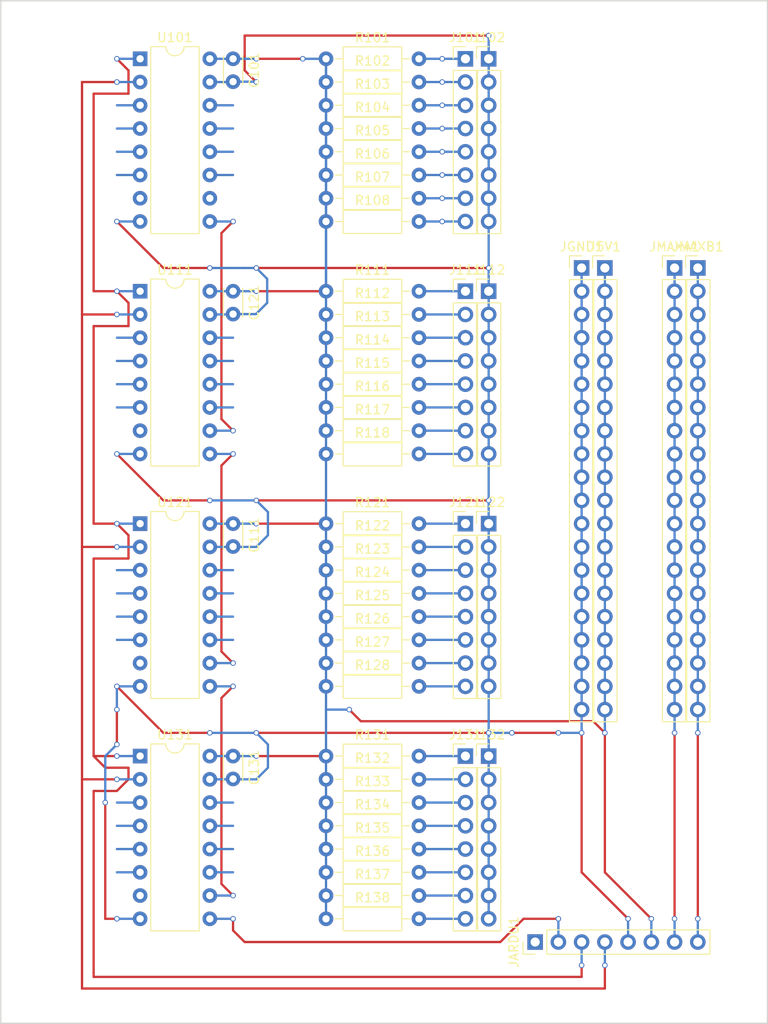
<source format=kicad_pcb>
(kicad_pcb (version 4) (host pcbnew 4.0.7)

  (general
    (links 240)
    (no_connects 32)
    (area 48.184999 29.134999 132.155001 141.045001)
    (thickness 1.6)
    (drawings 4)
    (tracks 431)
    (zones 0)
    (modules 53)
    (nets 43)
  )

  (page A4)
  (layers
    (0 F.Cu signal)
    (31 B.Cu signal)
    (32 B.Adhes user)
    (33 F.Adhes user)
    (34 B.Paste user)
    (35 F.Paste user)
    (36 B.SilkS user)
    (37 F.SilkS user)
    (38 B.Mask user)
    (39 F.Mask user)
    (40 Dwgs.User user)
    (41 Cmts.User user)
    (42 Eco1.User user)
    (43 Eco2.User user)
    (44 Edge.Cuts user)
    (45 Margin user)
    (46 B.CrtYd user)
    (47 F.CrtYd user)
    (48 B.Fab user)
    (49 F.Fab user)
  )

  (setup
    (last_trace_width 0.25)
    (trace_clearance 0.2)
    (zone_clearance 0.508)
    (zone_45_only no)
    (trace_min 0.2)
    (segment_width 0.2)
    (edge_width 0.15)
    (via_size 0.6)
    (via_drill 0.4)
    (via_min_size 0.4)
    (via_min_drill 0.3)
    (uvia_size 0.3)
    (uvia_drill 0.1)
    (uvias_allowed no)
    (uvia_min_size 0.2)
    (uvia_min_drill 0.1)
    (pcb_text_width 0.3)
    (pcb_text_size 1.5 1.5)
    (mod_edge_width 0.15)
    (mod_text_size 1 1)
    (mod_text_width 0.15)
    (pad_size 1.524 1.524)
    (pad_drill 0.762)
    (pad_to_mask_clearance 0.2)
    (aux_axis_origin 0 0)
    (visible_elements 7FFFFFFF)
    (pcbplotparams
      (layerselection 0x00030_80000001)
      (usegerberextensions false)
      (excludeedgelayer true)
      (linewidth 0.100000)
      (plotframeref false)
      (viasonmask false)
      (mode 1)
      (useauxorigin false)
      (hpglpennumber 1)
      (hpglpenspeed 20)
      (hpglpendiameter 15)
      (hpglpenoverlay 2)
      (psnegative false)
      (psa4output false)
      (plotreference true)
      (plotvalue true)
      (plotinvisibletext false)
      (padsonsilk false)
      (subtractmaskfromsilk false)
      (outputformat 1)
      (mirror false)
      (drillshape 1)
      (scaleselection 1)
      (outputdirectory ./))
  )

  (net 0 "")
  (net 1 GND)
  (net 2 +5V)
  (net 3 "Net-(J101-Pad1)")
  (net 4 "Net-(J101-Pad2)")
  (net 5 "Net-(J101-Pad3)")
  (net 6 "Net-(J101-Pad4)")
  (net 7 "Net-(J101-Pad5)")
  (net 8 "Net-(J101-Pad6)")
  (net 9 "Net-(J101-Pad7)")
  (net 10 "Net-(J101-Pad8)")
  (net 11 "Net-(J111-Pad1)")
  (net 12 "Net-(J111-Pad2)")
  (net 13 "Net-(J111-Pad3)")
  (net 14 "Net-(J111-Pad4)")
  (net 15 "Net-(J111-Pad5)")
  (net 16 "Net-(J111-Pad6)")
  (net 17 "Net-(J111-Pad7)")
  (net 18 "Net-(J111-Pad8)")
  (net 19 "Net-(J121-Pad1)")
  (net 20 "Net-(J121-Pad2)")
  (net 21 "Net-(J121-Pad3)")
  (net 22 "Net-(J121-Pad4)")
  (net 23 "Net-(J121-Pad5)")
  (net 24 "Net-(J121-Pad6)")
  (net 25 "Net-(J121-Pad7)")
  (net 26 "Net-(J121-Pad8)")
  (net 27 "Net-(J131-Pad1)")
  (net 28 "Net-(J131-Pad2)")
  (net 29 "Net-(J131-Pad3)")
  (net 30 "Net-(J131-Pad4)")
  (net 31 "Net-(J131-Pad5)")
  (net 32 "Net-(J131-Pad6)")
  (net 33 "Net-(J131-Pad7)")
  (net 34 "Net-(J131-Pad8)")
  (net 35 /MAX485_B)
  (net 36 /MAX485_A)
  (net 37 /SHIFTIN_SELECT)
  (net 38 /SHIFTIN_DATA)
  (net 39 /SHIFTIN_CLK)
  (net 40 "Net-(U101-Pad9)")
  (net 41 "Net-(U111-Pad9)")
  (net 42 "Net-(U121-Pad9)")

  (net_class Default "This is the default net class."
    (clearance 0.2)
    (trace_width 0.25)
    (via_dia 0.6)
    (via_drill 0.4)
    (uvia_dia 0.3)
    (uvia_drill 0.1)
    (add_net +5V)
    (add_net /MAX485_A)
    (add_net /MAX485_B)
    (add_net /SHIFTIN_CLK)
    (add_net /SHIFTIN_DATA)
    (add_net /SHIFTIN_SELECT)
    (add_net GND)
    (add_net "Net-(J101-Pad1)")
    (add_net "Net-(J101-Pad2)")
    (add_net "Net-(J101-Pad3)")
    (add_net "Net-(J101-Pad4)")
    (add_net "Net-(J101-Pad5)")
    (add_net "Net-(J101-Pad6)")
    (add_net "Net-(J101-Pad7)")
    (add_net "Net-(J101-Pad8)")
    (add_net "Net-(J111-Pad1)")
    (add_net "Net-(J111-Pad2)")
    (add_net "Net-(J111-Pad3)")
    (add_net "Net-(J111-Pad4)")
    (add_net "Net-(J111-Pad5)")
    (add_net "Net-(J111-Pad6)")
    (add_net "Net-(J111-Pad7)")
    (add_net "Net-(J111-Pad8)")
    (add_net "Net-(J121-Pad1)")
    (add_net "Net-(J121-Pad2)")
    (add_net "Net-(J121-Pad3)")
    (add_net "Net-(J121-Pad4)")
    (add_net "Net-(J121-Pad5)")
    (add_net "Net-(J121-Pad6)")
    (add_net "Net-(J121-Pad7)")
    (add_net "Net-(J121-Pad8)")
    (add_net "Net-(J131-Pad1)")
    (add_net "Net-(J131-Pad2)")
    (add_net "Net-(J131-Pad3)")
    (add_net "Net-(J131-Pad4)")
    (add_net "Net-(J131-Pad5)")
    (add_net "Net-(J131-Pad6)")
    (add_net "Net-(J131-Pad7)")
    (add_net "Net-(J131-Pad8)")
    (add_net "Net-(U101-Pad9)")
    (add_net "Net-(U111-Pad9)")
    (add_net "Net-(U121-Pad9)")
  )

  (module Capacitors_THT:C_Disc_D3.0mm_W2.0mm_P2.50mm (layer F.Cu) (tedit 597BC7C2) (tstamp 5A131189)
    (at 73.66 35.56 270)
    (descr "C, Disc series, Radial, pin pitch=2.50mm, , diameter*width=3*2mm^2, Capacitor")
    (tags "C Disc series Radial pin pitch 2.50mm  diameter 3mm width 2mm Capacitor")
    (path /5A0043D4)
    (fp_text reference C101 (at 1.25 -2.31 270) (layer F.SilkS)
      (effects (font (size 1 1) (thickness 0.15)))
    )
    (fp_text value 0.1uF (at 1.25 2.31 270) (layer F.Fab)
      (effects (font (size 1 1) (thickness 0.15)))
    )
    (fp_line (start -0.25 -1) (end -0.25 1) (layer F.Fab) (width 0.1))
    (fp_line (start -0.25 1) (end 2.75 1) (layer F.Fab) (width 0.1))
    (fp_line (start 2.75 1) (end 2.75 -1) (layer F.Fab) (width 0.1))
    (fp_line (start 2.75 -1) (end -0.25 -1) (layer F.Fab) (width 0.1))
    (fp_line (start -0.31 -1.06) (end 2.81 -1.06) (layer F.SilkS) (width 0.12))
    (fp_line (start -0.31 1.06) (end 2.81 1.06) (layer F.SilkS) (width 0.12))
    (fp_line (start -0.31 -1.06) (end -0.31 -0.996) (layer F.SilkS) (width 0.12))
    (fp_line (start -0.31 0.996) (end -0.31 1.06) (layer F.SilkS) (width 0.12))
    (fp_line (start 2.81 -1.06) (end 2.81 -0.996) (layer F.SilkS) (width 0.12))
    (fp_line (start 2.81 0.996) (end 2.81 1.06) (layer F.SilkS) (width 0.12))
    (fp_line (start -1.05 -1.35) (end -1.05 1.35) (layer F.CrtYd) (width 0.05))
    (fp_line (start -1.05 1.35) (end 3.55 1.35) (layer F.CrtYd) (width 0.05))
    (fp_line (start 3.55 1.35) (end 3.55 -1.35) (layer F.CrtYd) (width 0.05))
    (fp_line (start 3.55 -1.35) (end -1.05 -1.35) (layer F.CrtYd) (width 0.05))
    (fp_text user %R (at 1.25 0 270) (layer F.Fab)
      (effects (font (size 1 1) (thickness 0.15)))
    )
    (pad 1 thru_hole circle (at 0 0 270) (size 1.6 1.6) (drill 0.8) (layers *.Cu *.Mask)
      (net 2 +5V))
    (pad 2 thru_hole circle (at 2.5 0 270) (size 1.6 1.6) (drill 0.8) (layers *.Cu *.Mask)
      (net 1 GND))
    (model ${KISYS3DMOD}/Capacitors_THT.3dshapes/C_Disc_D3.0mm_W2.0mm_P2.50mm.wrl
      (at (xyz 0 0 0))
      (scale (xyz 1 1 1))
      (rotate (xyz 0 0 0))
    )
  )

  (module Capacitors_THT:C_Disc_D3.0mm_W2.0mm_P2.50mm (layer F.Cu) (tedit 597BC7C2) (tstamp 5A13118F)
    (at 73.66 86.36 270)
    (descr "C, Disc series, Radial, pin pitch=2.50mm, , diameter*width=3*2mm^2, Capacitor")
    (tags "C Disc series Radial pin pitch 2.50mm  diameter 3mm width 2mm Capacitor")
    (path /5A0058BB)
    (fp_text reference C111 (at 1.25 -2.31 270) (layer F.SilkS)
      (effects (font (size 1 1) (thickness 0.15)))
    )
    (fp_text value 0.1uF (at 1.25 2.31 270) (layer F.Fab)
      (effects (font (size 1 1) (thickness 0.15)))
    )
    (fp_line (start -0.25 -1) (end -0.25 1) (layer F.Fab) (width 0.1))
    (fp_line (start -0.25 1) (end 2.75 1) (layer F.Fab) (width 0.1))
    (fp_line (start 2.75 1) (end 2.75 -1) (layer F.Fab) (width 0.1))
    (fp_line (start 2.75 -1) (end -0.25 -1) (layer F.Fab) (width 0.1))
    (fp_line (start -0.31 -1.06) (end 2.81 -1.06) (layer F.SilkS) (width 0.12))
    (fp_line (start -0.31 1.06) (end 2.81 1.06) (layer F.SilkS) (width 0.12))
    (fp_line (start -0.31 -1.06) (end -0.31 -0.996) (layer F.SilkS) (width 0.12))
    (fp_line (start -0.31 0.996) (end -0.31 1.06) (layer F.SilkS) (width 0.12))
    (fp_line (start 2.81 -1.06) (end 2.81 -0.996) (layer F.SilkS) (width 0.12))
    (fp_line (start 2.81 0.996) (end 2.81 1.06) (layer F.SilkS) (width 0.12))
    (fp_line (start -1.05 -1.35) (end -1.05 1.35) (layer F.CrtYd) (width 0.05))
    (fp_line (start -1.05 1.35) (end 3.55 1.35) (layer F.CrtYd) (width 0.05))
    (fp_line (start 3.55 1.35) (end 3.55 -1.35) (layer F.CrtYd) (width 0.05))
    (fp_line (start 3.55 -1.35) (end -1.05 -1.35) (layer F.CrtYd) (width 0.05))
    (fp_text user %R (at 1.25 0 270) (layer F.Fab)
      (effects (font (size 1 1) (thickness 0.15)))
    )
    (pad 1 thru_hole circle (at 0 0 270) (size 1.6 1.6) (drill 0.8) (layers *.Cu *.Mask)
      (net 2 +5V))
    (pad 2 thru_hole circle (at 2.5 0 270) (size 1.6 1.6) (drill 0.8) (layers *.Cu *.Mask)
      (net 1 GND))
    (model ${KISYS3DMOD}/Capacitors_THT.3dshapes/C_Disc_D3.0mm_W2.0mm_P2.50mm.wrl
      (at (xyz 0 0 0))
      (scale (xyz 1 1 1))
      (rotate (xyz 0 0 0))
    )
  )

  (module Capacitors_THT:C_Disc_D3.0mm_W2.0mm_P2.50mm (layer F.Cu) (tedit 597BC7C2) (tstamp 5A131195)
    (at 73.66 60.96 270)
    (descr "C, Disc series, Radial, pin pitch=2.50mm, , diameter*width=3*2mm^2, Capacitor")
    (tags "C Disc series Radial pin pitch 2.50mm  diameter 3mm width 2mm Capacitor")
    (path /5A005AD7)
    (fp_text reference C121 (at 1.25 -2.31 270) (layer F.SilkS)
      (effects (font (size 1 1) (thickness 0.15)))
    )
    (fp_text value 0.1uF (at 1.25 2.31 270) (layer F.Fab)
      (effects (font (size 1 1) (thickness 0.15)))
    )
    (fp_line (start -0.25 -1) (end -0.25 1) (layer F.Fab) (width 0.1))
    (fp_line (start -0.25 1) (end 2.75 1) (layer F.Fab) (width 0.1))
    (fp_line (start 2.75 1) (end 2.75 -1) (layer F.Fab) (width 0.1))
    (fp_line (start 2.75 -1) (end -0.25 -1) (layer F.Fab) (width 0.1))
    (fp_line (start -0.31 -1.06) (end 2.81 -1.06) (layer F.SilkS) (width 0.12))
    (fp_line (start -0.31 1.06) (end 2.81 1.06) (layer F.SilkS) (width 0.12))
    (fp_line (start -0.31 -1.06) (end -0.31 -0.996) (layer F.SilkS) (width 0.12))
    (fp_line (start -0.31 0.996) (end -0.31 1.06) (layer F.SilkS) (width 0.12))
    (fp_line (start 2.81 -1.06) (end 2.81 -0.996) (layer F.SilkS) (width 0.12))
    (fp_line (start 2.81 0.996) (end 2.81 1.06) (layer F.SilkS) (width 0.12))
    (fp_line (start -1.05 -1.35) (end -1.05 1.35) (layer F.CrtYd) (width 0.05))
    (fp_line (start -1.05 1.35) (end 3.55 1.35) (layer F.CrtYd) (width 0.05))
    (fp_line (start 3.55 1.35) (end 3.55 -1.35) (layer F.CrtYd) (width 0.05))
    (fp_line (start 3.55 -1.35) (end -1.05 -1.35) (layer F.CrtYd) (width 0.05))
    (fp_text user %R (at 1.25 0 270) (layer F.Fab)
      (effects (font (size 1 1) (thickness 0.15)))
    )
    (pad 1 thru_hole circle (at 0 0 270) (size 1.6 1.6) (drill 0.8) (layers *.Cu *.Mask)
      (net 2 +5V))
    (pad 2 thru_hole circle (at 2.5 0 270) (size 1.6 1.6) (drill 0.8) (layers *.Cu *.Mask)
      (net 1 GND))
    (model ${KISYS3DMOD}/Capacitors_THT.3dshapes/C_Disc_D3.0mm_W2.0mm_P2.50mm.wrl
      (at (xyz 0 0 0))
      (scale (xyz 1 1 1))
      (rotate (xyz 0 0 0))
    )
  )

  (module Capacitors_THT:C_Disc_D3.0mm_W2.0mm_P2.50mm (layer F.Cu) (tedit 597BC7C2) (tstamp 5A13119B)
    (at 73.66 111.76 270)
    (descr "C, Disc series, Radial, pin pitch=2.50mm, , diameter*width=3*2mm^2, Capacitor")
    (tags "C Disc series Radial pin pitch 2.50mm  diameter 3mm width 2mm Capacitor")
    (path /5A005CF2)
    (fp_text reference C131 (at 1.25 -2.31 270) (layer F.SilkS)
      (effects (font (size 1 1) (thickness 0.15)))
    )
    (fp_text value 0.1uF (at 1.25 2.31 270) (layer F.Fab)
      (effects (font (size 1 1) (thickness 0.15)))
    )
    (fp_line (start -0.25 -1) (end -0.25 1) (layer F.Fab) (width 0.1))
    (fp_line (start -0.25 1) (end 2.75 1) (layer F.Fab) (width 0.1))
    (fp_line (start 2.75 1) (end 2.75 -1) (layer F.Fab) (width 0.1))
    (fp_line (start 2.75 -1) (end -0.25 -1) (layer F.Fab) (width 0.1))
    (fp_line (start -0.31 -1.06) (end 2.81 -1.06) (layer F.SilkS) (width 0.12))
    (fp_line (start -0.31 1.06) (end 2.81 1.06) (layer F.SilkS) (width 0.12))
    (fp_line (start -0.31 -1.06) (end -0.31 -0.996) (layer F.SilkS) (width 0.12))
    (fp_line (start -0.31 0.996) (end -0.31 1.06) (layer F.SilkS) (width 0.12))
    (fp_line (start 2.81 -1.06) (end 2.81 -0.996) (layer F.SilkS) (width 0.12))
    (fp_line (start 2.81 0.996) (end 2.81 1.06) (layer F.SilkS) (width 0.12))
    (fp_line (start -1.05 -1.35) (end -1.05 1.35) (layer F.CrtYd) (width 0.05))
    (fp_line (start -1.05 1.35) (end 3.55 1.35) (layer F.CrtYd) (width 0.05))
    (fp_line (start 3.55 1.35) (end 3.55 -1.35) (layer F.CrtYd) (width 0.05))
    (fp_line (start 3.55 -1.35) (end -1.05 -1.35) (layer F.CrtYd) (width 0.05))
    (fp_text user %R (at 1.25 0 270) (layer F.Fab)
      (effects (font (size 1 1) (thickness 0.15)))
    )
    (pad 1 thru_hole circle (at 0 0 270) (size 1.6 1.6) (drill 0.8) (layers *.Cu *.Mask)
      (net 2 +5V))
    (pad 2 thru_hole circle (at 2.5 0 270) (size 1.6 1.6) (drill 0.8) (layers *.Cu *.Mask)
      (net 1 GND))
    (model ${KISYS3DMOD}/Capacitors_THT.3dshapes/C_Disc_D3.0mm_W2.0mm_P2.50mm.wrl
      (at (xyz 0 0 0))
      (scale (xyz 1 1 1))
      (rotate (xyz 0 0 0))
    )
  )

  (module Socket_Strips:Socket_Strip_Straight_1x20_Pitch2.54mm (layer F.Cu) (tedit 58CD5447) (tstamp 5A1311B3)
    (at 114.3 58.42)
    (descr "Through hole straight socket strip, 1x20, 2.54mm pitch, single row")
    (tags "Through hole socket strip THT 1x20 2.54mm single row")
    (path /5A1204FA)
    (fp_text reference J5V1 (at 0 -2.33) (layer F.SilkS)
      (effects (font (size 1 1) (thickness 0.15)))
    )
    (fp_text value Conn_01x20 (at 0 50.59) (layer F.Fab)
      (effects (font (size 1 1) (thickness 0.15)))
    )
    (fp_line (start -1.27 -1.27) (end -1.27 49.53) (layer F.Fab) (width 0.1))
    (fp_line (start -1.27 49.53) (end 1.27 49.53) (layer F.Fab) (width 0.1))
    (fp_line (start 1.27 49.53) (end 1.27 -1.27) (layer F.Fab) (width 0.1))
    (fp_line (start 1.27 -1.27) (end -1.27 -1.27) (layer F.Fab) (width 0.1))
    (fp_line (start -1.33 1.27) (end -1.33 49.59) (layer F.SilkS) (width 0.12))
    (fp_line (start -1.33 49.59) (end 1.33 49.59) (layer F.SilkS) (width 0.12))
    (fp_line (start 1.33 49.59) (end 1.33 1.27) (layer F.SilkS) (width 0.12))
    (fp_line (start 1.33 1.27) (end -1.33 1.27) (layer F.SilkS) (width 0.12))
    (fp_line (start -1.33 0) (end -1.33 -1.33) (layer F.SilkS) (width 0.12))
    (fp_line (start -1.33 -1.33) (end 0 -1.33) (layer F.SilkS) (width 0.12))
    (fp_line (start -1.8 -1.8) (end -1.8 50.05) (layer F.CrtYd) (width 0.05))
    (fp_line (start -1.8 50.05) (end 1.8 50.05) (layer F.CrtYd) (width 0.05))
    (fp_line (start 1.8 50.05) (end 1.8 -1.8) (layer F.CrtYd) (width 0.05))
    (fp_line (start 1.8 -1.8) (end -1.8 -1.8) (layer F.CrtYd) (width 0.05))
    (fp_text user %R (at 0 -2.33) (layer F.Fab)
      (effects (font (size 1 1) (thickness 0.15)))
    )
    (pad 1 thru_hole rect (at 0 0) (size 1.7 1.7) (drill 1) (layers *.Cu *.Mask)
      (net 2 +5V))
    (pad 2 thru_hole oval (at 0 2.54) (size 1.7 1.7) (drill 1) (layers *.Cu *.Mask)
      (net 2 +5V))
    (pad 3 thru_hole oval (at 0 5.08) (size 1.7 1.7) (drill 1) (layers *.Cu *.Mask)
      (net 2 +5V))
    (pad 4 thru_hole oval (at 0 7.62) (size 1.7 1.7) (drill 1) (layers *.Cu *.Mask)
      (net 2 +5V))
    (pad 5 thru_hole oval (at 0 10.16) (size 1.7 1.7) (drill 1) (layers *.Cu *.Mask)
      (net 2 +5V))
    (pad 6 thru_hole oval (at 0 12.7) (size 1.7 1.7) (drill 1) (layers *.Cu *.Mask)
      (net 2 +5V))
    (pad 7 thru_hole oval (at 0 15.24) (size 1.7 1.7) (drill 1) (layers *.Cu *.Mask)
      (net 2 +5V))
    (pad 8 thru_hole oval (at 0 17.78) (size 1.7 1.7) (drill 1) (layers *.Cu *.Mask)
      (net 2 +5V))
    (pad 9 thru_hole oval (at 0 20.32) (size 1.7 1.7) (drill 1) (layers *.Cu *.Mask)
      (net 2 +5V))
    (pad 10 thru_hole oval (at 0 22.86) (size 1.7 1.7) (drill 1) (layers *.Cu *.Mask)
      (net 2 +5V))
    (pad 11 thru_hole oval (at 0 25.4) (size 1.7 1.7) (drill 1) (layers *.Cu *.Mask)
      (net 2 +5V))
    (pad 12 thru_hole oval (at 0 27.94) (size 1.7 1.7) (drill 1) (layers *.Cu *.Mask)
      (net 2 +5V))
    (pad 13 thru_hole oval (at 0 30.48) (size 1.7 1.7) (drill 1) (layers *.Cu *.Mask)
      (net 2 +5V))
    (pad 14 thru_hole oval (at 0 33.02) (size 1.7 1.7) (drill 1) (layers *.Cu *.Mask)
      (net 2 +5V))
    (pad 15 thru_hole oval (at 0 35.56) (size 1.7 1.7) (drill 1) (layers *.Cu *.Mask)
      (net 2 +5V))
    (pad 16 thru_hole oval (at 0 38.1) (size 1.7 1.7) (drill 1) (layers *.Cu *.Mask)
      (net 2 +5V))
    (pad 17 thru_hole oval (at 0 40.64) (size 1.7 1.7) (drill 1) (layers *.Cu *.Mask)
      (net 2 +5V))
    (pad 18 thru_hole oval (at 0 43.18) (size 1.7 1.7) (drill 1) (layers *.Cu *.Mask)
      (net 2 +5V))
    (pad 19 thru_hole oval (at 0 45.72) (size 1.7 1.7) (drill 1) (layers *.Cu *.Mask)
      (net 2 +5V))
    (pad 20 thru_hole oval (at 0 48.26) (size 1.7 1.7) (drill 1) (layers *.Cu *.Mask)
      (net 2 +5V))
    (model ${KISYS3DMOD}/Socket_Strips.3dshapes/Socket_Strip_Straight_1x20_Pitch2.54mm.wrl
      (at (xyz 0 -0.95 0))
      (scale (xyz 1 1 1))
      (rotate (xyz 0 0 270))
    )
  )

  (module Socket_Strips:Socket_Strip_Straight_1x08_Pitch2.54mm (layer F.Cu) (tedit 58CD5446) (tstamp 5A1311BF)
    (at 99.06 35.56)
    (descr "Through hole straight socket strip, 1x08, 2.54mm pitch, single row")
    (tags "Through hole socket strip THT 1x08 2.54mm single row")
    (path /59FFAE55)
    (fp_text reference J101 (at 0 -2.33) (layer F.SilkS)
      (effects (font (size 1 1) (thickness 0.15)))
    )
    (fp_text value Conn_01x08_Female (at 0 20.11) (layer F.Fab)
      (effects (font (size 1 1) (thickness 0.15)))
    )
    (fp_line (start -1.27 -1.27) (end -1.27 19.05) (layer F.Fab) (width 0.1))
    (fp_line (start -1.27 19.05) (end 1.27 19.05) (layer F.Fab) (width 0.1))
    (fp_line (start 1.27 19.05) (end 1.27 -1.27) (layer F.Fab) (width 0.1))
    (fp_line (start 1.27 -1.27) (end -1.27 -1.27) (layer F.Fab) (width 0.1))
    (fp_line (start -1.33 1.27) (end -1.33 19.11) (layer F.SilkS) (width 0.12))
    (fp_line (start -1.33 19.11) (end 1.33 19.11) (layer F.SilkS) (width 0.12))
    (fp_line (start 1.33 19.11) (end 1.33 1.27) (layer F.SilkS) (width 0.12))
    (fp_line (start 1.33 1.27) (end -1.33 1.27) (layer F.SilkS) (width 0.12))
    (fp_line (start -1.33 0) (end -1.33 -1.33) (layer F.SilkS) (width 0.12))
    (fp_line (start -1.33 -1.33) (end 0 -1.33) (layer F.SilkS) (width 0.12))
    (fp_line (start -1.8 -1.8) (end -1.8 19.55) (layer F.CrtYd) (width 0.05))
    (fp_line (start -1.8 19.55) (end 1.8 19.55) (layer F.CrtYd) (width 0.05))
    (fp_line (start 1.8 19.55) (end 1.8 -1.8) (layer F.CrtYd) (width 0.05))
    (fp_line (start 1.8 -1.8) (end -1.8 -1.8) (layer F.CrtYd) (width 0.05))
    (fp_text user %R (at 0 -2.33) (layer F.Fab)
      (effects (font (size 1 1) (thickness 0.15)))
    )
    (pad 1 thru_hole rect (at 0 0) (size 1.7 1.7) (drill 1) (layers *.Cu *.Mask)
      (net 3 "Net-(J101-Pad1)"))
    (pad 2 thru_hole oval (at 0 2.54) (size 1.7 1.7) (drill 1) (layers *.Cu *.Mask)
      (net 4 "Net-(J101-Pad2)"))
    (pad 3 thru_hole oval (at 0 5.08) (size 1.7 1.7) (drill 1) (layers *.Cu *.Mask)
      (net 5 "Net-(J101-Pad3)"))
    (pad 4 thru_hole oval (at 0 7.62) (size 1.7 1.7) (drill 1) (layers *.Cu *.Mask)
      (net 6 "Net-(J101-Pad4)"))
    (pad 5 thru_hole oval (at 0 10.16) (size 1.7 1.7) (drill 1) (layers *.Cu *.Mask)
      (net 7 "Net-(J101-Pad5)"))
    (pad 6 thru_hole oval (at 0 12.7) (size 1.7 1.7) (drill 1) (layers *.Cu *.Mask)
      (net 8 "Net-(J101-Pad6)"))
    (pad 7 thru_hole oval (at 0 15.24) (size 1.7 1.7) (drill 1) (layers *.Cu *.Mask)
      (net 9 "Net-(J101-Pad7)"))
    (pad 8 thru_hole oval (at 0 17.78) (size 1.7 1.7) (drill 1) (layers *.Cu *.Mask)
      (net 10 "Net-(J101-Pad8)"))
    (model ${KISYS3DMOD}/Socket_Strips.3dshapes/Socket_Strip_Straight_1x08_Pitch2.54mm.wrl
      (at (xyz 0 -0.35 0))
      (scale (xyz 1 1 1))
      (rotate (xyz 0 0 270))
    )
  )

  (module Socket_Strips:Socket_Strip_Straight_1x08_Pitch2.54mm (layer F.Cu) (tedit 58CD5446) (tstamp 5A1311CB)
    (at 101.6 35.56)
    (descr "Through hole straight socket strip, 1x08, 2.54mm pitch, single row")
    (tags "Through hole socket strip THT 1x08 2.54mm single row")
    (path /59FFBBA8)
    (fp_text reference J102 (at 0 -2.33) (layer F.SilkS)
      (effects (font (size 1 1) (thickness 0.15)))
    )
    (fp_text value Conn_01x08_Female (at 0 20.11) (layer F.Fab)
      (effects (font (size 1 1) (thickness 0.15)))
    )
    (fp_line (start -1.27 -1.27) (end -1.27 19.05) (layer F.Fab) (width 0.1))
    (fp_line (start -1.27 19.05) (end 1.27 19.05) (layer F.Fab) (width 0.1))
    (fp_line (start 1.27 19.05) (end 1.27 -1.27) (layer F.Fab) (width 0.1))
    (fp_line (start 1.27 -1.27) (end -1.27 -1.27) (layer F.Fab) (width 0.1))
    (fp_line (start -1.33 1.27) (end -1.33 19.11) (layer F.SilkS) (width 0.12))
    (fp_line (start -1.33 19.11) (end 1.33 19.11) (layer F.SilkS) (width 0.12))
    (fp_line (start 1.33 19.11) (end 1.33 1.27) (layer F.SilkS) (width 0.12))
    (fp_line (start 1.33 1.27) (end -1.33 1.27) (layer F.SilkS) (width 0.12))
    (fp_line (start -1.33 0) (end -1.33 -1.33) (layer F.SilkS) (width 0.12))
    (fp_line (start -1.33 -1.33) (end 0 -1.33) (layer F.SilkS) (width 0.12))
    (fp_line (start -1.8 -1.8) (end -1.8 19.55) (layer F.CrtYd) (width 0.05))
    (fp_line (start -1.8 19.55) (end 1.8 19.55) (layer F.CrtYd) (width 0.05))
    (fp_line (start 1.8 19.55) (end 1.8 -1.8) (layer F.CrtYd) (width 0.05))
    (fp_line (start 1.8 -1.8) (end -1.8 -1.8) (layer F.CrtYd) (width 0.05))
    (fp_text user %R (at 0 -2.33) (layer F.Fab)
      (effects (font (size 1 1) (thickness 0.15)))
    )
    (pad 1 thru_hole rect (at 0 0) (size 1.7 1.7) (drill 1) (layers *.Cu *.Mask)
      (net 1 GND))
    (pad 2 thru_hole oval (at 0 2.54) (size 1.7 1.7) (drill 1) (layers *.Cu *.Mask)
      (net 1 GND))
    (pad 3 thru_hole oval (at 0 5.08) (size 1.7 1.7) (drill 1) (layers *.Cu *.Mask)
      (net 1 GND))
    (pad 4 thru_hole oval (at 0 7.62) (size 1.7 1.7) (drill 1) (layers *.Cu *.Mask)
      (net 1 GND))
    (pad 5 thru_hole oval (at 0 10.16) (size 1.7 1.7) (drill 1) (layers *.Cu *.Mask)
      (net 1 GND))
    (pad 6 thru_hole oval (at 0 12.7) (size 1.7 1.7) (drill 1) (layers *.Cu *.Mask)
      (net 1 GND))
    (pad 7 thru_hole oval (at 0 15.24) (size 1.7 1.7) (drill 1) (layers *.Cu *.Mask)
      (net 1 GND))
    (pad 8 thru_hole oval (at 0 17.78) (size 1.7 1.7) (drill 1) (layers *.Cu *.Mask)
      (net 1 GND))
    (model ${KISYS3DMOD}/Socket_Strips.3dshapes/Socket_Strip_Straight_1x08_Pitch2.54mm.wrl
      (at (xyz 0 -0.35 0))
      (scale (xyz 1 1 1))
      (rotate (xyz 0 0 270))
    )
  )

  (module Socket_Strips:Socket_Strip_Straight_1x08_Pitch2.54mm (layer F.Cu) (tedit 58CD5446) (tstamp 5A1311D7)
    (at 99.06 60.96)
    (descr "Through hole straight socket strip, 1x08, 2.54mm pitch, single row")
    (tags "Through hole socket strip THT 1x08 2.54mm single row")
    (path /59FFD032)
    (fp_text reference J111 (at 0 -2.33) (layer F.SilkS)
      (effects (font (size 1 1) (thickness 0.15)))
    )
    (fp_text value Conn_01x08_Female (at 0 20.11) (layer F.Fab)
      (effects (font (size 1 1) (thickness 0.15)))
    )
    (fp_line (start -1.27 -1.27) (end -1.27 19.05) (layer F.Fab) (width 0.1))
    (fp_line (start -1.27 19.05) (end 1.27 19.05) (layer F.Fab) (width 0.1))
    (fp_line (start 1.27 19.05) (end 1.27 -1.27) (layer F.Fab) (width 0.1))
    (fp_line (start 1.27 -1.27) (end -1.27 -1.27) (layer F.Fab) (width 0.1))
    (fp_line (start -1.33 1.27) (end -1.33 19.11) (layer F.SilkS) (width 0.12))
    (fp_line (start -1.33 19.11) (end 1.33 19.11) (layer F.SilkS) (width 0.12))
    (fp_line (start 1.33 19.11) (end 1.33 1.27) (layer F.SilkS) (width 0.12))
    (fp_line (start 1.33 1.27) (end -1.33 1.27) (layer F.SilkS) (width 0.12))
    (fp_line (start -1.33 0) (end -1.33 -1.33) (layer F.SilkS) (width 0.12))
    (fp_line (start -1.33 -1.33) (end 0 -1.33) (layer F.SilkS) (width 0.12))
    (fp_line (start -1.8 -1.8) (end -1.8 19.55) (layer F.CrtYd) (width 0.05))
    (fp_line (start -1.8 19.55) (end 1.8 19.55) (layer F.CrtYd) (width 0.05))
    (fp_line (start 1.8 19.55) (end 1.8 -1.8) (layer F.CrtYd) (width 0.05))
    (fp_line (start 1.8 -1.8) (end -1.8 -1.8) (layer F.CrtYd) (width 0.05))
    (fp_text user %R (at 0 -2.33) (layer F.Fab)
      (effects (font (size 1 1) (thickness 0.15)))
    )
    (pad 1 thru_hole rect (at 0 0) (size 1.7 1.7) (drill 1) (layers *.Cu *.Mask)
      (net 11 "Net-(J111-Pad1)"))
    (pad 2 thru_hole oval (at 0 2.54) (size 1.7 1.7) (drill 1) (layers *.Cu *.Mask)
      (net 12 "Net-(J111-Pad2)"))
    (pad 3 thru_hole oval (at 0 5.08) (size 1.7 1.7) (drill 1) (layers *.Cu *.Mask)
      (net 13 "Net-(J111-Pad3)"))
    (pad 4 thru_hole oval (at 0 7.62) (size 1.7 1.7) (drill 1) (layers *.Cu *.Mask)
      (net 14 "Net-(J111-Pad4)"))
    (pad 5 thru_hole oval (at 0 10.16) (size 1.7 1.7) (drill 1) (layers *.Cu *.Mask)
      (net 15 "Net-(J111-Pad5)"))
    (pad 6 thru_hole oval (at 0 12.7) (size 1.7 1.7) (drill 1) (layers *.Cu *.Mask)
      (net 16 "Net-(J111-Pad6)"))
    (pad 7 thru_hole oval (at 0 15.24) (size 1.7 1.7) (drill 1) (layers *.Cu *.Mask)
      (net 17 "Net-(J111-Pad7)"))
    (pad 8 thru_hole oval (at 0 17.78) (size 1.7 1.7) (drill 1) (layers *.Cu *.Mask)
      (net 18 "Net-(J111-Pad8)"))
    (model ${KISYS3DMOD}/Socket_Strips.3dshapes/Socket_Strip_Straight_1x08_Pitch2.54mm.wrl
      (at (xyz 0 -0.35 0))
      (scale (xyz 1 1 1))
      (rotate (xyz 0 0 270))
    )
  )

  (module Socket_Strips:Socket_Strip_Straight_1x08_Pitch2.54mm (layer F.Cu) (tedit 58CD5446) (tstamp 5A1311E3)
    (at 101.6 60.96)
    (descr "Through hole straight socket strip, 1x08, 2.54mm pitch, single row")
    (tags "Through hole socket strip THT 1x08 2.54mm single row")
    (path /59FFD081)
    (fp_text reference J112 (at 0 -2.33) (layer F.SilkS)
      (effects (font (size 1 1) (thickness 0.15)))
    )
    (fp_text value Conn_01x08_Female (at 0 20.11) (layer F.Fab)
      (effects (font (size 1 1) (thickness 0.15)))
    )
    (fp_line (start -1.27 -1.27) (end -1.27 19.05) (layer F.Fab) (width 0.1))
    (fp_line (start -1.27 19.05) (end 1.27 19.05) (layer F.Fab) (width 0.1))
    (fp_line (start 1.27 19.05) (end 1.27 -1.27) (layer F.Fab) (width 0.1))
    (fp_line (start 1.27 -1.27) (end -1.27 -1.27) (layer F.Fab) (width 0.1))
    (fp_line (start -1.33 1.27) (end -1.33 19.11) (layer F.SilkS) (width 0.12))
    (fp_line (start -1.33 19.11) (end 1.33 19.11) (layer F.SilkS) (width 0.12))
    (fp_line (start 1.33 19.11) (end 1.33 1.27) (layer F.SilkS) (width 0.12))
    (fp_line (start 1.33 1.27) (end -1.33 1.27) (layer F.SilkS) (width 0.12))
    (fp_line (start -1.33 0) (end -1.33 -1.33) (layer F.SilkS) (width 0.12))
    (fp_line (start -1.33 -1.33) (end 0 -1.33) (layer F.SilkS) (width 0.12))
    (fp_line (start -1.8 -1.8) (end -1.8 19.55) (layer F.CrtYd) (width 0.05))
    (fp_line (start -1.8 19.55) (end 1.8 19.55) (layer F.CrtYd) (width 0.05))
    (fp_line (start 1.8 19.55) (end 1.8 -1.8) (layer F.CrtYd) (width 0.05))
    (fp_line (start 1.8 -1.8) (end -1.8 -1.8) (layer F.CrtYd) (width 0.05))
    (fp_text user %R (at 0 -2.33) (layer F.Fab)
      (effects (font (size 1 1) (thickness 0.15)))
    )
    (pad 1 thru_hole rect (at 0 0) (size 1.7 1.7) (drill 1) (layers *.Cu *.Mask)
      (net 1 GND))
    (pad 2 thru_hole oval (at 0 2.54) (size 1.7 1.7) (drill 1) (layers *.Cu *.Mask)
      (net 1 GND))
    (pad 3 thru_hole oval (at 0 5.08) (size 1.7 1.7) (drill 1) (layers *.Cu *.Mask)
      (net 1 GND))
    (pad 4 thru_hole oval (at 0 7.62) (size 1.7 1.7) (drill 1) (layers *.Cu *.Mask)
      (net 1 GND))
    (pad 5 thru_hole oval (at 0 10.16) (size 1.7 1.7) (drill 1) (layers *.Cu *.Mask)
      (net 1 GND))
    (pad 6 thru_hole oval (at 0 12.7) (size 1.7 1.7) (drill 1) (layers *.Cu *.Mask)
      (net 1 GND))
    (pad 7 thru_hole oval (at 0 15.24) (size 1.7 1.7) (drill 1) (layers *.Cu *.Mask)
      (net 1 GND))
    (pad 8 thru_hole oval (at 0 17.78) (size 1.7 1.7) (drill 1) (layers *.Cu *.Mask)
      (net 1 GND))
    (model ${KISYS3DMOD}/Socket_Strips.3dshapes/Socket_Strip_Straight_1x08_Pitch2.54mm.wrl
      (at (xyz 0 -0.35 0))
      (scale (xyz 1 1 1))
      (rotate (xyz 0 0 270))
    )
  )

  (module Socket_Strips:Socket_Strip_Straight_1x08_Pitch2.54mm (layer F.Cu) (tedit 58CD5446) (tstamp 5A1311EF)
    (at 99.06 86.36)
    (descr "Through hole straight socket strip, 1x08, 2.54mm pitch, single row")
    (tags "Through hole socket strip THT 1x08 2.54mm single row")
    (path /59FFD6FD)
    (fp_text reference J121 (at 0 -2.33) (layer F.SilkS)
      (effects (font (size 1 1) (thickness 0.15)))
    )
    (fp_text value Conn_01x08_Female (at 0 20.11) (layer F.Fab)
      (effects (font (size 1 1) (thickness 0.15)))
    )
    (fp_line (start -1.27 -1.27) (end -1.27 19.05) (layer F.Fab) (width 0.1))
    (fp_line (start -1.27 19.05) (end 1.27 19.05) (layer F.Fab) (width 0.1))
    (fp_line (start 1.27 19.05) (end 1.27 -1.27) (layer F.Fab) (width 0.1))
    (fp_line (start 1.27 -1.27) (end -1.27 -1.27) (layer F.Fab) (width 0.1))
    (fp_line (start -1.33 1.27) (end -1.33 19.11) (layer F.SilkS) (width 0.12))
    (fp_line (start -1.33 19.11) (end 1.33 19.11) (layer F.SilkS) (width 0.12))
    (fp_line (start 1.33 19.11) (end 1.33 1.27) (layer F.SilkS) (width 0.12))
    (fp_line (start 1.33 1.27) (end -1.33 1.27) (layer F.SilkS) (width 0.12))
    (fp_line (start -1.33 0) (end -1.33 -1.33) (layer F.SilkS) (width 0.12))
    (fp_line (start -1.33 -1.33) (end 0 -1.33) (layer F.SilkS) (width 0.12))
    (fp_line (start -1.8 -1.8) (end -1.8 19.55) (layer F.CrtYd) (width 0.05))
    (fp_line (start -1.8 19.55) (end 1.8 19.55) (layer F.CrtYd) (width 0.05))
    (fp_line (start 1.8 19.55) (end 1.8 -1.8) (layer F.CrtYd) (width 0.05))
    (fp_line (start 1.8 -1.8) (end -1.8 -1.8) (layer F.CrtYd) (width 0.05))
    (fp_text user %R (at 0 -2.33) (layer F.Fab)
      (effects (font (size 1 1) (thickness 0.15)))
    )
    (pad 1 thru_hole rect (at 0 0) (size 1.7 1.7) (drill 1) (layers *.Cu *.Mask)
      (net 19 "Net-(J121-Pad1)"))
    (pad 2 thru_hole oval (at 0 2.54) (size 1.7 1.7) (drill 1) (layers *.Cu *.Mask)
      (net 20 "Net-(J121-Pad2)"))
    (pad 3 thru_hole oval (at 0 5.08) (size 1.7 1.7) (drill 1) (layers *.Cu *.Mask)
      (net 21 "Net-(J121-Pad3)"))
    (pad 4 thru_hole oval (at 0 7.62) (size 1.7 1.7) (drill 1) (layers *.Cu *.Mask)
      (net 22 "Net-(J121-Pad4)"))
    (pad 5 thru_hole oval (at 0 10.16) (size 1.7 1.7) (drill 1) (layers *.Cu *.Mask)
      (net 23 "Net-(J121-Pad5)"))
    (pad 6 thru_hole oval (at 0 12.7) (size 1.7 1.7) (drill 1) (layers *.Cu *.Mask)
      (net 24 "Net-(J121-Pad6)"))
    (pad 7 thru_hole oval (at 0 15.24) (size 1.7 1.7) (drill 1) (layers *.Cu *.Mask)
      (net 25 "Net-(J121-Pad7)"))
    (pad 8 thru_hole oval (at 0 17.78) (size 1.7 1.7) (drill 1) (layers *.Cu *.Mask)
      (net 26 "Net-(J121-Pad8)"))
    (model ${KISYS3DMOD}/Socket_Strips.3dshapes/Socket_Strip_Straight_1x08_Pitch2.54mm.wrl
      (at (xyz 0 -0.35 0))
      (scale (xyz 1 1 1))
      (rotate (xyz 0 0 270))
    )
  )

  (module Socket_Strips:Socket_Strip_Straight_1x08_Pitch2.54mm (layer F.Cu) (tedit 58CD5446) (tstamp 5A1311FB)
    (at 101.6 86.36)
    (descr "Through hole straight socket strip, 1x08, 2.54mm pitch, single row")
    (tags "Through hole socket strip THT 1x08 2.54mm single row")
    (path /59FFD74B)
    (fp_text reference J122 (at 0 -2.33) (layer F.SilkS)
      (effects (font (size 1 1) (thickness 0.15)))
    )
    (fp_text value Conn_01x08_Female (at 0 20.11) (layer F.Fab)
      (effects (font (size 1 1) (thickness 0.15)))
    )
    (fp_line (start -1.27 -1.27) (end -1.27 19.05) (layer F.Fab) (width 0.1))
    (fp_line (start -1.27 19.05) (end 1.27 19.05) (layer F.Fab) (width 0.1))
    (fp_line (start 1.27 19.05) (end 1.27 -1.27) (layer F.Fab) (width 0.1))
    (fp_line (start 1.27 -1.27) (end -1.27 -1.27) (layer F.Fab) (width 0.1))
    (fp_line (start -1.33 1.27) (end -1.33 19.11) (layer F.SilkS) (width 0.12))
    (fp_line (start -1.33 19.11) (end 1.33 19.11) (layer F.SilkS) (width 0.12))
    (fp_line (start 1.33 19.11) (end 1.33 1.27) (layer F.SilkS) (width 0.12))
    (fp_line (start 1.33 1.27) (end -1.33 1.27) (layer F.SilkS) (width 0.12))
    (fp_line (start -1.33 0) (end -1.33 -1.33) (layer F.SilkS) (width 0.12))
    (fp_line (start -1.33 -1.33) (end 0 -1.33) (layer F.SilkS) (width 0.12))
    (fp_line (start -1.8 -1.8) (end -1.8 19.55) (layer F.CrtYd) (width 0.05))
    (fp_line (start -1.8 19.55) (end 1.8 19.55) (layer F.CrtYd) (width 0.05))
    (fp_line (start 1.8 19.55) (end 1.8 -1.8) (layer F.CrtYd) (width 0.05))
    (fp_line (start 1.8 -1.8) (end -1.8 -1.8) (layer F.CrtYd) (width 0.05))
    (fp_text user %R (at 0 -2.33) (layer F.Fab)
      (effects (font (size 1 1) (thickness 0.15)))
    )
    (pad 1 thru_hole rect (at 0 0) (size 1.7 1.7) (drill 1) (layers *.Cu *.Mask)
      (net 1 GND))
    (pad 2 thru_hole oval (at 0 2.54) (size 1.7 1.7) (drill 1) (layers *.Cu *.Mask)
      (net 1 GND))
    (pad 3 thru_hole oval (at 0 5.08) (size 1.7 1.7) (drill 1) (layers *.Cu *.Mask)
      (net 1 GND))
    (pad 4 thru_hole oval (at 0 7.62) (size 1.7 1.7) (drill 1) (layers *.Cu *.Mask)
      (net 1 GND))
    (pad 5 thru_hole oval (at 0 10.16) (size 1.7 1.7) (drill 1) (layers *.Cu *.Mask)
      (net 1 GND))
    (pad 6 thru_hole oval (at 0 12.7) (size 1.7 1.7) (drill 1) (layers *.Cu *.Mask)
      (net 1 GND))
    (pad 7 thru_hole oval (at 0 15.24) (size 1.7 1.7) (drill 1) (layers *.Cu *.Mask)
      (net 1 GND))
    (pad 8 thru_hole oval (at 0 17.78) (size 1.7 1.7) (drill 1) (layers *.Cu *.Mask)
      (net 1 GND))
    (model ${KISYS3DMOD}/Socket_Strips.3dshapes/Socket_Strip_Straight_1x08_Pitch2.54mm.wrl
      (at (xyz 0 -0.35 0))
      (scale (xyz 1 1 1))
      (rotate (xyz 0 0 270))
    )
  )

  (module Socket_Strips:Socket_Strip_Straight_1x08_Pitch2.54mm (layer F.Cu) (tedit 58CD5446) (tstamp 5A131207)
    (at 99.06 111.76)
    (descr "Through hole straight socket strip, 1x08, 2.54mm pitch, single row")
    (tags "Through hole socket strip THT 1x08 2.54mm single row")
    (path /59FFD970)
    (fp_text reference J131 (at 0 -2.33) (layer F.SilkS)
      (effects (font (size 1 1) (thickness 0.15)))
    )
    (fp_text value Conn_01x08_Female (at 0 20.11) (layer F.Fab)
      (effects (font (size 1 1) (thickness 0.15)))
    )
    (fp_line (start -1.27 -1.27) (end -1.27 19.05) (layer F.Fab) (width 0.1))
    (fp_line (start -1.27 19.05) (end 1.27 19.05) (layer F.Fab) (width 0.1))
    (fp_line (start 1.27 19.05) (end 1.27 -1.27) (layer F.Fab) (width 0.1))
    (fp_line (start 1.27 -1.27) (end -1.27 -1.27) (layer F.Fab) (width 0.1))
    (fp_line (start -1.33 1.27) (end -1.33 19.11) (layer F.SilkS) (width 0.12))
    (fp_line (start -1.33 19.11) (end 1.33 19.11) (layer F.SilkS) (width 0.12))
    (fp_line (start 1.33 19.11) (end 1.33 1.27) (layer F.SilkS) (width 0.12))
    (fp_line (start 1.33 1.27) (end -1.33 1.27) (layer F.SilkS) (width 0.12))
    (fp_line (start -1.33 0) (end -1.33 -1.33) (layer F.SilkS) (width 0.12))
    (fp_line (start -1.33 -1.33) (end 0 -1.33) (layer F.SilkS) (width 0.12))
    (fp_line (start -1.8 -1.8) (end -1.8 19.55) (layer F.CrtYd) (width 0.05))
    (fp_line (start -1.8 19.55) (end 1.8 19.55) (layer F.CrtYd) (width 0.05))
    (fp_line (start 1.8 19.55) (end 1.8 -1.8) (layer F.CrtYd) (width 0.05))
    (fp_line (start 1.8 -1.8) (end -1.8 -1.8) (layer F.CrtYd) (width 0.05))
    (fp_text user %R (at 0 -2.33) (layer F.Fab)
      (effects (font (size 1 1) (thickness 0.15)))
    )
    (pad 1 thru_hole rect (at 0 0) (size 1.7 1.7) (drill 1) (layers *.Cu *.Mask)
      (net 27 "Net-(J131-Pad1)"))
    (pad 2 thru_hole oval (at 0 2.54) (size 1.7 1.7) (drill 1) (layers *.Cu *.Mask)
      (net 28 "Net-(J131-Pad2)"))
    (pad 3 thru_hole oval (at 0 5.08) (size 1.7 1.7) (drill 1) (layers *.Cu *.Mask)
      (net 29 "Net-(J131-Pad3)"))
    (pad 4 thru_hole oval (at 0 7.62) (size 1.7 1.7) (drill 1) (layers *.Cu *.Mask)
      (net 30 "Net-(J131-Pad4)"))
    (pad 5 thru_hole oval (at 0 10.16) (size 1.7 1.7) (drill 1) (layers *.Cu *.Mask)
      (net 31 "Net-(J131-Pad5)"))
    (pad 6 thru_hole oval (at 0 12.7) (size 1.7 1.7) (drill 1) (layers *.Cu *.Mask)
      (net 32 "Net-(J131-Pad6)"))
    (pad 7 thru_hole oval (at 0 15.24) (size 1.7 1.7) (drill 1) (layers *.Cu *.Mask)
      (net 33 "Net-(J131-Pad7)"))
    (pad 8 thru_hole oval (at 0 17.78) (size 1.7 1.7) (drill 1) (layers *.Cu *.Mask)
      (net 34 "Net-(J131-Pad8)"))
    (model ${KISYS3DMOD}/Socket_Strips.3dshapes/Socket_Strip_Straight_1x08_Pitch2.54mm.wrl
      (at (xyz 0 -0.35 0))
      (scale (xyz 1 1 1))
      (rotate (xyz 0 0 270))
    )
  )

  (module Socket_Strips:Socket_Strip_Straight_1x08_Pitch2.54mm (layer F.Cu) (tedit 58CD5446) (tstamp 5A131213)
    (at 101.6 111.76)
    (descr "Through hole straight socket strip, 1x08, 2.54mm pitch, single row")
    (tags "Through hole socket strip THT 1x08 2.54mm single row")
    (path /59FFD9BE)
    (fp_text reference J132 (at 0 -2.33) (layer F.SilkS)
      (effects (font (size 1 1) (thickness 0.15)))
    )
    (fp_text value Conn_01x08_Female (at 0 20.11) (layer F.Fab)
      (effects (font (size 1 1) (thickness 0.15)))
    )
    (fp_line (start -1.27 -1.27) (end -1.27 19.05) (layer F.Fab) (width 0.1))
    (fp_line (start -1.27 19.05) (end 1.27 19.05) (layer F.Fab) (width 0.1))
    (fp_line (start 1.27 19.05) (end 1.27 -1.27) (layer F.Fab) (width 0.1))
    (fp_line (start 1.27 -1.27) (end -1.27 -1.27) (layer F.Fab) (width 0.1))
    (fp_line (start -1.33 1.27) (end -1.33 19.11) (layer F.SilkS) (width 0.12))
    (fp_line (start -1.33 19.11) (end 1.33 19.11) (layer F.SilkS) (width 0.12))
    (fp_line (start 1.33 19.11) (end 1.33 1.27) (layer F.SilkS) (width 0.12))
    (fp_line (start 1.33 1.27) (end -1.33 1.27) (layer F.SilkS) (width 0.12))
    (fp_line (start -1.33 0) (end -1.33 -1.33) (layer F.SilkS) (width 0.12))
    (fp_line (start -1.33 -1.33) (end 0 -1.33) (layer F.SilkS) (width 0.12))
    (fp_line (start -1.8 -1.8) (end -1.8 19.55) (layer F.CrtYd) (width 0.05))
    (fp_line (start -1.8 19.55) (end 1.8 19.55) (layer F.CrtYd) (width 0.05))
    (fp_line (start 1.8 19.55) (end 1.8 -1.8) (layer F.CrtYd) (width 0.05))
    (fp_line (start 1.8 -1.8) (end -1.8 -1.8) (layer F.CrtYd) (width 0.05))
    (fp_text user %R (at 0 -2.33) (layer F.Fab)
      (effects (font (size 1 1) (thickness 0.15)))
    )
    (pad 1 thru_hole rect (at 0 0) (size 1.7 1.7) (drill 1) (layers *.Cu *.Mask)
      (net 1 GND))
    (pad 2 thru_hole oval (at 0 2.54) (size 1.7 1.7) (drill 1) (layers *.Cu *.Mask)
      (net 1 GND))
    (pad 3 thru_hole oval (at 0 5.08) (size 1.7 1.7) (drill 1) (layers *.Cu *.Mask)
      (net 1 GND))
    (pad 4 thru_hole oval (at 0 7.62) (size 1.7 1.7) (drill 1) (layers *.Cu *.Mask)
      (net 1 GND))
    (pad 5 thru_hole oval (at 0 10.16) (size 1.7 1.7) (drill 1) (layers *.Cu *.Mask)
      (net 1 GND))
    (pad 6 thru_hole oval (at 0 12.7) (size 1.7 1.7) (drill 1) (layers *.Cu *.Mask)
      (net 1 GND))
    (pad 7 thru_hole oval (at 0 15.24) (size 1.7 1.7) (drill 1) (layers *.Cu *.Mask)
      (net 1 GND))
    (pad 8 thru_hole oval (at 0 17.78) (size 1.7 1.7) (drill 1) (layers *.Cu *.Mask)
      (net 1 GND))
    (model ${KISYS3DMOD}/Socket_Strips.3dshapes/Socket_Strip_Straight_1x08_Pitch2.54mm.wrl
      (at (xyz 0 -0.35 0))
      (scale (xyz 1 1 1))
      (rotate (xyz 0 0 270))
    )
  )

  (module Pin_Headers:Pin_Header_Straight_1x08_Pitch2.54mm (layer F.Cu) (tedit 59650532) (tstamp 5A13121F)
    (at 106.68 132.08 90)
    (descr "Through hole straight pin header, 1x08, 2.54mm pitch, single row")
    (tags "Through hole pin header THT 1x08 2.54mm single row")
    (path /5A11D7E6)
    (fp_text reference JARDU1 (at 0 -2.33 90) (layer F.SilkS)
      (effects (font (size 1 1) (thickness 0.15)))
    )
    (fp_text value Conn_01x08_Male (at 0 20.11 90) (layer F.Fab)
      (effects (font (size 1 1) (thickness 0.15)))
    )
    (fp_line (start -0.635 -1.27) (end 1.27 -1.27) (layer F.Fab) (width 0.1))
    (fp_line (start 1.27 -1.27) (end 1.27 19.05) (layer F.Fab) (width 0.1))
    (fp_line (start 1.27 19.05) (end -1.27 19.05) (layer F.Fab) (width 0.1))
    (fp_line (start -1.27 19.05) (end -1.27 -0.635) (layer F.Fab) (width 0.1))
    (fp_line (start -1.27 -0.635) (end -0.635 -1.27) (layer F.Fab) (width 0.1))
    (fp_line (start -1.33 19.11) (end 1.33 19.11) (layer F.SilkS) (width 0.12))
    (fp_line (start -1.33 1.27) (end -1.33 19.11) (layer F.SilkS) (width 0.12))
    (fp_line (start 1.33 1.27) (end 1.33 19.11) (layer F.SilkS) (width 0.12))
    (fp_line (start -1.33 1.27) (end 1.33 1.27) (layer F.SilkS) (width 0.12))
    (fp_line (start -1.33 0) (end -1.33 -1.33) (layer F.SilkS) (width 0.12))
    (fp_line (start -1.33 -1.33) (end 0 -1.33) (layer F.SilkS) (width 0.12))
    (fp_line (start -1.8 -1.8) (end -1.8 19.55) (layer F.CrtYd) (width 0.05))
    (fp_line (start -1.8 19.55) (end 1.8 19.55) (layer F.CrtYd) (width 0.05))
    (fp_line (start 1.8 19.55) (end 1.8 -1.8) (layer F.CrtYd) (width 0.05))
    (fp_line (start 1.8 -1.8) (end -1.8 -1.8) (layer F.CrtYd) (width 0.05))
    (fp_text user %R (at 0 8.89 180) (layer F.Fab)
      (effects (font (size 1 1) (thickness 0.15)))
    )
    (pad 1 thru_hole rect (at 0 0 90) (size 1.7 1.7) (drill 1) (layers *.Cu *.Mask))
    (pad 2 thru_hole oval (at 0 2.54 90) (size 1.7 1.7) (drill 1) (layers *.Cu *.Mask)
      (net 38 /SHIFTIN_DATA))
    (pad 3 thru_hole oval (at 0 5.08 90) (size 1.7 1.7) (drill 1) (layers *.Cu *.Mask)
      (net 37 /SHIFTIN_SELECT))
    (pad 4 thru_hole oval (at 0 7.62 90) (size 1.7 1.7) (drill 1) (layers *.Cu *.Mask)
      (net 39 /SHIFTIN_CLK))
    (pad 5 thru_hole oval (at 0 10.16 90) (size 1.7 1.7) (drill 1) (layers *.Cu *.Mask)
      (net 1 GND))
    (pad 6 thru_hole oval (at 0 12.7 90) (size 1.7 1.7) (drill 1) (layers *.Cu *.Mask)
      (net 2 +5V))
    (pad 7 thru_hole oval (at 0 15.24 90) (size 1.7 1.7) (drill 1) (layers *.Cu *.Mask)
      (net 36 /MAX485_A))
    (pad 8 thru_hole oval (at 0 17.78 90) (size 1.7 1.7) (drill 1) (layers *.Cu *.Mask)
      (net 35 /MAX485_B))
    (model ${KISYS3DMOD}/Pin_Headers.3dshapes/Pin_Header_Straight_1x08_Pitch2.54mm.wrl
      (at (xyz 0 0 0))
      (scale (xyz 1 1 1))
      (rotate (xyz 0 0 0))
    )
  )

  (module Socket_Strips:Socket_Strip_Straight_1x20_Pitch2.54mm (layer F.Cu) (tedit 58CD5447) (tstamp 5A131237)
    (at 111.76 58.42)
    (descr "Through hole straight socket strip, 1x20, 2.54mm pitch, single row")
    (tags "Through hole socket strip THT 1x20 2.54mm single row")
    (path /5A120717)
    (fp_text reference JGND1 (at 0 -2.33) (layer F.SilkS)
      (effects (font (size 1 1) (thickness 0.15)))
    )
    (fp_text value Conn_01x20 (at 0 50.59) (layer F.Fab)
      (effects (font (size 1 1) (thickness 0.15)))
    )
    (fp_line (start -1.27 -1.27) (end -1.27 49.53) (layer F.Fab) (width 0.1))
    (fp_line (start -1.27 49.53) (end 1.27 49.53) (layer F.Fab) (width 0.1))
    (fp_line (start 1.27 49.53) (end 1.27 -1.27) (layer F.Fab) (width 0.1))
    (fp_line (start 1.27 -1.27) (end -1.27 -1.27) (layer F.Fab) (width 0.1))
    (fp_line (start -1.33 1.27) (end -1.33 49.59) (layer F.SilkS) (width 0.12))
    (fp_line (start -1.33 49.59) (end 1.33 49.59) (layer F.SilkS) (width 0.12))
    (fp_line (start 1.33 49.59) (end 1.33 1.27) (layer F.SilkS) (width 0.12))
    (fp_line (start 1.33 1.27) (end -1.33 1.27) (layer F.SilkS) (width 0.12))
    (fp_line (start -1.33 0) (end -1.33 -1.33) (layer F.SilkS) (width 0.12))
    (fp_line (start -1.33 -1.33) (end 0 -1.33) (layer F.SilkS) (width 0.12))
    (fp_line (start -1.8 -1.8) (end -1.8 50.05) (layer F.CrtYd) (width 0.05))
    (fp_line (start -1.8 50.05) (end 1.8 50.05) (layer F.CrtYd) (width 0.05))
    (fp_line (start 1.8 50.05) (end 1.8 -1.8) (layer F.CrtYd) (width 0.05))
    (fp_line (start 1.8 -1.8) (end -1.8 -1.8) (layer F.CrtYd) (width 0.05))
    (fp_text user %R (at 0 -2.33) (layer F.Fab)
      (effects (font (size 1 1) (thickness 0.15)))
    )
    (pad 1 thru_hole rect (at 0 0) (size 1.7 1.7) (drill 1) (layers *.Cu *.Mask)
      (net 1 GND))
    (pad 2 thru_hole oval (at 0 2.54) (size 1.7 1.7) (drill 1) (layers *.Cu *.Mask)
      (net 1 GND))
    (pad 3 thru_hole oval (at 0 5.08) (size 1.7 1.7) (drill 1) (layers *.Cu *.Mask)
      (net 1 GND))
    (pad 4 thru_hole oval (at 0 7.62) (size 1.7 1.7) (drill 1) (layers *.Cu *.Mask)
      (net 1 GND))
    (pad 5 thru_hole oval (at 0 10.16) (size 1.7 1.7) (drill 1) (layers *.Cu *.Mask)
      (net 1 GND))
    (pad 6 thru_hole oval (at 0 12.7) (size 1.7 1.7) (drill 1) (layers *.Cu *.Mask)
      (net 1 GND))
    (pad 7 thru_hole oval (at 0 15.24) (size 1.7 1.7) (drill 1) (layers *.Cu *.Mask)
      (net 1 GND))
    (pad 8 thru_hole oval (at 0 17.78) (size 1.7 1.7) (drill 1) (layers *.Cu *.Mask)
      (net 1 GND))
    (pad 9 thru_hole oval (at 0 20.32) (size 1.7 1.7) (drill 1) (layers *.Cu *.Mask)
      (net 1 GND))
    (pad 10 thru_hole oval (at 0 22.86) (size 1.7 1.7) (drill 1) (layers *.Cu *.Mask)
      (net 1 GND))
    (pad 11 thru_hole oval (at 0 25.4) (size 1.7 1.7) (drill 1) (layers *.Cu *.Mask)
      (net 1 GND))
    (pad 12 thru_hole oval (at 0 27.94) (size 1.7 1.7) (drill 1) (layers *.Cu *.Mask)
      (net 1 GND))
    (pad 13 thru_hole oval (at 0 30.48) (size 1.7 1.7) (drill 1) (layers *.Cu *.Mask)
      (net 1 GND))
    (pad 14 thru_hole oval (at 0 33.02) (size 1.7 1.7) (drill 1) (layers *.Cu *.Mask)
      (net 1 GND))
    (pad 15 thru_hole oval (at 0 35.56) (size 1.7 1.7) (drill 1) (layers *.Cu *.Mask)
      (net 1 GND))
    (pad 16 thru_hole oval (at 0 38.1) (size 1.7 1.7) (drill 1) (layers *.Cu *.Mask)
      (net 1 GND))
    (pad 17 thru_hole oval (at 0 40.64) (size 1.7 1.7) (drill 1) (layers *.Cu *.Mask)
      (net 1 GND))
    (pad 18 thru_hole oval (at 0 43.18) (size 1.7 1.7) (drill 1) (layers *.Cu *.Mask)
      (net 1 GND))
    (pad 19 thru_hole oval (at 0 45.72) (size 1.7 1.7) (drill 1) (layers *.Cu *.Mask)
      (net 1 GND))
    (pad 20 thru_hole oval (at 0 48.26) (size 1.7 1.7) (drill 1) (layers *.Cu *.Mask)
      (net 1 GND))
    (model ${KISYS3DMOD}/Socket_Strips.3dshapes/Socket_Strip_Straight_1x20_Pitch2.54mm.wrl
      (at (xyz 0 -0.95 0))
      (scale (xyz 1 1 1))
      (rotate (xyz 0 0 270))
    )
  )

  (module Pin_Headers:Pin_Header_Straight_1x20_Pitch2.54mm (layer F.Cu) (tedit 59650532) (tstamp 5A13124F)
    (at 121.92 58.42)
    (descr "Through hole straight pin header, 1x20, 2.54mm pitch, single row")
    (tags "Through hole pin header THT 1x20 2.54mm single row")
    (path /5A1207EE)
    (fp_text reference JMAXA1 (at 0 -2.33) (layer F.SilkS)
      (effects (font (size 1 1) (thickness 0.15)))
    )
    (fp_text value Conn_01x20 (at 0 50.59) (layer F.Fab)
      (effects (font (size 1 1) (thickness 0.15)))
    )
    (fp_line (start -0.635 -1.27) (end 1.27 -1.27) (layer F.Fab) (width 0.1))
    (fp_line (start 1.27 -1.27) (end 1.27 49.53) (layer F.Fab) (width 0.1))
    (fp_line (start 1.27 49.53) (end -1.27 49.53) (layer F.Fab) (width 0.1))
    (fp_line (start -1.27 49.53) (end -1.27 -0.635) (layer F.Fab) (width 0.1))
    (fp_line (start -1.27 -0.635) (end -0.635 -1.27) (layer F.Fab) (width 0.1))
    (fp_line (start -1.33 49.59) (end 1.33 49.59) (layer F.SilkS) (width 0.12))
    (fp_line (start -1.33 1.27) (end -1.33 49.59) (layer F.SilkS) (width 0.12))
    (fp_line (start 1.33 1.27) (end 1.33 49.59) (layer F.SilkS) (width 0.12))
    (fp_line (start -1.33 1.27) (end 1.33 1.27) (layer F.SilkS) (width 0.12))
    (fp_line (start -1.33 0) (end -1.33 -1.33) (layer F.SilkS) (width 0.12))
    (fp_line (start -1.33 -1.33) (end 0 -1.33) (layer F.SilkS) (width 0.12))
    (fp_line (start -1.8 -1.8) (end -1.8 50.05) (layer F.CrtYd) (width 0.05))
    (fp_line (start -1.8 50.05) (end 1.8 50.05) (layer F.CrtYd) (width 0.05))
    (fp_line (start 1.8 50.05) (end 1.8 -1.8) (layer F.CrtYd) (width 0.05))
    (fp_line (start 1.8 -1.8) (end -1.8 -1.8) (layer F.CrtYd) (width 0.05))
    (fp_text user %R (at 0 24.13 90) (layer F.Fab)
      (effects (font (size 1 1) (thickness 0.15)))
    )
    (pad 1 thru_hole rect (at 0 0) (size 1.7 1.7) (drill 1) (layers *.Cu *.Mask)
      (net 36 /MAX485_A))
    (pad 2 thru_hole oval (at 0 2.54) (size 1.7 1.7) (drill 1) (layers *.Cu *.Mask)
      (net 36 /MAX485_A))
    (pad 3 thru_hole oval (at 0 5.08) (size 1.7 1.7) (drill 1) (layers *.Cu *.Mask)
      (net 36 /MAX485_A))
    (pad 4 thru_hole oval (at 0 7.62) (size 1.7 1.7) (drill 1) (layers *.Cu *.Mask)
      (net 36 /MAX485_A))
    (pad 5 thru_hole oval (at 0 10.16) (size 1.7 1.7) (drill 1) (layers *.Cu *.Mask)
      (net 36 /MAX485_A))
    (pad 6 thru_hole oval (at 0 12.7) (size 1.7 1.7) (drill 1) (layers *.Cu *.Mask)
      (net 36 /MAX485_A))
    (pad 7 thru_hole oval (at 0 15.24) (size 1.7 1.7) (drill 1) (layers *.Cu *.Mask)
      (net 36 /MAX485_A))
    (pad 8 thru_hole oval (at 0 17.78) (size 1.7 1.7) (drill 1) (layers *.Cu *.Mask)
      (net 36 /MAX485_A))
    (pad 9 thru_hole oval (at 0 20.32) (size 1.7 1.7) (drill 1) (layers *.Cu *.Mask)
      (net 36 /MAX485_A))
    (pad 10 thru_hole oval (at 0 22.86) (size 1.7 1.7) (drill 1) (layers *.Cu *.Mask)
      (net 36 /MAX485_A))
    (pad 11 thru_hole oval (at 0 25.4) (size 1.7 1.7) (drill 1) (layers *.Cu *.Mask)
      (net 36 /MAX485_A))
    (pad 12 thru_hole oval (at 0 27.94) (size 1.7 1.7) (drill 1) (layers *.Cu *.Mask)
      (net 36 /MAX485_A))
    (pad 13 thru_hole oval (at 0 30.48) (size 1.7 1.7) (drill 1) (layers *.Cu *.Mask)
      (net 36 /MAX485_A))
    (pad 14 thru_hole oval (at 0 33.02) (size 1.7 1.7) (drill 1) (layers *.Cu *.Mask)
      (net 36 /MAX485_A))
    (pad 15 thru_hole oval (at 0 35.56) (size 1.7 1.7) (drill 1) (layers *.Cu *.Mask)
      (net 36 /MAX485_A))
    (pad 16 thru_hole oval (at 0 38.1) (size 1.7 1.7) (drill 1) (layers *.Cu *.Mask)
      (net 36 /MAX485_A))
    (pad 17 thru_hole oval (at 0 40.64) (size 1.7 1.7) (drill 1) (layers *.Cu *.Mask)
      (net 36 /MAX485_A))
    (pad 18 thru_hole oval (at 0 43.18) (size 1.7 1.7) (drill 1) (layers *.Cu *.Mask)
      (net 36 /MAX485_A))
    (pad 19 thru_hole oval (at 0 45.72) (size 1.7 1.7) (drill 1) (layers *.Cu *.Mask)
      (net 36 /MAX485_A))
    (pad 20 thru_hole oval (at 0 48.26) (size 1.7 1.7) (drill 1) (layers *.Cu *.Mask)
      (net 36 /MAX485_A))
    (model ${KISYS3DMOD}/Pin_Headers.3dshapes/Pin_Header_Straight_1x20_Pitch2.54mm.wrl
      (at (xyz 0 0 0))
      (scale (xyz 1 1 1))
      (rotate (xyz 0 0 0))
    )
  )

  (module Pin_Headers:Pin_Header_Straight_1x20_Pitch2.54mm (layer F.Cu) (tedit 59650532) (tstamp 5A131267)
    (at 124.46 58.42)
    (descr "Through hole straight pin header, 1x20, 2.54mm pitch, single row")
    (tags "Through hole pin header THT 1x20 2.54mm single row")
    (path /5A1209F2)
    (fp_text reference JMAXB1 (at 0 -2.33) (layer F.SilkS)
      (effects (font (size 1 1) (thickness 0.15)))
    )
    (fp_text value Conn_01x20 (at 0 50.59) (layer F.Fab)
      (effects (font (size 1 1) (thickness 0.15)))
    )
    (fp_line (start -0.635 -1.27) (end 1.27 -1.27) (layer F.Fab) (width 0.1))
    (fp_line (start 1.27 -1.27) (end 1.27 49.53) (layer F.Fab) (width 0.1))
    (fp_line (start 1.27 49.53) (end -1.27 49.53) (layer F.Fab) (width 0.1))
    (fp_line (start -1.27 49.53) (end -1.27 -0.635) (layer F.Fab) (width 0.1))
    (fp_line (start -1.27 -0.635) (end -0.635 -1.27) (layer F.Fab) (width 0.1))
    (fp_line (start -1.33 49.59) (end 1.33 49.59) (layer F.SilkS) (width 0.12))
    (fp_line (start -1.33 1.27) (end -1.33 49.59) (layer F.SilkS) (width 0.12))
    (fp_line (start 1.33 1.27) (end 1.33 49.59) (layer F.SilkS) (width 0.12))
    (fp_line (start -1.33 1.27) (end 1.33 1.27) (layer F.SilkS) (width 0.12))
    (fp_line (start -1.33 0) (end -1.33 -1.33) (layer F.SilkS) (width 0.12))
    (fp_line (start -1.33 -1.33) (end 0 -1.33) (layer F.SilkS) (width 0.12))
    (fp_line (start -1.8 -1.8) (end -1.8 50.05) (layer F.CrtYd) (width 0.05))
    (fp_line (start -1.8 50.05) (end 1.8 50.05) (layer F.CrtYd) (width 0.05))
    (fp_line (start 1.8 50.05) (end 1.8 -1.8) (layer F.CrtYd) (width 0.05))
    (fp_line (start 1.8 -1.8) (end -1.8 -1.8) (layer F.CrtYd) (width 0.05))
    (fp_text user %R (at 0 24.13 90) (layer F.Fab)
      (effects (font (size 1 1) (thickness 0.15)))
    )
    (pad 1 thru_hole rect (at 0 0) (size 1.7 1.7) (drill 1) (layers *.Cu *.Mask)
      (net 35 /MAX485_B))
    (pad 2 thru_hole oval (at 0 2.54) (size 1.7 1.7) (drill 1) (layers *.Cu *.Mask)
      (net 35 /MAX485_B))
    (pad 3 thru_hole oval (at 0 5.08) (size 1.7 1.7) (drill 1) (layers *.Cu *.Mask)
      (net 35 /MAX485_B))
    (pad 4 thru_hole oval (at 0 7.62) (size 1.7 1.7) (drill 1) (layers *.Cu *.Mask)
      (net 35 /MAX485_B))
    (pad 5 thru_hole oval (at 0 10.16) (size 1.7 1.7) (drill 1) (layers *.Cu *.Mask)
      (net 35 /MAX485_B))
    (pad 6 thru_hole oval (at 0 12.7) (size 1.7 1.7) (drill 1) (layers *.Cu *.Mask)
      (net 35 /MAX485_B))
    (pad 7 thru_hole oval (at 0 15.24) (size 1.7 1.7) (drill 1) (layers *.Cu *.Mask)
      (net 35 /MAX485_B))
    (pad 8 thru_hole oval (at 0 17.78) (size 1.7 1.7) (drill 1) (layers *.Cu *.Mask)
      (net 35 /MAX485_B))
    (pad 9 thru_hole oval (at 0 20.32) (size 1.7 1.7) (drill 1) (layers *.Cu *.Mask)
      (net 35 /MAX485_B))
    (pad 10 thru_hole oval (at 0 22.86) (size 1.7 1.7) (drill 1) (layers *.Cu *.Mask)
      (net 35 /MAX485_B))
    (pad 11 thru_hole oval (at 0 25.4) (size 1.7 1.7) (drill 1) (layers *.Cu *.Mask)
      (net 35 /MAX485_B))
    (pad 12 thru_hole oval (at 0 27.94) (size 1.7 1.7) (drill 1) (layers *.Cu *.Mask)
      (net 35 /MAX485_B))
    (pad 13 thru_hole oval (at 0 30.48) (size 1.7 1.7) (drill 1) (layers *.Cu *.Mask)
      (net 35 /MAX485_B))
    (pad 14 thru_hole oval (at 0 33.02) (size 1.7 1.7) (drill 1) (layers *.Cu *.Mask)
      (net 35 /MAX485_B))
    (pad 15 thru_hole oval (at 0 35.56) (size 1.7 1.7) (drill 1) (layers *.Cu *.Mask)
      (net 35 /MAX485_B))
    (pad 16 thru_hole oval (at 0 38.1) (size 1.7 1.7) (drill 1) (layers *.Cu *.Mask)
      (net 35 /MAX485_B))
    (pad 17 thru_hole oval (at 0 40.64) (size 1.7 1.7) (drill 1) (layers *.Cu *.Mask)
      (net 35 /MAX485_B))
    (pad 18 thru_hole oval (at 0 43.18) (size 1.7 1.7) (drill 1) (layers *.Cu *.Mask)
      (net 35 /MAX485_B))
    (pad 19 thru_hole oval (at 0 45.72) (size 1.7 1.7) (drill 1) (layers *.Cu *.Mask)
      (net 35 /MAX485_B))
    (pad 20 thru_hole oval (at 0 48.26) (size 1.7 1.7) (drill 1) (layers *.Cu *.Mask)
      (net 35 /MAX485_B))
    (model ${KISYS3DMOD}/Pin_Headers.3dshapes/Pin_Header_Straight_1x20_Pitch2.54mm.wrl
      (at (xyz 0 0 0))
      (scale (xyz 1 1 1))
      (rotate (xyz 0 0 0))
    )
  )

  (module Resistors_THT:R_Axial_DIN0207_L6.3mm_D2.5mm_P10.16mm_Horizontal (layer F.Cu) (tedit 5874F706) (tstamp 5A13126D)
    (at 83.82 35.56)
    (descr "Resistor, Axial_DIN0207 series, Axial, Horizontal, pin pitch=10.16mm, 0.25W = 1/4W, length*diameter=6.3*2.5mm^2, http://cdn-reichelt.de/documents/datenblatt/B400/1_4W%23YAG.pdf")
    (tags "Resistor Axial_DIN0207 series Axial Horizontal pin pitch 10.16mm 0.25W = 1/4W length 6.3mm diameter 2.5mm")
    (path /59FFA9E3)
    (fp_text reference R101 (at 5.08 -2.31) (layer F.SilkS)
      (effects (font (size 1 1) (thickness 0.15)))
    )
    (fp_text value 1k (at 5.08 2.31) (layer F.Fab)
      (effects (font (size 1 1) (thickness 0.15)))
    )
    (fp_line (start 1.93 -1.25) (end 1.93 1.25) (layer F.Fab) (width 0.1))
    (fp_line (start 1.93 1.25) (end 8.23 1.25) (layer F.Fab) (width 0.1))
    (fp_line (start 8.23 1.25) (end 8.23 -1.25) (layer F.Fab) (width 0.1))
    (fp_line (start 8.23 -1.25) (end 1.93 -1.25) (layer F.Fab) (width 0.1))
    (fp_line (start 0 0) (end 1.93 0) (layer F.Fab) (width 0.1))
    (fp_line (start 10.16 0) (end 8.23 0) (layer F.Fab) (width 0.1))
    (fp_line (start 1.87 -1.31) (end 1.87 1.31) (layer F.SilkS) (width 0.12))
    (fp_line (start 1.87 1.31) (end 8.29 1.31) (layer F.SilkS) (width 0.12))
    (fp_line (start 8.29 1.31) (end 8.29 -1.31) (layer F.SilkS) (width 0.12))
    (fp_line (start 8.29 -1.31) (end 1.87 -1.31) (layer F.SilkS) (width 0.12))
    (fp_line (start 0.98 0) (end 1.87 0) (layer F.SilkS) (width 0.12))
    (fp_line (start 9.18 0) (end 8.29 0) (layer F.SilkS) (width 0.12))
    (fp_line (start -1.05 -1.6) (end -1.05 1.6) (layer F.CrtYd) (width 0.05))
    (fp_line (start -1.05 1.6) (end 11.25 1.6) (layer F.CrtYd) (width 0.05))
    (fp_line (start 11.25 1.6) (end 11.25 -1.6) (layer F.CrtYd) (width 0.05))
    (fp_line (start 11.25 -1.6) (end -1.05 -1.6) (layer F.CrtYd) (width 0.05))
    (pad 1 thru_hole circle (at 0 0) (size 1.6 1.6) (drill 0.8) (layers *.Cu *.Mask)
      (net 2 +5V))
    (pad 2 thru_hole oval (at 10.16 0) (size 1.6 1.6) (drill 0.8) (layers *.Cu *.Mask)
      (net 3 "Net-(J101-Pad1)"))
    (model ${KISYS3DMOD}/Resistors_THT.3dshapes/R_Axial_DIN0207_L6.3mm_D2.5mm_P10.16mm_Horizontal.wrl
      (at (xyz 0 0 0))
      (scale (xyz 0.393701 0.393701 0.393701))
      (rotate (xyz 0 0 0))
    )
  )

  (module Resistors_THT:R_Axial_DIN0207_L6.3mm_D2.5mm_P10.16mm_Horizontal (layer F.Cu) (tedit 5874F706) (tstamp 5A131273)
    (at 83.82 38.1)
    (descr "Resistor, Axial_DIN0207 series, Axial, Horizontal, pin pitch=10.16mm, 0.25W = 1/4W, length*diameter=6.3*2.5mm^2, http://cdn-reichelt.de/documents/datenblatt/B400/1_4W%23YAG.pdf")
    (tags "Resistor Axial_DIN0207 series Axial Horizontal pin pitch 10.16mm 0.25W = 1/4W length 6.3mm diameter 2.5mm")
    (path /59FFB2CB)
    (fp_text reference R102 (at 5.08 -2.31) (layer F.SilkS)
      (effects (font (size 1 1) (thickness 0.15)))
    )
    (fp_text value 1k (at 5.08 2.31) (layer F.Fab)
      (effects (font (size 1 1) (thickness 0.15)))
    )
    (fp_line (start 1.93 -1.25) (end 1.93 1.25) (layer F.Fab) (width 0.1))
    (fp_line (start 1.93 1.25) (end 8.23 1.25) (layer F.Fab) (width 0.1))
    (fp_line (start 8.23 1.25) (end 8.23 -1.25) (layer F.Fab) (width 0.1))
    (fp_line (start 8.23 -1.25) (end 1.93 -1.25) (layer F.Fab) (width 0.1))
    (fp_line (start 0 0) (end 1.93 0) (layer F.Fab) (width 0.1))
    (fp_line (start 10.16 0) (end 8.23 0) (layer F.Fab) (width 0.1))
    (fp_line (start 1.87 -1.31) (end 1.87 1.31) (layer F.SilkS) (width 0.12))
    (fp_line (start 1.87 1.31) (end 8.29 1.31) (layer F.SilkS) (width 0.12))
    (fp_line (start 8.29 1.31) (end 8.29 -1.31) (layer F.SilkS) (width 0.12))
    (fp_line (start 8.29 -1.31) (end 1.87 -1.31) (layer F.SilkS) (width 0.12))
    (fp_line (start 0.98 0) (end 1.87 0) (layer F.SilkS) (width 0.12))
    (fp_line (start 9.18 0) (end 8.29 0) (layer F.SilkS) (width 0.12))
    (fp_line (start -1.05 -1.6) (end -1.05 1.6) (layer F.CrtYd) (width 0.05))
    (fp_line (start -1.05 1.6) (end 11.25 1.6) (layer F.CrtYd) (width 0.05))
    (fp_line (start 11.25 1.6) (end 11.25 -1.6) (layer F.CrtYd) (width 0.05))
    (fp_line (start 11.25 -1.6) (end -1.05 -1.6) (layer F.CrtYd) (width 0.05))
    (pad 1 thru_hole circle (at 0 0) (size 1.6 1.6) (drill 0.8) (layers *.Cu *.Mask)
      (net 2 +5V))
    (pad 2 thru_hole oval (at 10.16 0) (size 1.6 1.6) (drill 0.8) (layers *.Cu *.Mask)
      (net 4 "Net-(J101-Pad2)"))
    (model ${KISYS3DMOD}/Resistors_THT.3dshapes/R_Axial_DIN0207_L6.3mm_D2.5mm_P10.16mm_Horizontal.wrl
      (at (xyz 0 0 0))
      (scale (xyz 0.393701 0.393701 0.393701))
      (rotate (xyz 0 0 0))
    )
  )

  (module Resistors_THT:R_Axial_DIN0207_L6.3mm_D2.5mm_P10.16mm_Horizontal (layer F.Cu) (tedit 5874F706) (tstamp 5A131279)
    (at 83.82 40.64)
    (descr "Resistor, Axial_DIN0207 series, Axial, Horizontal, pin pitch=10.16mm, 0.25W = 1/4W, length*diameter=6.3*2.5mm^2, http://cdn-reichelt.de/documents/datenblatt/B400/1_4W%23YAG.pdf")
    (tags "Resistor Axial_DIN0207 series Axial Horizontal pin pitch 10.16mm 0.25W = 1/4W length 6.3mm diameter 2.5mm")
    (path /59FFB305)
    (fp_text reference R103 (at 5.08 -2.31) (layer F.SilkS)
      (effects (font (size 1 1) (thickness 0.15)))
    )
    (fp_text value 1k (at 5.08 2.31) (layer F.Fab)
      (effects (font (size 1 1) (thickness 0.15)))
    )
    (fp_line (start 1.93 -1.25) (end 1.93 1.25) (layer F.Fab) (width 0.1))
    (fp_line (start 1.93 1.25) (end 8.23 1.25) (layer F.Fab) (width 0.1))
    (fp_line (start 8.23 1.25) (end 8.23 -1.25) (layer F.Fab) (width 0.1))
    (fp_line (start 8.23 -1.25) (end 1.93 -1.25) (layer F.Fab) (width 0.1))
    (fp_line (start 0 0) (end 1.93 0) (layer F.Fab) (width 0.1))
    (fp_line (start 10.16 0) (end 8.23 0) (layer F.Fab) (width 0.1))
    (fp_line (start 1.87 -1.31) (end 1.87 1.31) (layer F.SilkS) (width 0.12))
    (fp_line (start 1.87 1.31) (end 8.29 1.31) (layer F.SilkS) (width 0.12))
    (fp_line (start 8.29 1.31) (end 8.29 -1.31) (layer F.SilkS) (width 0.12))
    (fp_line (start 8.29 -1.31) (end 1.87 -1.31) (layer F.SilkS) (width 0.12))
    (fp_line (start 0.98 0) (end 1.87 0) (layer F.SilkS) (width 0.12))
    (fp_line (start 9.18 0) (end 8.29 0) (layer F.SilkS) (width 0.12))
    (fp_line (start -1.05 -1.6) (end -1.05 1.6) (layer F.CrtYd) (width 0.05))
    (fp_line (start -1.05 1.6) (end 11.25 1.6) (layer F.CrtYd) (width 0.05))
    (fp_line (start 11.25 1.6) (end 11.25 -1.6) (layer F.CrtYd) (width 0.05))
    (fp_line (start 11.25 -1.6) (end -1.05 -1.6) (layer F.CrtYd) (width 0.05))
    (pad 1 thru_hole circle (at 0 0) (size 1.6 1.6) (drill 0.8) (layers *.Cu *.Mask)
      (net 2 +5V))
    (pad 2 thru_hole oval (at 10.16 0) (size 1.6 1.6) (drill 0.8) (layers *.Cu *.Mask)
      (net 5 "Net-(J101-Pad3)"))
    (model ${KISYS3DMOD}/Resistors_THT.3dshapes/R_Axial_DIN0207_L6.3mm_D2.5mm_P10.16mm_Horizontal.wrl
      (at (xyz 0 0 0))
      (scale (xyz 0.393701 0.393701 0.393701))
      (rotate (xyz 0 0 0))
    )
  )

  (module Resistors_THT:R_Axial_DIN0207_L6.3mm_D2.5mm_P10.16mm_Horizontal (layer F.Cu) (tedit 5874F706) (tstamp 5A13127F)
    (at 83.82 43.18)
    (descr "Resistor, Axial_DIN0207 series, Axial, Horizontal, pin pitch=10.16mm, 0.25W = 1/4W, length*diameter=6.3*2.5mm^2, http://cdn-reichelt.de/documents/datenblatt/B400/1_4W%23YAG.pdf")
    (tags "Resistor Axial_DIN0207 series Axial Horizontal pin pitch 10.16mm 0.25W = 1/4W length 6.3mm diameter 2.5mm")
    (path /59FFB348)
    (fp_text reference R104 (at 5.08 -2.31) (layer F.SilkS)
      (effects (font (size 1 1) (thickness 0.15)))
    )
    (fp_text value 1k (at 5.08 2.31) (layer F.Fab)
      (effects (font (size 1 1) (thickness 0.15)))
    )
    (fp_line (start 1.93 -1.25) (end 1.93 1.25) (layer F.Fab) (width 0.1))
    (fp_line (start 1.93 1.25) (end 8.23 1.25) (layer F.Fab) (width 0.1))
    (fp_line (start 8.23 1.25) (end 8.23 -1.25) (layer F.Fab) (width 0.1))
    (fp_line (start 8.23 -1.25) (end 1.93 -1.25) (layer F.Fab) (width 0.1))
    (fp_line (start 0 0) (end 1.93 0) (layer F.Fab) (width 0.1))
    (fp_line (start 10.16 0) (end 8.23 0) (layer F.Fab) (width 0.1))
    (fp_line (start 1.87 -1.31) (end 1.87 1.31) (layer F.SilkS) (width 0.12))
    (fp_line (start 1.87 1.31) (end 8.29 1.31) (layer F.SilkS) (width 0.12))
    (fp_line (start 8.29 1.31) (end 8.29 -1.31) (layer F.SilkS) (width 0.12))
    (fp_line (start 8.29 -1.31) (end 1.87 -1.31) (layer F.SilkS) (width 0.12))
    (fp_line (start 0.98 0) (end 1.87 0) (layer F.SilkS) (width 0.12))
    (fp_line (start 9.18 0) (end 8.29 0) (layer F.SilkS) (width 0.12))
    (fp_line (start -1.05 -1.6) (end -1.05 1.6) (layer F.CrtYd) (width 0.05))
    (fp_line (start -1.05 1.6) (end 11.25 1.6) (layer F.CrtYd) (width 0.05))
    (fp_line (start 11.25 1.6) (end 11.25 -1.6) (layer F.CrtYd) (width 0.05))
    (fp_line (start 11.25 -1.6) (end -1.05 -1.6) (layer F.CrtYd) (width 0.05))
    (pad 1 thru_hole circle (at 0 0) (size 1.6 1.6) (drill 0.8) (layers *.Cu *.Mask)
      (net 2 +5V))
    (pad 2 thru_hole oval (at 10.16 0) (size 1.6 1.6) (drill 0.8) (layers *.Cu *.Mask)
      (net 6 "Net-(J101-Pad4)"))
    (model ${KISYS3DMOD}/Resistors_THT.3dshapes/R_Axial_DIN0207_L6.3mm_D2.5mm_P10.16mm_Horizontal.wrl
      (at (xyz 0 0 0))
      (scale (xyz 0.393701 0.393701 0.393701))
      (rotate (xyz 0 0 0))
    )
  )

  (module Resistors_THT:R_Axial_DIN0207_L6.3mm_D2.5mm_P10.16mm_Horizontal (layer F.Cu) (tedit 5874F706) (tstamp 5A131285)
    (at 83.82 45.72)
    (descr "Resistor, Axial_DIN0207 series, Axial, Horizontal, pin pitch=10.16mm, 0.25W = 1/4W, length*diameter=6.3*2.5mm^2, http://cdn-reichelt.de/documents/datenblatt/B400/1_4W%23YAG.pdf")
    (tags "Resistor Axial_DIN0207 series Axial Horizontal pin pitch 10.16mm 0.25W = 1/4W length 6.3mm diameter 2.5mm")
    (path /59FFB3C5)
    (fp_text reference R105 (at 5.08 -2.31) (layer F.SilkS)
      (effects (font (size 1 1) (thickness 0.15)))
    )
    (fp_text value 1k (at 5.08 2.31) (layer F.Fab)
      (effects (font (size 1 1) (thickness 0.15)))
    )
    (fp_line (start 1.93 -1.25) (end 1.93 1.25) (layer F.Fab) (width 0.1))
    (fp_line (start 1.93 1.25) (end 8.23 1.25) (layer F.Fab) (width 0.1))
    (fp_line (start 8.23 1.25) (end 8.23 -1.25) (layer F.Fab) (width 0.1))
    (fp_line (start 8.23 -1.25) (end 1.93 -1.25) (layer F.Fab) (width 0.1))
    (fp_line (start 0 0) (end 1.93 0) (layer F.Fab) (width 0.1))
    (fp_line (start 10.16 0) (end 8.23 0) (layer F.Fab) (width 0.1))
    (fp_line (start 1.87 -1.31) (end 1.87 1.31) (layer F.SilkS) (width 0.12))
    (fp_line (start 1.87 1.31) (end 8.29 1.31) (layer F.SilkS) (width 0.12))
    (fp_line (start 8.29 1.31) (end 8.29 -1.31) (layer F.SilkS) (width 0.12))
    (fp_line (start 8.29 -1.31) (end 1.87 -1.31) (layer F.SilkS) (width 0.12))
    (fp_line (start 0.98 0) (end 1.87 0) (layer F.SilkS) (width 0.12))
    (fp_line (start 9.18 0) (end 8.29 0) (layer F.SilkS) (width 0.12))
    (fp_line (start -1.05 -1.6) (end -1.05 1.6) (layer F.CrtYd) (width 0.05))
    (fp_line (start -1.05 1.6) (end 11.25 1.6) (layer F.CrtYd) (width 0.05))
    (fp_line (start 11.25 1.6) (end 11.25 -1.6) (layer F.CrtYd) (width 0.05))
    (fp_line (start 11.25 -1.6) (end -1.05 -1.6) (layer F.CrtYd) (width 0.05))
    (pad 1 thru_hole circle (at 0 0) (size 1.6 1.6) (drill 0.8) (layers *.Cu *.Mask)
      (net 2 +5V))
    (pad 2 thru_hole oval (at 10.16 0) (size 1.6 1.6) (drill 0.8) (layers *.Cu *.Mask)
      (net 7 "Net-(J101-Pad5)"))
    (model ${KISYS3DMOD}/Resistors_THT.3dshapes/R_Axial_DIN0207_L6.3mm_D2.5mm_P10.16mm_Horizontal.wrl
      (at (xyz 0 0 0))
      (scale (xyz 0.393701 0.393701 0.393701))
      (rotate (xyz 0 0 0))
    )
  )

  (module Resistors_THT:R_Axial_DIN0207_L6.3mm_D2.5mm_P10.16mm_Horizontal (layer F.Cu) (tedit 5874F706) (tstamp 5A13128B)
    (at 83.82 48.26)
    (descr "Resistor, Axial_DIN0207 series, Axial, Horizontal, pin pitch=10.16mm, 0.25W = 1/4W, length*diameter=6.3*2.5mm^2, http://cdn-reichelt.de/documents/datenblatt/B400/1_4W%23YAG.pdf")
    (tags "Resistor Axial_DIN0207 series Axial Horizontal pin pitch 10.16mm 0.25W = 1/4W length 6.3mm diameter 2.5mm")
    (path /59FFB400)
    (fp_text reference R106 (at 5.08 -2.31) (layer F.SilkS)
      (effects (font (size 1 1) (thickness 0.15)))
    )
    (fp_text value 1k (at 5.08 2.31) (layer F.Fab)
      (effects (font (size 1 1) (thickness 0.15)))
    )
    (fp_line (start 1.93 -1.25) (end 1.93 1.25) (layer F.Fab) (width 0.1))
    (fp_line (start 1.93 1.25) (end 8.23 1.25) (layer F.Fab) (width 0.1))
    (fp_line (start 8.23 1.25) (end 8.23 -1.25) (layer F.Fab) (width 0.1))
    (fp_line (start 8.23 -1.25) (end 1.93 -1.25) (layer F.Fab) (width 0.1))
    (fp_line (start 0 0) (end 1.93 0) (layer F.Fab) (width 0.1))
    (fp_line (start 10.16 0) (end 8.23 0) (layer F.Fab) (width 0.1))
    (fp_line (start 1.87 -1.31) (end 1.87 1.31) (layer F.SilkS) (width 0.12))
    (fp_line (start 1.87 1.31) (end 8.29 1.31) (layer F.SilkS) (width 0.12))
    (fp_line (start 8.29 1.31) (end 8.29 -1.31) (layer F.SilkS) (width 0.12))
    (fp_line (start 8.29 -1.31) (end 1.87 -1.31) (layer F.SilkS) (width 0.12))
    (fp_line (start 0.98 0) (end 1.87 0) (layer F.SilkS) (width 0.12))
    (fp_line (start 9.18 0) (end 8.29 0) (layer F.SilkS) (width 0.12))
    (fp_line (start -1.05 -1.6) (end -1.05 1.6) (layer F.CrtYd) (width 0.05))
    (fp_line (start -1.05 1.6) (end 11.25 1.6) (layer F.CrtYd) (width 0.05))
    (fp_line (start 11.25 1.6) (end 11.25 -1.6) (layer F.CrtYd) (width 0.05))
    (fp_line (start 11.25 -1.6) (end -1.05 -1.6) (layer F.CrtYd) (width 0.05))
    (pad 1 thru_hole circle (at 0 0) (size 1.6 1.6) (drill 0.8) (layers *.Cu *.Mask)
      (net 2 +5V))
    (pad 2 thru_hole oval (at 10.16 0) (size 1.6 1.6) (drill 0.8) (layers *.Cu *.Mask)
      (net 8 "Net-(J101-Pad6)"))
    (model ${KISYS3DMOD}/Resistors_THT.3dshapes/R_Axial_DIN0207_L6.3mm_D2.5mm_P10.16mm_Horizontal.wrl
      (at (xyz 0 0 0))
      (scale (xyz 0.393701 0.393701 0.393701))
      (rotate (xyz 0 0 0))
    )
  )

  (module Resistors_THT:R_Axial_DIN0207_L6.3mm_D2.5mm_P10.16mm_Horizontal (layer F.Cu) (tedit 5874F706) (tstamp 5A131291)
    (at 83.82 50.8)
    (descr "Resistor, Axial_DIN0207 series, Axial, Horizontal, pin pitch=10.16mm, 0.25W = 1/4W, length*diameter=6.3*2.5mm^2, http://cdn-reichelt.de/documents/datenblatt/B400/1_4W%23YAG.pdf")
    (tags "Resistor Axial_DIN0207 series Axial Horizontal pin pitch 10.16mm 0.25W = 1/4W length 6.3mm diameter 2.5mm")
    (path /59FFB451)
    (fp_text reference R107 (at 5.08 -2.31) (layer F.SilkS)
      (effects (font (size 1 1) (thickness 0.15)))
    )
    (fp_text value 1k (at 5.08 2.31) (layer F.Fab)
      (effects (font (size 1 1) (thickness 0.15)))
    )
    (fp_line (start 1.93 -1.25) (end 1.93 1.25) (layer F.Fab) (width 0.1))
    (fp_line (start 1.93 1.25) (end 8.23 1.25) (layer F.Fab) (width 0.1))
    (fp_line (start 8.23 1.25) (end 8.23 -1.25) (layer F.Fab) (width 0.1))
    (fp_line (start 8.23 -1.25) (end 1.93 -1.25) (layer F.Fab) (width 0.1))
    (fp_line (start 0 0) (end 1.93 0) (layer F.Fab) (width 0.1))
    (fp_line (start 10.16 0) (end 8.23 0) (layer F.Fab) (width 0.1))
    (fp_line (start 1.87 -1.31) (end 1.87 1.31) (layer F.SilkS) (width 0.12))
    (fp_line (start 1.87 1.31) (end 8.29 1.31) (layer F.SilkS) (width 0.12))
    (fp_line (start 8.29 1.31) (end 8.29 -1.31) (layer F.SilkS) (width 0.12))
    (fp_line (start 8.29 -1.31) (end 1.87 -1.31) (layer F.SilkS) (width 0.12))
    (fp_line (start 0.98 0) (end 1.87 0) (layer F.SilkS) (width 0.12))
    (fp_line (start 9.18 0) (end 8.29 0) (layer F.SilkS) (width 0.12))
    (fp_line (start -1.05 -1.6) (end -1.05 1.6) (layer F.CrtYd) (width 0.05))
    (fp_line (start -1.05 1.6) (end 11.25 1.6) (layer F.CrtYd) (width 0.05))
    (fp_line (start 11.25 1.6) (end 11.25 -1.6) (layer F.CrtYd) (width 0.05))
    (fp_line (start 11.25 -1.6) (end -1.05 -1.6) (layer F.CrtYd) (width 0.05))
    (pad 1 thru_hole circle (at 0 0) (size 1.6 1.6) (drill 0.8) (layers *.Cu *.Mask)
      (net 2 +5V))
    (pad 2 thru_hole oval (at 10.16 0) (size 1.6 1.6) (drill 0.8) (layers *.Cu *.Mask)
      (net 9 "Net-(J101-Pad7)"))
    (model ${KISYS3DMOD}/Resistors_THT.3dshapes/R_Axial_DIN0207_L6.3mm_D2.5mm_P10.16mm_Horizontal.wrl
      (at (xyz 0 0 0))
      (scale (xyz 0.393701 0.393701 0.393701))
      (rotate (xyz 0 0 0))
    )
  )

  (module Resistors_THT:R_Axial_DIN0207_L6.3mm_D2.5mm_P10.16mm_Horizontal (layer F.Cu) (tedit 5874F706) (tstamp 5A131297)
    (at 83.82 53.34)
    (descr "Resistor, Axial_DIN0207 series, Axial, Horizontal, pin pitch=10.16mm, 0.25W = 1/4W, length*diameter=6.3*2.5mm^2, http://cdn-reichelt.de/documents/datenblatt/B400/1_4W%23YAG.pdf")
    (tags "Resistor Axial_DIN0207 series Axial Horizontal pin pitch 10.16mm 0.25W = 1/4W length 6.3mm diameter 2.5mm")
    (path /59FFB53D)
    (fp_text reference R108 (at 5.08 -2.31) (layer F.SilkS)
      (effects (font (size 1 1) (thickness 0.15)))
    )
    (fp_text value 1k (at 5.08 2.31) (layer F.Fab)
      (effects (font (size 1 1) (thickness 0.15)))
    )
    (fp_line (start 1.93 -1.25) (end 1.93 1.25) (layer F.Fab) (width 0.1))
    (fp_line (start 1.93 1.25) (end 8.23 1.25) (layer F.Fab) (width 0.1))
    (fp_line (start 8.23 1.25) (end 8.23 -1.25) (layer F.Fab) (width 0.1))
    (fp_line (start 8.23 -1.25) (end 1.93 -1.25) (layer F.Fab) (width 0.1))
    (fp_line (start 0 0) (end 1.93 0) (layer F.Fab) (width 0.1))
    (fp_line (start 10.16 0) (end 8.23 0) (layer F.Fab) (width 0.1))
    (fp_line (start 1.87 -1.31) (end 1.87 1.31) (layer F.SilkS) (width 0.12))
    (fp_line (start 1.87 1.31) (end 8.29 1.31) (layer F.SilkS) (width 0.12))
    (fp_line (start 8.29 1.31) (end 8.29 -1.31) (layer F.SilkS) (width 0.12))
    (fp_line (start 8.29 -1.31) (end 1.87 -1.31) (layer F.SilkS) (width 0.12))
    (fp_line (start 0.98 0) (end 1.87 0) (layer F.SilkS) (width 0.12))
    (fp_line (start 9.18 0) (end 8.29 0) (layer F.SilkS) (width 0.12))
    (fp_line (start -1.05 -1.6) (end -1.05 1.6) (layer F.CrtYd) (width 0.05))
    (fp_line (start -1.05 1.6) (end 11.25 1.6) (layer F.CrtYd) (width 0.05))
    (fp_line (start 11.25 1.6) (end 11.25 -1.6) (layer F.CrtYd) (width 0.05))
    (fp_line (start 11.25 -1.6) (end -1.05 -1.6) (layer F.CrtYd) (width 0.05))
    (pad 1 thru_hole circle (at 0 0) (size 1.6 1.6) (drill 0.8) (layers *.Cu *.Mask)
      (net 2 +5V))
    (pad 2 thru_hole oval (at 10.16 0) (size 1.6 1.6) (drill 0.8) (layers *.Cu *.Mask)
      (net 10 "Net-(J101-Pad8)"))
    (model ${KISYS3DMOD}/Resistors_THT.3dshapes/R_Axial_DIN0207_L6.3mm_D2.5mm_P10.16mm_Horizontal.wrl
      (at (xyz 0 0 0))
      (scale (xyz 0.393701 0.393701 0.393701))
      (rotate (xyz 0 0 0))
    )
  )

  (module Resistors_THT:R_Axial_DIN0207_L6.3mm_D2.5mm_P10.16mm_Horizontal (layer F.Cu) (tedit 5874F706) (tstamp 5A13129D)
    (at 83.82 60.96)
    (descr "Resistor, Axial_DIN0207 series, Axial, Horizontal, pin pitch=10.16mm, 0.25W = 1/4W, length*diameter=6.3*2.5mm^2, http://cdn-reichelt.de/documents/datenblatt/B400/1_4W%23YAG.pdf")
    (tags "Resistor Axial_DIN0207 series Axial Horizontal pin pitch 10.16mm 0.25W = 1/4W length 6.3mm diameter 2.5mm")
    (path /59FFD02C)
    (fp_text reference R111 (at 5.08 -2.31) (layer F.SilkS)
      (effects (font (size 1 1) (thickness 0.15)))
    )
    (fp_text value 1k (at 5.08 2.31) (layer F.Fab)
      (effects (font (size 1 1) (thickness 0.15)))
    )
    (fp_line (start 1.93 -1.25) (end 1.93 1.25) (layer F.Fab) (width 0.1))
    (fp_line (start 1.93 1.25) (end 8.23 1.25) (layer F.Fab) (width 0.1))
    (fp_line (start 8.23 1.25) (end 8.23 -1.25) (layer F.Fab) (width 0.1))
    (fp_line (start 8.23 -1.25) (end 1.93 -1.25) (layer F.Fab) (width 0.1))
    (fp_line (start 0 0) (end 1.93 0) (layer F.Fab) (width 0.1))
    (fp_line (start 10.16 0) (end 8.23 0) (layer F.Fab) (width 0.1))
    (fp_line (start 1.87 -1.31) (end 1.87 1.31) (layer F.SilkS) (width 0.12))
    (fp_line (start 1.87 1.31) (end 8.29 1.31) (layer F.SilkS) (width 0.12))
    (fp_line (start 8.29 1.31) (end 8.29 -1.31) (layer F.SilkS) (width 0.12))
    (fp_line (start 8.29 -1.31) (end 1.87 -1.31) (layer F.SilkS) (width 0.12))
    (fp_line (start 0.98 0) (end 1.87 0) (layer F.SilkS) (width 0.12))
    (fp_line (start 9.18 0) (end 8.29 0) (layer F.SilkS) (width 0.12))
    (fp_line (start -1.05 -1.6) (end -1.05 1.6) (layer F.CrtYd) (width 0.05))
    (fp_line (start -1.05 1.6) (end 11.25 1.6) (layer F.CrtYd) (width 0.05))
    (fp_line (start 11.25 1.6) (end 11.25 -1.6) (layer F.CrtYd) (width 0.05))
    (fp_line (start 11.25 -1.6) (end -1.05 -1.6) (layer F.CrtYd) (width 0.05))
    (pad 1 thru_hole circle (at 0 0) (size 1.6 1.6) (drill 0.8) (layers *.Cu *.Mask)
      (net 2 +5V))
    (pad 2 thru_hole oval (at 10.16 0) (size 1.6 1.6) (drill 0.8) (layers *.Cu *.Mask)
      (net 11 "Net-(J111-Pad1)"))
    (model ${KISYS3DMOD}/Resistors_THT.3dshapes/R_Axial_DIN0207_L6.3mm_D2.5mm_P10.16mm_Horizontal.wrl
      (at (xyz 0 0 0))
      (scale (xyz 0.393701 0.393701 0.393701))
      (rotate (xyz 0 0 0))
    )
  )

  (module Resistors_THT:R_Axial_DIN0207_L6.3mm_D2.5mm_P10.16mm_Horizontal (layer F.Cu) (tedit 5874F706) (tstamp 5A1312A3)
    (at 83.82 63.5)
    (descr "Resistor, Axial_DIN0207 series, Axial, Horizontal, pin pitch=10.16mm, 0.25W = 1/4W, length*diameter=6.3*2.5mm^2, http://cdn-reichelt.de/documents/datenblatt/B400/1_4W%23YAG.pdf")
    (tags "Resistor Axial_DIN0207 series Axial Horizontal pin pitch 10.16mm 0.25W = 1/4W length 6.3mm diameter 2.5mm")
    (path /59FFD040)
    (fp_text reference R112 (at 5.08 -2.31) (layer F.SilkS)
      (effects (font (size 1 1) (thickness 0.15)))
    )
    (fp_text value 1k (at 5.08 2.31) (layer F.Fab)
      (effects (font (size 1 1) (thickness 0.15)))
    )
    (fp_line (start 1.93 -1.25) (end 1.93 1.25) (layer F.Fab) (width 0.1))
    (fp_line (start 1.93 1.25) (end 8.23 1.25) (layer F.Fab) (width 0.1))
    (fp_line (start 8.23 1.25) (end 8.23 -1.25) (layer F.Fab) (width 0.1))
    (fp_line (start 8.23 -1.25) (end 1.93 -1.25) (layer F.Fab) (width 0.1))
    (fp_line (start 0 0) (end 1.93 0) (layer F.Fab) (width 0.1))
    (fp_line (start 10.16 0) (end 8.23 0) (layer F.Fab) (width 0.1))
    (fp_line (start 1.87 -1.31) (end 1.87 1.31) (layer F.SilkS) (width 0.12))
    (fp_line (start 1.87 1.31) (end 8.29 1.31) (layer F.SilkS) (width 0.12))
    (fp_line (start 8.29 1.31) (end 8.29 -1.31) (layer F.SilkS) (width 0.12))
    (fp_line (start 8.29 -1.31) (end 1.87 -1.31) (layer F.SilkS) (width 0.12))
    (fp_line (start 0.98 0) (end 1.87 0) (layer F.SilkS) (width 0.12))
    (fp_line (start 9.18 0) (end 8.29 0) (layer F.SilkS) (width 0.12))
    (fp_line (start -1.05 -1.6) (end -1.05 1.6) (layer F.CrtYd) (width 0.05))
    (fp_line (start -1.05 1.6) (end 11.25 1.6) (layer F.CrtYd) (width 0.05))
    (fp_line (start 11.25 1.6) (end 11.25 -1.6) (layer F.CrtYd) (width 0.05))
    (fp_line (start 11.25 -1.6) (end -1.05 -1.6) (layer F.CrtYd) (width 0.05))
    (pad 1 thru_hole circle (at 0 0) (size 1.6 1.6) (drill 0.8) (layers *.Cu *.Mask)
      (net 2 +5V))
    (pad 2 thru_hole oval (at 10.16 0) (size 1.6 1.6) (drill 0.8) (layers *.Cu *.Mask)
      (net 12 "Net-(J111-Pad2)"))
    (model ${KISYS3DMOD}/Resistors_THT.3dshapes/R_Axial_DIN0207_L6.3mm_D2.5mm_P10.16mm_Horizontal.wrl
      (at (xyz 0 0 0))
      (scale (xyz 0.393701 0.393701 0.393701))
      (rotate (xyz 0 0 0))
    )
  )

  (module Resistors_THT:R_Axial_DIN0207_L6.3mm_D2.5mm_P10.16mm_Horizontal (layer F.Cu) (tedit 5874F706) (tstamp 5A1312A9)
    (at 83.82 66.04)
    (descr "Resistor, Axial_DIN0207 series, Axial, Horizontal, pin pitch=10.16mm, 0.25W = 1/4W, length*diameter=6.3*2.5mm^2, http://cdn-reichelt.de/documents/datenblatt/B400/1_4W%23YAG.pdf")
    (tags "Resistor Axial_DIN0207 series Axial Horizontal pin pitch 10.16mm 0.25W = 1/4W length 6.3mm diameter 2.5mm")
    (path /59FFD046)
    (fp_text reference R113 (at 5.08 -2.31) (layer F.SilkS)
      (effects (font (size 1 1) (thickness 0.15)))
    )
    (fp_text value 1k (at 5.08 2.31) (layer F.Fab)
      (effects (font (size 1 1) (thickness 0.15)))
    )
    (fp_line (start 1.93 -1.25) (end 1.93 1.25) (layer F.Fab) (width 0.1))
    (fp_line (start 1.93 1.25) (end 8.23 1.25) (layer F.Fab) (width 0.1))
    (fp_line (start 8.23 1.25) (end 8.23 -1.25) (layer F.Fab) (width 0.1))
    (fp_line (start 8.23 -1.25) (end 1.93 -1.25) (layer F.Fab) (width 0.1))
    (fp_line (start 0 0) (end 1.93 0) (layer F.Fab) (width 0.1))
    (fp_line (start 10.16 0) (end 8.23 0) (layer F.Fab) (width 0.1))
    (fp_line (start 1.87 -1.31) (end 1.87 1.31) (layer F.SilkS) (width 0.12))
    (fp_line (start 1.87 1.31) (end 8.29 1.31) (layer F.SilkS) (width 0.12))
    (fp_line (start 8.29 1.31) (end 8.29 -1.31) (layer F.SilkS) (width 0.12))
    (fp_line (start 8.29 -1.31) (end 1.87 -1.31) (layer F.SilkS) (width 0.12))
    (fp_line (start 0.98 0) (end 1.87 0) (layer F.SilkS) (width 0.12))
    (fp_line (start 9.18 0) (end 8.29 0) (layer F.SilkS) (width 0.12))
    (fp_line (start -1.05 -1.6) (end -1.05 1.6) (layer F.CrtYd) (width 0.05))
    (fp_line (start -1.05 1.6) (end 11.25 1.6) (layer F.CrtYd) (width 0.05))
    (fp_line (start 11.25 1.6) (end 11.25 -1.6) (layer F.CrtYd) (width 0.05))
    (fp_line (start 11.25 -1.6) (end -1.05 -1.6) (layer F.CrtYd) (width 0.05))
    (pad 1 thru_hole circle (at 0 0) (size 1.6 1.6) (drill 0.8) (layers *.Cu *.Mask)
      (net 2 +5V))
    (pad 2 thru_hole oval (at 10.16 0) (size 1.6 1.6) (drill 0.8) (layers *.Cu *.Mask)
      (net 13 "Net-(J111-Pad3)"))
    (model ${KISYS3DMOD}/Resistors_THT.3dshapes/R_Axial_DIN0207_L6.3mm_D2.5mm_P10.16mm_Horizontal.wrl
      (at (xyz 0 0 0))
      (scale (xyz 0.393701 0.393701 0.393701))
      (rotate (xyz 0 0 0))
    )
  )

  (module Resistors_THT:R_Axial_DIN0207_L6.3mm_D2.5mm_P10.16mm_Horizontal (layer F.Cu) (tedit 5874F706) (tstamp 5A1312AF)
    (at 83.82 68.58)
    (descr "Resistor, Axial_DIN0207 series, Axial, Horizontal, pin pitch=10.16mm, 0.25W = 1/4W, length*diameter=6.3*2.5mm^2, http://cdn-reichelt.de/documents/datenblatt/B400/1_4W%23YAG.pdf")
    (tags "Resistor Axial_DIN0207 series Axial Horizontal pin pitch 10.16mm 0.25W = 1/4W length 6.3mm diameter 2.5mm")
    (path /59FFD04C)
    (fp_text reference R114 (at 5.08 -2.31) (layer F.SilkS)
      (effects (font (size 1 1) (thickness 0.15)))
    )
    (fp_text value 1k (at 5.08 2.31) (layer F.Fab)
      (effects (font (size 1 1) (thickness 0.15)))
    )
    (fp_line (start 1.93 -1.25) (end 1.93 1.25) (layer F.Fab) (width 0.1))
    (fp_line (start 1.93 1.25) (end 8.23 1.25) (layer F.Fab) (width 0.1))
    (fp_line (start 8.23 1.25) (end 8.23 -1.25) (layer F.Fab) (width 0.1))
    (fp_line (start 8.23 -1.25) (end 1.93 -1.25) (layer F.Fab) (width 0.1))
    (fp_line (start 0 0) (end 1.93 0) (layer F.Fab) (width 0.1))
    (fp_line (start 10.16 0) (end 8.23 0) (layer F.Fab) (width 0.1))
    (fp_line (start 1.87 -1.31) (end 1.87 1.31) (layer F.SilkS) (width 0.12))
    (fp_line (start 1.87 1.31) (end 8.29 1.31) (layer F.SilkS) (width 0.12))
    (fp_line (start 8.29 1.31) (end 8.29 -1.31) (layer F.SilkS) (width 0.12))
    (fp_line (start 8.29 -1.31) (end 1.87 -1.31) (layer F.SilkS) (width 0.12))
    (fp_line (start 0.98 0) (end 1.87 0) (layer F.SilkS) (width 0.12))
    (fp_line (start 9.18 0) (end 8.29 0) (layer F.SilkS) (width 0.12))
    (fp_line (start -1.05 -1.6) (end -1.05 1.6) (layer F.CrtYd) (width 0.05))
    (fp_line (start -1.05 1.6) (end 11.25 1.6) (layer F.CrtYd) (width 0.05))
    (fp_line (start 11.25 1.6) (end 11.25 -1.6) (layer F.CrtYd) (width 0.05))
    (fp_line (start 11.25 -1.6) (end -1.05 -1.6) (layer F.CrtYd) (width 0.05))
    (pad 1 thru_hole circle (at 0 0) (size 1.6 1.6) (drill 0.8) (layers *.Cu *.Mask)
      (net 2 +5V))
    (pad 2 thru_hole oval (at 10.16 0) (size 1.6 1.6) (drill 0.8) (layers *.Cu *.Mask)
      (net 14 "Net-(J111-Pad4)"))
    (model ${KISYS3DMOD}/Resistors_THT.3dshapes/R_Axial_DIN0207_L6.3mm_D2.5mm_P10.16mm_Horizontal.wrl
      (at (xyz 0 0 0))
      (scale (xyz 0.393701 0.393701 0.393701))
      (rotate (xyz 0 0 0))
    )
  )

  (module Resistors_THT:R_Axial_DIN0207_L6.3mm_D2.5mm_P10.16mm_Horizontal (layer F.Cu) (tedit 5874F706) (tstamp 5A1312B5)
    (at 83.82 71.12)
    (descr "Resistor, Axial_DIN0207 series, Axial, Horizontal, pin pitch=10.16mm, 0.25W = 1/4W, length*diameter=6.3*2.5mm^2, http://cdn-reichelt.de/documents/datenblatt/B400/1_4W%23YAG.pdf")
    (tags "Resistor Axial_DIN0207 series Axial Horizontal pin pitch 10.16mm 0.25W = 1/4W length 6.3mm diameter 2.5mm")
    (path /59FFD052)
    (fp_text reference R115 (at 5.08 -2.31) (layer F.SilkS)
      (effects (font (size 1 1) (thickness 0.15)))
    )
    (fp_text value 1k (at 5.08 2.31) (layer F.Fab)
      (effects (font (size 1 1) (thickness 0.15)))
    )
    (fp_line (start 1.93 -1.25) (end 1.93 1.25) (layer F.Fab) (width 0.1))
    (fp_line (start 1.93 1.25) (end 8.23 1.25) (layer F.Fab) (width 0.1))
    (fp_line (start 8.23 1.25) (end 8.23 -1.25) (layer F.Fab) (width 0.1))
    (fp_line (start 8.23 -1.25) (end 1.93 -1.25) (layer F.Fab) (width 0.1))
    (fp_line (start 0 0) (end 1.93 0) (layer F.Fab) (width 0.1))
    (fp_line (start 10.16 0) (end 8.23 0) (layer F.Fab) (width 0.1))
    (fp_line (start 1.87 -1.31) (end 1.87 1.31) (layer F.SilkS) (width 0.12))
    (fp_line (start 1.87 1.31) (end 8.29 1.31) (layer F.SilkS) (width 0.12))
    (fp_line (start 8.29 1.31) (end 8.29 -1.31) (layer F.SilkS) (width 0.12))
    (fp_line (start 8.29 -1.31) (end 1.87 -1.31) (layer F.SilkS) (width 0.12))
    (fp_line (start 0.98 0) (end 1.87 0) (layer F.SilkS) (width 0.12))
    (fp_line (start 9.18 0) (end 8.29 0) (layer F.SilkS) (width 0.12))
    (fp_line (start -1.05 -1.6) (end -1.05 1.6) (layer F.CrtYd) (width 0.05))
    (fp_line (start -1.05 1.6) (end 11.25 1.6) (layer F.CrtYd) (width 0.05))
    (fp_line (start 11.25 1.6) (end 11.25 -1.6) (layer F.CrtYd) (width 0.05))
    (fp_line (start 11.25 -1.6) (end -1.05 -1.6) (layer F.CrtYd) (width 0.05))
    (pad 1 thru_hole circle (at 0 0) (size 1.6 1.6) (drill 0.8) (layers *.Cu *.Mask)
      (net 2 +5V))
    (pad 2 thru_hole oval (at 10.16 0) (size 1.6 1.6) (drill 0.8) (layers *.Cu *.Mask)
      (net 15 "Net-(J111-Pad5)"))
    (model ${KISYS3DMOD}/Resistors_THT.3dshapes/R_Axial_DIN0207_L6.3mm_D2.5mm_P10.16mm_Horizontal.wrl
      (at (xyz 0 0 0))
      (scale (xyz 0.393701 0.393701 0.393701))
      (rotate (xyz 0 0 0))
    )
  )

  (module Resistors_THT:R_Axial_DIN0207_L6.3mm_D2.5mm_P10.16mm_Horizontal (layer F.Cu) (tedit 5874F706) (tstamp 5A1312BB)
    (at 83.82 73.66)
    (descr "Resistor, Axial_DIN0207 series, Axial, Horizontal, pin pitch=10.16mm, 0.25W = 1/4W, length*diameter=6.3*2.5mm^2, http://cdn-reichelt.de/documents/datenblatt/B400/1_4W%23YAG.pdf")
    (tags "Resistor Axial_DIN0207 series Axial Horizontal pin pitch 10.16mm 0.25W = 1/4W length 6.3mm diameter 2.5mm")
    (path /59FFD058)
    (fp_text reference R116 (at 5.08 -2.31) (layer F.SilkS)
      (effects (font (size 1 1) (thickness 0.15)))
    )
    (fp_text value 1k (at 5.08 2.31) (layer F.Fab)
      (effects (font (size 1 1) (thickness 0.15)))
    )
    (fp_line (start 1.93 -1.25) (end 1.93 1.25) (layer F.Fab) (width 0.1))
    (fp_line (start 1.93 1.25) (end 8.23 1.25) (layer F.Fab) (width 0.1))
    (fp_line (start 8.23 1.25) (end 8.23 -1.25) (layer F.Fab) (width 0.1))
    (fp_line (start 8.23 -1.25) (end 1.93 -1.25) (layer F.Fab) (width 0.1))
    (fp_line (start 0 0) (end 1.93 0) (layer F.Fab) (width 0.1))
    (fp_line (start 10.16 0) (end 8.23 0) (layer F.Fab) (width 0.1))
    (fp_line (start 1.87 -1.31) (end 1.87 1.31) (layer F.SilkS) (width 0.12))
    (fp_line (start 1.87 1.31) (end 8.29 1.31) (layer F.SilkS) (width 0.12))
    (fp_line (start 8.29 1.31) (end 8.29 -1.31) (layer F.SilkS) (width 0.12))
    (fp_line (start 8.29 -1.31) (end 1.87 -1.31) (layer F.SilkS) (width 0.12))
    (fp_line (start 0.98 0) (end 1.87 0) (layer F.SilkS) (width 0.12))
    (fp_line (start 9.18 0) (end 8.29 0) (layer F.SilkS) (width 0.12))
    (fp_line (start -1.05 -1.6) (end -1.05 1.6) (layer F.CrtYd) (width 0.05))
    (fp_line (start -1.05 1.6) (end 11.25 1.6) (layer F.CrtYd) (width 0.05))
    (fp_line (start 11.25 1.6) (end 11.25 -1.6) (layer F.CrtYd) (width 0.05))
    (fp_line (start 11.25 -1.6) (end -1.05 -1.6) (layer F.CrtYd) (width 0.05))
    (pad 1 thru_hole circle (at 0 0) (size 1.6 1.6) (drill 0.8) (layers *.Cu *.Mask)
      (net 2 +5V))
    (pad 2 thru_hole oval (at 10.16 0) (size 1.6 1.6) (drill 0.8) (layers *.Cu *.Mask)
      (net 16 "Net-(J111-Pad6)"))
    (model ${KISYS3DMOD}/Resistors_THT.3dshapes/R_Axial_DIN0207_L6.3mm_D2.5mm_P10.16mm_Horizontal.wrl
      (at (xyz 0 0 0))
      (scale (xyz 0.393701 0.393701 0.393701))
      (rotate (xyz 0 0 0))
    )
  )

  (module Resistors_THT:R_Axial_DIN0207_L6.3mm_D2.5mm_P10.16mm_Horizontal (layer F.Cu) (tedit 5874F706) (tstamp 5A1312C1)
    (at 83.82 76.2)
    (descr "Resistor, Axial_DIN0207 series, Axial, Horizontal, pin pitch=10.16mm, 0.25W = 1/4W, length*diameter=6.3*2.5mm^2, http://cdn-reichelt.de/documents/datenblatt/B400/1_4W%23YAG.pdf")
    (tags "Resistor Axial_DIN0207 series Axial Horizontal pin pitch 10.16mm 0.25W = 1/4W length 6.3mm diameter 2.5mm")
    (path /59FFD05E)
    (fp_text reference R117 (at 5.08 -2.31) (layer F.SilkS)
      (effects (font (size 1 1) (thickness 0.15)))
    )
    (fp_text value 1k (at 5.08 2.31) (layer F.Fab)
      (effects (font (size 1 1) (thickness 0.15)))
    )
    (fp_line (start 1.93 -1.25) (end 1.93 1.25) (layer F.Fab) (width 0.1))
    (fp_line (start 1.93 1.25) (end 8.23 1.25) (layer F.Fab) (width 0.1))
    (fp_line (start 8.23 1.25) (end 8.23 -1.25) (layer F.Fab) (width 0.1))
    (fp_line (start 8.23 -1.25) (end 1.93 -1.25) (layer F.Fab) (width 0.1))
    (fp_line (start 0 0) (end 1.93 0) (layer F.Fab) (width 0.1))
    (fp_line (start 10.16 0) (end 8.23 0) (layer F.Fab) (width 0.1))
    (fp_line (start 1.87 -1.31) (end 1.87 1.31) (layer F.SilkS) (width 0.12))
    (fp_line (start 1.87 1.31) (end 8.29 1.31) (layer F.SilkS) (width 0.12))
    (fp_line (start 8.29 1.31) (end 8.29 -1.31) (layer F.SilkS) (width 0.12))
    (fp_line (start 8.29 -1.31) (end 1.87 -1.31) (layer F.SilkS) (width 0.12))
    (fp_line (start 0.98 0) (end 1.87 0) (layer F.SilkS) (width 0.12))
    (fp_line (start 9.18 0) (end 8.29 0) (layer F.SilkS) (width 0.12))
    (fp_line (start -1.05 -1.6) (end -1.05 1.6) (layer F.CrtYd) (width 0.05))
    (fp_line (start -1.05 1.6) (end 11.25 1.6) (layer F.CrtYd) (width 0.05))
    (fp_line (start 11.25 1.6) (end 11.25 -1.6) (layer F.CrtYd) (width 0.05))
    (fp_line (start 11.25 -1.6) (end -1.05 -1.6) (layer F.CrtYd) (width 0.05))
    (pad 1 thru_hole circle (at 0 0) (size 1.6 1.6) (drill 0.8) (layers *.Cu *.Mask)
      (net 2 +5V))
    (pad 2 thru_hole oval (at 10.16 0) (size 1.6 1.6) (drill 0.8) (layers *.Cu *.Mask)
      (net 17 "Net-(J111-Pad7)"))
    (model ${KISYS3DMOD}/Resistors_THT.3dshapes/R_Axial_DIN0207_L6.3mm_D2.5mm_P10.16mm_Horizontal.wrl
      (at (xyz 0 0 0))
      (scale (xyz 0.393701 0.393701 0.393701))
      (rotate (xyz 0 0 0))
    )
  )

  (module Resistors_THT:R_Axial_DIN0207_L6.3mm_D2.5mm_P10.16mm_Horizontal (layer F.Cu) (tedit 5874F706) (tstamp 5A1312C7)
    (at 83.82 78.74)
    (descr "Resistor, Axial_DIN0207 series, Axial, Horizontal, pin pitch=10.16mm, 0.25W = 1/4W, length*diameter=6.3*2.5mm^2, http://cdn-reichelt.de/documents/datenblatt/B400/1_4W%23YAG.pdf")
    (tags "Resistor Axial_DIN0207 series Axial Horizontal pin pitch 10.16mm 0.25W = 1/4W length 6.3mm diameter 2.5mm")
    (path /59FFD064)
    (fp_text reference R118 (at 5.08 -2.31) (layer F.SilkS)
      (effects (font (size 1 1) (thickness 0.15)))
    )
    (fp_text value 1k (at 5.08 2.31) (layer F.Fab)
      (effects (font (size 1 1) (thickness 0.15)))
    )
    (fp_line (start 1.93 -1.25) (end 1.93 1.25) (layer F.Fab) (width 0.1))
    (fp_line (start 1.93 1.25) (end 8.23 1.25) (layer F.Fab) (width 0.1))
    (fp_line (start 8.23 1.25) (end 8.23 -1.25) (layer F.Fab) (width 0.1))
    (fp_line (start 8.23 -1.25) (end 1.93 -1.25) (layer F.Fab) (width 0.1))
    (fp_line (start 0 0) (end 1.93 0) (layer F.Fab) (width 0.1))
    (fp_line (start 10.16 0) (end 8.23 0) (layer F.Fab) (width 0.1))
    (fp_line (start 1.87 -1.31) (end 1.87 1.31) (layer F.SilkS) (width 0.12))
    (fp_line (start 1.87 1.31) (end 8.29 1.31) (layer F.SilkS) (width 0.12))
    (fp_line (start 8.29 1.31) (end 8.29 -1.31) (layer F.SilkS) (width 0.12))
    (fp_line (start 8.29 -1.31) (end 1.87 -1.31) (layer F.SilkS) (width 0.12))
    (fp_line (start 0.98 0) (end 1.87 0) (layer F.SilkS) (width 0.12))
    (fp_line (start 9.18 0) (end 8.29 0) (layer F.SilkS) (width 0.12))
    (fp_line (start -1.05 -1.6) (end -1.05 1.6) (layer F.CrtYd) (width 0.05))
    (fp_line (start -1.05 1.6) (end 11.25 1.6) (layer F.CrtYd) (width 0.05))
    (fp_line (start 11.25 1.6) (end 11.25 -1.6) (layer F.CrtYd) (width 0.05))
    (fp_line (start 11.25 -1.6) (end -1.05 -1.6) (layer F.CrtYd) (width 0.05))
    (pad 1 thru_hole circle (at 0 0) (size 1.6 1.6) (drill 0.8) (layers *.Cu *.Mask)
      (net 2 +5V))
    (pad 2 thru_hole oval (at 10.16 0) (size 1.6 1.6) (drill 0.8) (layers *.Cu *.Mask)
      (net 18 "Net-(J111-Pad8)"))
    (model ${KISYS3DMOD}/Resistors_THT.3dshapes/R_Axial_DIN0207_L6.3mm_D2.5mm_P10.16mm_Horizontal.wrl
      (at (xyz 0 0 0))
      (scale (xyz 0.393701 0.393701 0.393701))
      (rotate (xyz 0 0 0))
    )
  )

  (module Resistors_THT:R_Axial_DIN0207_L6.3mm_D2.5mm_P10.16mm_Horizontal (layer F.Cu) (tedit 5874F706) (tstamp 5A1312CD)
    (at 83.82 86.36)
    (descr "Resistor, Axial_DIN0207 series, Axial, Horizontal, pin pitch=10.16mm, 0.25W = 1/4W, length*diameter=6.3*2.5mm^2, http://cdn-reichelt.de/documents/datenblatt/B400/1_4W%23YAG.pdf")
    (tags "Resistor Axial_DIN0207 series Axial Horizontal pin pitch 10.16mm 0.25W = 1/4W length 6.3mm diameter 2.5mm")
    (path /59FFD6F7)
    (fp_text reference R121 (at 5.08 -2.31) (layer F.SilkS)
      (effects (font (size 1 1) (thickness 0.15)))
    )
    (fp_text value 1k (at 5.08 2.31) (layer F.Fab)
      (effects (font (size 1 1) (thickness 0.15)))
    )
    (fp_line (start 1.93 -1.25) (end 1.93 1.25) (layer F.Fab) (width 0.1))
    (fp_line (start 1.93 1.25) (end 8.23 1.25) (layer F.Fab) (width 0.1))
    (fp_line (start 8.23 1.25) (end 8.23 -1.25) (layer F.Fab) (width 0.1))
    (fp_line (start 8.23 -1.25) (end 1.93 -1.25) (layer F.Fab) (width 0.1))
    (fp_line (start 0 0) (end 1.93 0) (layer F.Fab) (width 0.1))
    (fp_line (start 10.16 0) (end 8.23 0) (layer F.Fab) (width 0.1))
    (fp_line (start 1.87 -1.31) (end 1.87 1.31) (layer F.SilkS) (width 0.12))
    (fp_line (start 1.87 1.31) (end 8.29 1.31) (layer F.SilkS) (width 0.12))
    (fp_line (start 8.29 1.31) (end 8.29 -1.31) (layer F.SilkS) (width 0.12))
    (fp_line (start 8.29 -1.31) (end 1.87 -1.31) (layer F.SilkS) (width 0.12))
    (fp_line (start 0.98 0) (end 1.87 0) (layer F.SilkS) (width 0.12))
    (fp_line (start 9.18 0) (end 8.29 0) (layer F.SilkS) (width 0.12))
    (fp_line (start -1.05 -1.6) (end -1.05 1.6) (layer F.CrtYd) (width 0.05))
    (fp_line (start -1.05 1.6) (end 11.25 1.6) (layer F.CrtYd) (width 0.05))
    (fp_line (start 11.25 1.6) (end 11.25 -1.6) (layer F.CrtYd) (width 0.05))
    (fp_line (start 11.25 -1.6) (end -1.05 -1.6) (layer F.CrtYd) (width 0.05))
    (pad 1 thru_hole circle (at 0 0) (size 1.6 1.6) (drill 0.8) (layers *.Cu *.Mask)
      (net 2 +5V))
    (pad 2 thru_hole oval (at 10.16 0) (size 1.6 1.6) (drill 0.8) (layers *.Cu *.Mask)
      (net 19 "Net-(J121-Pad1)"))
    (model ${KISYS3DMOD}/Resistors_THT.3dshapes/R_Axial_DIN0207_L6.3mm_D2.5mm_P10.16mm_Horizontal.wrl
      (at (xyz 0 0 0))
      (scale (xyz 0.393701 0.393701 0.393701))
      (rotate (xyz 0 0 0))
    )
  )

  (module Resistors_THT:R_Axial_DIN0207_L6.3mm_D2.5mm_P10.16mm_Horizontal (layer F.Cu) (tedit 5874F706) (tstamp 5A1312D3)
    (at 83.82 88.9)
    (descr "Resistor, Axial_DIN0207 series, Axial, Horizontal, pin pitch=10.16mm, 0.25W = 1/4W, length*diameter=6.3*2.5mm^2, http://cdn-reichelt.de/documents/datenblatt/B400/1_4W%23YAG.pdf")
    (tags "Resistor Axial_DIN0207 series Axial Horizontal pin pitch 10.16mm 0.25W = 1/4W length 6.3mm diameter 2.5mm")
    (path /59FFD70B)
    (fp_text reference R122 (at 5.08 -2.31) (layer F.SilkS)
      (effects (font (size 1 1) (thickness 0.15)))
    )
    (fp_text value 1k (at 5.08 2.31) (layer F.Fab)
      (effects (font (size 1 1) (thickness 0.15)))
    )
    (fp_line (start 1.93 -1.25) (end 1.93 1.25) (layer F.Fab) (width 0.1))
    (fp_line (start 1.93 1.25) (end 8.23 1.25) (layer F.Fab) (width 0.1))
    (fp_line (start 8.23 1.25) (end 8.23 -1.25) (layer F.Fab) (width 0.1))
    (fp_line (start 8.23 -1.25) (end 1.93 -1.25) (layer F.Fab) (width 0.1))
    (fp_line (start 0 0) (end 1.93 0) (layer F.Fab) (width 0.1))
    (fp_line (start 10.16 0) (end 8.23 0) (layer F.Fab) (width 0.1))
    (fp_line (start 1.87 -1.31) (end 1.87 1.31) (layer F.SilkS) (width 0.12))
    (fp_line (start 1.87 1.31) (end 8.29 1.31) (layer F.SilkS) (width 0.12))
    (fp_line (start 8.29 1.31) (end 8.29 -1.31) (layer F.SilkS) (width 0.12))
    (fp_line (start 8.29 -1.31) (end 1.87 -1.31) (layer F.SilkS) (width 0.12))
    (fp_line (start 0.98 0) (end 1.87 0) (layer F.SilkS) (width 0.12))
    (fp_line (start 9.18 0) (end 8.29 0) (layer F.SilkS) (width 0.12))
    (fp_line (start -1.05 -1.6) (end -1.05 1.6) (layer F.CrtYd) (width 0.05))
    (fp_line (start -1.05 1.6) (end 11.25 1.6) (layer F.CrtYd) (width 0.05))
    (fp_line (start 11.25 1.6) (end 11.25 -1.6) (layer F.CrtYd) (width 0.05))
    (fp_line (start 11.25 -1.6) (end -1.05 -1.6) (layer F.CrtYd) (width 0.05))
    (pad 1 thru_hole circle (at 0 0) (size 1.6 1.6) (drill 0.8) (layers *.Cu *.Mask)
      (net 2 +5V))
    (pad 2 thru_hole oval (at 10.16 0) (size 1.6 1.6) (drill 0.8) (layers *.Cu *.Mask)
      (net 20 "Net-(J121-Pad2)"))
    (model ${KISYS3DMOD}/Resistors_THT.3dshapes/R_Axial_DIN0207_L6.3mm_D2.5mm_P10.16mm_Horizontal.wrl
      (at (xyz 0 0 0))
      (scale (xyz 0.393701 0.393701 0.393701))
      (rotate (xyz 0 0 0))
    )
  )

  (module Resistors_THT:R_Axial_DIN0207_L6.3mm_D2.5mm_P10.16mm_Horizontal (layer F.Cu) (tedit 5874F706) (tstamp 5A1312D9)
    (at 83.82 91.44)
    (descr "Resistor, Axial_DIN0207 series, Axial, Horizontal, pin pitch=10.16mm, 0.25W = 1/4W, length*diameter=6.3*2.5mm^2, http://cdn-reichelt.de/documents/datenblatt/B400/1_4W%23YAG.pdf")
    (tags "Resistor Axial_DIN0207 series Axial Horizontal pin pitch 10.16mm 0.25W = 1/4W length 6.3mm diameter 2.5mm")
    (path /59FFD711)
    (fp_text reference R123 (at 5.08 -2.31) (layer F.SilkS)
      (effects (font (size 1 1) (thickness 0.15)))
    )
    (fp_text value 1k (at 5.08 2.31) (layer F.Fab)
      (effects (font (size 1 1) (thickness 0.15)))
    )
    (fp_line (start 1.93 -1.25) (end 1.93 1.25) (layer F.Fab) (width 0.1))
    (fp_line (start 1.93 1.25) (end 8.23 1.25) (layer F.Fab) (width 0.1))
    (fp_line (start 8.23 1.25) (end 8.23 -1.25) (layer F.Fab) (width 0.1))
    (fp_line (start 8.23 -1.25) (end 1.93 -1.25) (layer F.Fab) (width 0.1))
    (fp_line (start 0 0) (end 1.93 0) (layer F.Fab) (width 0.1))
    (fp_line (start 10.16 0) (end 8.23 0) (layer F.Fab) (width 0.1))
    (fp_line (start 1.87 -1.31) (end 1.87 1.31) (layer F.SilkS) (width 0.12))
    (fp_line (start 1.87 1.31) (end 8.29 1.31) (layer F.SilkS) (width 0.12))
    (fp_line (start 8.29 1.31) (end 8.29 -1.31) (layer F.SilkS) (width 0.12))
    (fp_line (start 8.29 -1.31) (end 1.87 -1.31) (layer F.SilkS) (width 0.12))
    (fp_line (start 0.98 0) (end 1.87 0) (layer F.SilkS) (width 0.12))
    (fp_line (start 9.18 0) (end 8.29 0) (layer F.SilkS) (width 0.12))
    (fp_line (start -1.05 -1.6) (end -1.05 1.6) (layer F.CrtYd) (width 0.05))
    (fp_line (start -1.05 1.6) (end 11.25 1.6) (layer F.CrtYd) (width 0.05))
    (fp_line (start 11.25 1.6) (end 11.25 -1.6) (layer F.CrtYd) (width 0.05))
    (fp_line (start 11.25 -1.6) (end -1.05 -1.6) (layer F.CrtYd) (width 0.05))
    (pad 1 thru_hole circle (at 0 0) (size 1.6 1.6) (drill 0.8) (layers *.Cu *.Mask)
      (net 2 +5V))
    (pad 2 thru_hole oval (at 10.16 0) (size 1.6 1.6) (drill 0.8) (layers *.Cu *.Mask)
      (net 21 "Net-(J121-Pad3)"))
    (model ${KISYS3DMOD}/Resistors_THT.3dshapes/R_Axial_DIN0207_L6.3mm_D2.5mm_P10.16mm_Horizontal.wrl
      (at (xyz 0 0 0))
      (scale (xyz 0.393701 0.393701 0.393701))
      (rotate (xyz 0 0 0))
    )
  )

  (module Resistors_THT:R_Axial_DIN0207_L6.3mm_D2.5mm_P10.16mm_Horizontal (layer F.Cu) (tedit 5874F706) (tstamp 5A1312DF)
    (at 83.82 93.98)
    (descr "Resistor, Axial_DIN0207 series, Axial, Horizontal, pin pitch=10.16mm, 0.25W = 1/4W, length*diameter=6.3*2.5mm^2, http://cdn-reichelt.de/documents/datenblatt/B400/1_4W%23YAG.pdf")
    (tags "Resistor Axial_DIN0207 series Axial Horizontal pin pitch 10.16mm 0.25W = 1/4W length 6.3mm diameter 2.5mm")
    (path /59FFD717)
    (fp_text reference R124 (at 5.08 -2.31) (layer F.SilkS)
      (effects (font (size 1 1) (thickness 0.15)))
    )
    (fp_text value 1k (at 5.08 2.31) (layer F.Fab)
      (effects (font (size 1 1) (thickness 0.15)))
    )
    (fp_line (start 1.93 -1.25) (end 1.93 1.25) (layer F.Fab) (width 0.1))
    (fp_line (start 1.93 1.25) (end 8.23 1.25) (layer F.Fab) (width 0.1))
    (fp_line (start 8.23 1.25) (end 8.23 -1.25) (layer F.Fab) (width 0.1))
    (fp_line (start 8.23 -1.25) (end 1.93 -1.25) (layer F.Fab) (width 0.1))
    (fp_line (start 0 0) (end 1.93 0) (layer F.Fab) (width 0.1))
    (fp_line (start 10.16 0) (end 8.23 0) (layer F.Fab) (width 0.1))
    (fp_line (start 1.87 -1.31) (end 1.87 1.31) (layer F.SilkS) (width 0.12))
    (fp_line (start 1.87 1.31) (end 8.29 1.31) (layer F.SilkS) (width 0.12))
    (fp_line (start 8.29 1.31) (end 8.29 -1.31) (layer F.SilkS) (width 0.12))
    (fp_line (start 8.29 -1.31) (end 1.87 -1.31) (layer F.SilkS) (width 0.12))
    (fp_line (start 0.98 0) (end 1.87 0) (layer F.SilkS) (width 0.12))
    (fp_line (start 9.18 0) (end 8.29 0) (layer F.SilkS) (width 0.12))
    (fp_line (start -1.05 -1.6) (end -1.05 1.6) (layer F.CrtYd) (width 0.05))
    (fp_line (start -1.05 1.6) (end 11.25 1.6) (layer F.CrtYd) (width 0.05))
    (fp_line (start 11.25 1.6) (end 11.25 -1.6) (layer F.CrtYd) (width 0.05))
    (fp_line (start 11.25 -1.6) (end -1.05 -1.6) (layer F.CrtYd) (width 0.05))
    (pad 1 thru_hole circle (at 0 0) (size 1.6 1.6) (drill 0.8) (layers *.Cu *.Mask)
      (net 2 +5V))
    (pad 2 thru_hole oval (at 10.16 0) (size 1.6 1.6) (drill 0.8) (layers *.Cu *.Mask)
      (net 22 "Net-(J121-Pad4)"))
    (model ${KISYS3DMOD}/Resistors_THT.3dshapes/R_Axial_DIN0207_L6.3mm_D2.5mm_P10.16mm_Horizontal.wrl
      (at (xyz 0 0 0))
      (scale (xyz 0.393701 0.393701 0.393701))
      (rotate (xyz 0 0 0))
    )
  )

  (module Resistors_THT:R_Axial_DIN0207_L6.3mm_D2.5mm_P10.16mm_Horizontal (layer F.Cu) (tedit 5874F706) (tstamp 5A1312E5)
    (at 83.82 96.52)
    (descr "Resistor, Axial_DIN0207 series, Axial, Horizontal, pin pitch=10.16mm, 0.25W = 1/4W, length*diameter=6.3*2.5mm^2, http://cdn-reichelt.de/documents/datenblatt/B400/1_4W%23YAG.pdf")
    (tags "Resistor Axial_DIN0207 series Axial Horizontal pin pitch 10.16mm 0.25W = 1/4W length 6.3mm diameter 2.5mm")
    (path /59FFD71D)
    (fp_text reference R125 (at 5.08 -2.31) (layer F.SilkS)
      (effects (font (size 1 1) (thickness 0.15)))
    )
    (fp_text value 1k (at 5.08 2.31) (layer F.Fab)
      (effects (font (size 1 1) (thickness 0.15)))
    )
    (fp_line (start 1.93 -1.25) (end 1.93 1.25) (layer F.Fab) (width 0.1))
    (fp_line (start 1.93 1.25) (end 8.23 1.25) (layer F.Fab) (width 0.1))
    (fp_line (start 8.23 1.25) (end 8.23 -1.25) (layer F.Fab) (width 0.1))
    (fp_line (start 8.23 -1.25) (end 1.93 -1.25) (layer F.Fab) (width 0.1))
    (fp_line (start 0 0) (end 1.93 0) (layer F.Fab) (width 0.1))
    (fp_line (start 10.16 0) (end 8.23 0) (layer F.Fab) (width 0.1))
    (fp_line (start 1.87 -1.31) (end 1.87 1.31) (layer F.SilkS) (width 0.12))
    (fp_line (start 1.87 1.31) (end 8.29 1.31) (layer F.SilkS) (width 0.12))
    (fp_line (start 8.29 1.31) (end 8.29 -1.31) (layer F.SilkS) (width 0.12))
    (fp_line (start 8.29 -1.31) (end 1.87 -1.31) (layer F.SilkS) (width 0.12))
    (fp_line (start 0.98 0) (end 1.87 0) (layer F.SilkS) (width 0.12))
    (fp_line (start 9.18 0) (end 8.29 0) (layer F.SilkS) (width 0.12))
    (fp_line (start -1.05 -1.6) (end -1.05 1.6) (layer F.CrtYd) (width 0.05))
    (fp_line (start -1.05 1.6) (end 11.25 1.6) (layer F.CrtYd) (width 0.05))
    (fp_line (start 11.25 1.6) (end 11.25 -1.6) (layer F.CrtYd) (width 0.05))
    (fp_line (start 11.25 -1.6) (end -1.05 -1.6) (layer F.CrtYd) (width 0.05))
    (pad 1 thru_hole circle (at 0 0) (size 1.6 1.6) (drill 0.8) (layers *.Cu *.Mask)
      (net 2 +5V))
    (pad 2 thru_hole oval (at 10.16 0) (size 1.6 1.6) (drill 0.8) (layers *.Cu *.Mask)
      (net 23 "Net-(J121-Pad5)"))
    (model ${KISYS3DMOD}/Resistors_THT.3dshapes/R_Axial_DIN0207_L6.3mm_D2.5mm_P10.16mm_Horizontal.wrl
      (at (xyz 0 0 0))
      (scale (xyz 0.393701 0.393701 0.393701))
      (rotate (xyz 0 0 0))
    )
  )

  (module Resistors_THT:R_Axial_DIN0207_L6.3mm_D2.5mm_P10.16mm_Horizontal (layer F.Cu) (tedit 5874F706) (tstamp 5A1312EB)
    (at 83.82 99.06)
    (descr "Resistor, Axial_DIN0207 series, Axial, Horizontal, pin pitch=10.16mm, 0.25W = 1/4W, length*diameter=6.3*2.5mm^2, http://cdn-reichelt.de/documents/datenblatt/B400/1_4W%23YAG.pdf")
    (tags "Resistor Axial_DIN0207 series Axial Horizontal pin pitch 10.16mm 0.25W = 1/4W length 6.3mm diameter 2.5mm")
    (path /59FFD723)
    (fp_text reference R126 (at 5.08 -2.31) (layer F.SilkS)
      (effects (font (size 1 1) (thickness 0.15)))
    )
    (fp_text value 1k (at 5.08 2.31) (layer F.Fab)
      (effects (font (size 1 1) (thickness 0.15)))
    )
    (fp_line (start 1.93 -1.25) (end 1.93 1.25) (layer F.Fab) (width 0.1))
    (fp_line (start 1.93 1.25) (end 8.23 1.25) (layer F.Fab) (width 0.1))
    (fp_line (start 8.23 1.25) (end 8.23 -1.25) (layer F.Fab) (width 0.1))
    (fp_line (start 8.23 -1.25) (end 1.93 -1.25) (layer F.Fab) (width 0.1))
    (fp_line (start 0 0) (end 1.93 0) (layer F.Fab) (width 0.1))
    (fp_line (start 10.16 0) (end 8.23 0) (layer F.Fab) (width 0.1))
    (fp_line (start 1.87 -1.31) (end 1.87 1.31) (layer F.SilkS) (width 0.12))
    (fp_line (start 1.87 1.31) (end 8.29 1.31) (layer F.SilkS) (width 0.12))
    (fp_line (start 8.29 1.31) (end 8.29 -1.31) (layer F.SilkS) (width 0.12))
    (fp_line (start 8.29 -1.31) (end 1.87 -1.31) (layer F.SilkS) (width 0.12))
    (fp_line (start 0.98 0) (end 1.87 0) (layer F.SilkS) (width 0.12))
    (fp_line (start 9.18 0) (end 8.29 0) (layer F.SilkS) (width 0.12))
    (fp_line (start -1.05 -1.6) (end -1.05 1.6) (layer F.CrtYd) (width 0.05))
    (fp_line (start -1.05 1.6) (end 11.25 1.6) (layer F.CrtYd) (width 0.05))
    (fp_line (start 11.25 1.6) (end 11.25 -1.6) (layer F.CrtYd) (width 0.05))
    (fp_line (start 11.25 -1.6) (end -1.05 -1.6) (layer F.CrtYd) (width 0.05))
    (pad 1 thru_hole circle (at 0 0) (size 1.6 1.6) (drill 0.8) (layers *.Cu *.Mask)
      (net 2 +5V))
    (pad 2 thru_hole oval (at 10.16 0) (size 1.6 1.6) (drill 0.8) (layers *.Cu *.Mask)
      (net 24 "Net-(J121-Pad6)"))
    (model ${KISYS3DMOD}/Resistors_THT.3dshapes/R_Axial_DIN0207_L6.3mm_D2.5mm_P10.16mm_Horizontal.wrl
      (at (xyz 0 0 0))
      (scale (xyz 0.393701 0.393701 0.393701))
      (rotate (xyz 0 0 0))
    )
  )

  (module Resistors_THT:R_Axial_DIN0207_L6.3mm_D2.5mm_P10.16mm_Horizontal (layer F.Cu) (tedit 5874F706) (tstamp 5A1312F1)
    (at 83.82 101.6)
    (descr "Resistor, Axial_DIN0207 series, Axial, Horizontal, pin pitch=10.16mm, 0.25W = 1/4W, length*diameter=6.3*2.5mm^2, http://cdn-reichelt.de/documents/datenblatt/B400/1_4W%23YAG.pdf")
    (tags "Resistor Axial_DIN0207 series Axial Horizontal pin pitch 10.16mm 0.25W = 1/4W length 6.3mm diameter 2.5mm")
    (path /59FFD729)
    (fp_text reference R127 (at 5.08 -2.31) (layer F.SilkS)
      (effects (font (size 1 1) (thickness 0.15)))
    )
    (fp_text value 1k (at 5.08 2.31) (layer F.Fab)
      (effects (font (size 1 1) (thickness 0.15)))
    )
    (fp_line (start 1.93 -1.25) (end 1.93 1.25) (layer F.Fab) (width 0.1))
    (fp_line (start 1.93 1.25) (end 8.23 1.25) (layer F.Fab) (width 0.1))
    (fp_line (start 8.23 1.25) (end 8.23 -1.25) (layer F.Fab) (width 0.1))
    (fp_line (start 8.23 -1.25) (end 1.93 -1.25) (layer F.Fab) (width 0.1))
    (fp_line (start 0 0) (end 1.93 0) (layer F.Fab) (width 0.1))
    (fp_line (start 10.16 0) (end 8.23 0) (layer F.Fab) (width 0.1))
    (fp_line (start 1.87 -1.31) (end 1.87 1.31) (layer F.SilkS) (width 0.12))
    (fp_line (start 1.87 1.31) (end 8.29 1.31) (layer F.SilkS) (width 0.12))
    (fp_line (start 8.29 1.31) (end 8.29 -1.31) (layer F.SilkS) (width 0.12))
    (fp_line (start 8.29 -1.31) (end 1.87 -1.31) (layer F.SilkS) (width 0.12))
    (fp_line (start 0.98 0) (end 1.87 0) (layer F.SilkS) (width 0.12))
    (fp_line (start 9.18 0) (end 8.29 0) (layer F.SilkS) (width 0.12))
    (fp_line (start -1.05 -1.6) (end -1.05 1.6) (layer F.CrtYd) (width 0.05))
    (fp_line (start -1.05 1.6) (end 11.25 1.6) (layer F.CrtYd) (width 0.05))
    (fp_line (start 11.25 1.6) (end 11.25 -1.6) (layer F.CrtYd) (width 0.05))
    (fp_line (start 11.25 -1.6) (end -1.05 -1.6) (layer F.CrtYd) (width 0.05))
    (pad 1 thru_hole circle (at 0 0) (size 1.6 1.6) (drill 0.8) (layers *.Cu *.Mask)
      (net 2 +5V))
    (pad 2 thru_hole oval (at 10.16 0) (size 1.6 1.6) (drill 0.8) (layers *.Cu *.Mask)
      (net 25 "Net-(J121-Pad7)"))
    (model ${KISYS3DMOD}/Resistors_THT.3dshapes/R_Axial_DIN0207_L6.3mm_D2.5mm_P10.16mm_Horizontal.wrl
      (at (xyz 0 0 0))
      (scale (xyz 0.393701 0.393701 0.393701))
      (rotate (xyz 0 0 0))
    )
  )

  (module Resistors_THT:R_Axial_DIN0207_L6.3mm_D2.5mm_P10.16mm_Horizontal (layer F.Cu) (tedit 5874F706) (tstamp 5A1312F7)
    (at 83.82 104.14)
    (descr "Resistor, Axial_DIN0207 series, Axial, Horizontal, pin pitch=10.16mm, 0.25W = 1/4W, length*diameter=6.3*2.5mm^2, http://cdn-reichelt.de/documents/datenblatt/B400/1_4W%23YAG.pdf")
    (tags "Resistor Axial_DIN0207 series Axial Horizontal pin pitch 10.16mm 0.25W = 1/4W length 6.3mm diameter 2.5mm")
    (path /59FFD72F)
    (fp_text reference R128 (at 5.08 -2.31) (layer F.SilkS)
      (effects (font (size 1 1) (thickness 0.15)))
    )
    (fp_text value 1k (at 5.08 2.31) (layer F.Fab)
      (effects (font (size 1 1) (thickness 0.15)))
    )
    (fp_line (start 1.93 -1.25) (end 1.93 1.25) (layer F.Fab) (width 0.1))
    (fp_line (start 1.93 1.25) (end 8.23 1.25) (layer F.Fab) (width 0.1))
    (fp_line (start 8.23 1.25) (end 8.23 -1.25) (layer F.Fab) (width 0.1))
    (fp_line (start 8.23 -1.25) (end 1.93 -1.25) (layer F.Fab) (width 0.1))
    (fp_line (start 0 0) (end 1.93 0) (layer F.Fab) (width 0.1))
    (fp_line (start 10.16 0) (end 8.23 0) (layer F.Fab) (width 0.1))
    (fp_line (start 1.87 -1.31) (end 1.87 1.31) (layer F.SilkS) (width 0.12))
    (fp_line (start 1.87 1.31) (end 8.29 1.31) (layer F.SilkS) (width 0.12))
    (fp_line (start 8.29 1.31) (end 8.29 -1.31) (layer F.SilkS) (width 0.12))
    (fp_line (start 8.29 -1.31) (end 1.87 -1.31) (layer F.SilkS) (width 0.12))
    (fp_line (start 0.98 0) (end 1.87 0) (layer F.SilkS) (width 0.12))
    (fp_line (start 9.18 0) (end 8.29 0) (layer F.SilkS) (width 0.12))
    (fp_line (start -1.05 -1.6) (end -1.05 1.6) (layer F.CrtYd) (width 0.05))
    (fp_line (start -1.05 1.6) (end 11.25 1.6) (layer F.CrtYd) (width 0.05))
    (fp_line (start 11.25 1.6) (end 11.25 -1.6) (layer F.CrtYd) (width 0.05))
    (fp_line (start 11.25 -1.6) (end -1.05 -1.6) (layer F.CrtYd) (width 0.05))
    (pad 1 thru_hole circle (at 0 0) (size 1.6 1.6) (drill 0.8) (layers *.Cu *.Mask)
      (net 2 +5V))
    (pad 2 thru_hole oval (at 10.16 0) (size 1.6 1.6) (drill 0.8) (layers *.Cu *.Mask)
      (net 26 "Net-(J121-Pad8)"))
    (model ${KISYS3DMOD}/Resistors_THT.3dshapes/R_Axial_DIN0207_L6.3mm_D2.5mm_P10.16mm_Horizontal.wrl
      (at (xyz 0 0 0))
      (scale (xyz 0.393701 0.393701 0.393701))
      (rotate (xyz 0 0 0))
    )
  )

  (module Resistors_THT:R_Axial_DIN0207_L6.3mm_D2.5mm_P10.16mm_Horizontal (layer F.Cu) (tedit 5874F706) (tstamp 5A1312FD)
    (at 83.82 111.76)
    (descr "Resistor, Axial_DIN0207 series, Axial, Horizontal, pin pitch=10.16mm, 0.25W = 1/4W, length*diameter=6.3*2.5mm^2, http://cdn-reichelt.de/documents/datenblatt/B400/1_4W%23YAG.pdf")
    (tags "Resistor Axial_DIN0207 series Axial Horizontal pin pitch 10.16mm 0.25W = 1/4W length 6.3mm diameter 2.5mm")
    (path /59FFD96A)
    (fp_text reference R131 (at 5.08 -2.31) (layer F.SilkS)
      (effects (font (size 1 1) (thickness 0.15)))
    )
    (fp_text value 1k (at 5.08 2.31) (layer F.Fab)
      (effects (font (size 1 1) (thickness 0.15)))
    )
    (fp_line (start 1.93 -1.25) (end 1.93 1.25) (layer F.Fab) (width 0.1))
    (fp_line (start 1.93 1.25) (end 8.23 1.25) (layer F.Fab) (width 0.1))
    (fp_line (start 8.23 1.25) (end 8.23 -1.25) (layer F.Fab) (width 0.1))
    (fp_line (start 8.23 -1.25) (end 1.93 -1.25) (layer F.Fab) (width 0.1))
    (fp_line (start 0 0) (end 1.93 0) (layer F.Fab) (width 0.1))
    (fp_line (start 10.16 0) (end 8.23 0) (layer F.Fab) (width 0.1))
    (fp_line (start 1.87 -1.31) (end 1.87 1.31) (layer F.SilkS) (width 0.12))
    (fp_line (start 1.87 1.31) (end 8.29 1.31) (layer F.SilkS) (width 0.12))
    (fp_line (start 8.29 1.31) (end 8.29 -1.31) (layer F.SilkS) (width 0.12))
    (fp_line (start 8.29 -1.31) (end 1.87 -1.31) (layer F.SilkS) (width 0.12))
    (fp_line (start 0.98 0) (end 1.87 0) (layer F.SilkS) (width 0.12))
    (fp_line (start 9.18 0) (end 8.29 0) (layer F.SilkS) (width 0.12))
    (fp_line (start -1.05 -1.6) (end -1.05 1.6) (layer F.CrtYd) (width 0.05))
    (fp_line (start -1.05 1.6) (end 11.25 1.6) (layer F.CrtYd) (width 0.05))
    (fp_line (start 11.25 1.6) (end 11.25 -1.6) (layer F.CrtYd) (width 0.05))
    (fp_line (start 11.25 -1.6) (end -1.05 -1.6) (layer F.CrtYd) (width 0.05))
    (pad 1 thru_hole circle (at 0 0) (size 1.6 1.6) (drill 0.8) (layers *.Cu *.Mask)
      (net 2 +5V))
    (pad 2 thru_hole oval (at 10.16 0) (size 1.6 1.6) (drill 0.8) (layers *.Cu *.Mask)
      (net 27 "Net-(J131-Pad1)"))
    (model ${KISYS3DMOD}/Resistors_THT.3dshapes/R_Axial_DIN0207_L6.3mm_D2.5mm_P10.16mm_Horizontal.wrl
      (at (xyz 0 0 0))
      (scale (xyz 0.393701 0.393701 0.393701))
      (rotate (xyz 0 0 0))
    )
  )

  (module Resistors_THT:R_Axial_DIN0207_L6.3mm_D2.5mm_P10.16mm_Horizontal (layer F.Cu) (tedit 5874F706) (tstamp 5A131303)
    (at 83.82 114.3)
    (descr "Resistor, Axial_DIN0207 series, Axial, Horizontal, pin pitch=10.16mm, 0.25W = 1/4W, length*diameter=6.3*2.5mm^2, http://cdn-reichelt.de/documents/datenblatt/B400/1_4W%23YAG.pdf")
    (tags "Resistor Axial_DIN0207 series Axial Horizontal pin pitch 10.16mm 0.25W = 1/4W length 6.3mm diameter 2.5mm")
    (path /59FFD97E)
    (fp_text reference R132 (at 5.08 -2.31) (layer F.SilkS)
      (effects (font (size 1 1) (thickness 0.15)))
    )
    (fp_text value 1k (at 5.08 2.31) (layer F.Fab)
      (effects (font (size 1 1) (thickness 0.15)))
    )
    (fp_line (start 1.93 -1.25) (end 1.93 1.25) (layer F.Fab) (width 0.1))
    (fp_line (start 1.93 1.25) (end 8.23 1.25) (layer F.Fab) (width 0.1))
    (fp_line (start 8.23 1.25) (end 8.23 -1.25) (layer F.Fab) (width 0.1))
    (fp_line (start 8.23 -1.25) (end 1.93 -1.25) (layer F.Fab) (width 0.1))
    (fp_line (start 0 0) (end 1.93 0) (layer F.Fab) (width 0.1))
    (fp_line (start 10.16 0) (end 8.23 0) (layer F.Fab) (width 0.1))
    (fp_line (start 1.87 -1.31) (end 1.87 1.31) (layer F.SilkS) (width 0.12))
    (fp_line (start 1.87 1.31) (end 8.29 1.31) (layer F.SilkS) (width 0.12))
    (fp_line (start 8.29 1.31) (end 8.29 -1.31) (layer F.SilkS) (width 0.12))
    (fp_line (start 8.29 -1.31) (end 1.87 -1.31) (layer F.SilkS) (width 0.12))
    (fp_line (start 0.98 0) (end 1.87 0) (layer F.SilkS) (width 0.12))
    (fp_line (start 9.18 0) (end 8.29 0) (layer F.SilkS) (width 0.12))
    (fp_line (start -1.05 -1.6) (end -1.05 1.6) (layer F.CrtYd) (width 0.05))
    (fp_line (start -1.05 1.6) (end 11.25 1.6) (layer F.CrtYd) (width 0.05))
    (fp_line (start 11.25 1.6) (end 11.25 -1.6) (layer F.CrtYd) (width 0.05))
    (fp_line (start 11.25 -1.6) (end -1.05 -1.6) (layer F.CrtYd) (width 0.05))
    (pad 1 thru_hole circle (at 0 0) (size 1.6 1.6) (drill 0.8) (layers *.Cu *.Mask)
      (net 2 +5V))
    (pad 2 thru_hole oval (at 10.16 0) (size 1.6 1.6) (drill 0.8) (layers *.Cu *.Mask)
      (net 28 "Net-(J131-Pad2)"))
    (model ${KISYS3DMOD}/Resistors_THT.3dshapes/R_Axial_DIN0207_L6.3mm_D2.5mm_P10.16mm_Horizontal.wrl
      (at (xyz 0 0 0))
      (scale (xyz 0.393701 0.393701 0.393701))
      (rotate (xyz 0 0 0))
    )
  )

  (module Resistors_THT:R_Axial_DIN0207_L6.3mm_D2.5mm_P10.16mm_Horizontal (layer F.Cu) (tedit 5874F706) (tstamp 5A131309)
    (at 83.82 116.84)
    (descr "Resistor, Axial_DIN0207 series, Axial, Horizontal, pin pitch=10.16mm, 0.25W = 1/4W, length*diameter=6.3*2.5mm^2, http://cdn-reichelt.de/documents/datenblatt/B400/1_4W%23YAG.pdf")
    (tags "Resistor Axial_DIN0207 series Axial Horizontal pin pitch 10.16mm 0.25W = 1/4W length 6.3mm diameter 2.5mm")
    (path /59FFD984)
    (fp_text reference R133 (at 5.08 -2.31) (layer F.SilkS)
      (effects (font (size 1 1) (thickness 0.15)))
    )
    (fp_text value 1k (at 5.08 2.31) (layer F.Fab)
      (effects (font (size 1 1) (thickness 0.15)))
    )
    (fp_line (start 1.93 -1.25) (end 1.93 1.25) (layer F.Fab) (width 0.1))
    (fp_line (start 1.93 1.25) (end 8.23 1.25) (layer F.Fab) (width 0.1))
    (fp_line (start 8.23 1.25) (end 8.23 -1.25) (layer F.Fab) (width 0.1))
    (fp_line (start 8.23 -1.25) (end 1.93 -1.25) (layer F.Fab) (width 0.1))
    (fp_line (start 0 0) (end 1.93 0) (layer F.Fab) (width 0.1))
    (fp_line (start 10.16 0) (end 8.23 0) (layer F.Fab) (width 0.1))
    (fp_line (start 1.87 -1.31) (end 1.87 1.31) (layer F.SilkS) (width 0.12))
    (fp_line (start 1.87 1.31) (end 8.29 1.31) (layer F.SilkS) (width 0.12))
    (fp_line (start 8.29 1.31) (end 8.29 -1.31) (layer F.SilkS) (width 0.12))
    (fp_line (start 8.29 -1.31) (end 1.87 -1.31) (layer F.SilkS) (width 0.12))
    (fp_line (start 0.98 0) (end 1.87 0) (layer F.SilkS) (width 0.12))
    (fp_line (start 9.18 0) (end 8.29 0) (layer F.SilkS) (width 0.12))
    (fp_line (start -1.05 -1.6) (end -1.05 1.6) (layer F.CrtYd) (width 0.05))
    (fp_line (start -1.05 1.6) (end 11.25 1.6) (layer F.CrtYd) (width 0.05))
    (fp_line (start 11.25 1.6) (end 11.25 -1.6) (layer F.CrtYd) (width 0.05))
    (fp_line (start 11.25 -1.6) (end -1.05 -1.6) (layer F.CrtYd) (width 0.05))
    (pad 1 thru_hole circle (at 0 0) (size 1.6 1.6) (drill 0.8) (layers *.Cu *.Mask)
      (net 2 +5V))
    (pad 2 thru_hole oval (at 10.16 0) (size 1.6 1.6) (drill 0.8) (layers *.Cu *.Mask)
      (net 29 "Net-(J131-Pad3)"))
    (model ${KISYS3DMOD}/Resistors_THT.3dshapes/R_Axial_DIN0207_L6.3mm_D2.5mm_P10.16mm_Horizontal.wrl
      (at (xyz 0 0 0))
      (scale (xyz 0.393701 0.393701 0.393701))
      (rotate (xyz 0 0 0))
    )
  )

  (module Resistors_THT:R_Axial_DIN0207_L6.3mm_D2.5mm_P10.16mm_Horizontal (layer F.Cu) (tedit 5874F706) (tstamp 5A13130F)
    (at 83.82 119.38)
    (descr "Resistor, Axial_DIN0207 series, Axial, Horizontal, pin pitch=10.16mm, 0.25W = 1/4W, length*diameter=6.3*2.5mm^2, http://cdn-reichelt.de/documents/datenblatt/B400/1_4W%23YAG.pdf")
    (tags "Resistor Axial_DIN0207 series Axial Horizontal pin pitch 10.16mm 0.25W = 1/4W length 6.3mm diameter 2.5mm")
    (path /59FFD98A)
    (fp_text reference R134 (at 5.08 -2.31) (layer F.SilkS)
      (effects (font (size 1 1) (thickness 0.15)))
    )
    (fp_text value 1k (at 5.08 2.31) (layer F.Fab)
      (effects (font (size 1 1) (thickness 0.15)))
    )
    (fp_line (start 1.93 -1.25) (end 1.93 1.25) (layer F.Fab) (width 0.1))
    (fp_line (start 1.93 1.25) (end 8.23 1.25) (layer F.Fab) (width 0.1))
    (fp_line (start 8.23 1.25) (end 8.23 -1.25) (layer F.Fab) (width 0.1))
    (fp_line (start 8.23 -1.25) (end 1.93 -1.25) (layer F.Fab) (width 0.1))
    (fp_line (start 0 0) (end 1.93 0) (layer F.Fab) (width 0.1))
    (fp_line (start 10.16 0) (end 8.23 0) (layer F.Fab) (width 0.1))
    (fp_line (start 1.87 -1.31) (end 1.87 1.31) (layer F.SilkS) (width 0.12))
    (fp_line (start 1.87 1.31) (end 8.29 1.31) (layer F.SilkS) (width 0.12))
    (fp_line (start 8.29 1.31) (end 8.29 -1.31) (layer F.SilkS) (width 0.12))
    (fp_line (start 8.29 -1.31) (end 1.87 -1.31) (layer F.SilkS) (width 0.12))
    (fp_line (start 0.98 0) (end 1.87 0) (layer F.SilkS) (width 0.12))
    (fp_line (start 9.18 0) (end 8.29 0) (layer F.SilkS) (width 0.12))
    (fp_line (start -1.05 -1.6) (end -1.05 1.6) (layer F.CrtYd) (width 0.05))
    (fp_line (start -1.05 1.6) (end 11.25 1.6) (layer F.CrtYd) (width 0.05))
    (fp_line (start 11.25 1.6) (end 11.25 -1.6) (layer F.CrtYd) (width 0.05))
    (fp_line (start 11.25 -1.6) (end -1.05 -1.6) (layer F.CrtYd) (width 0.05))
    (pad 1 thru_hole circle (at 0 0) (size 1.6 1.6) (drill 0.8) (layers *.Cu *.Mask)
      (net 2 +5V))
    (pad 2 thru_hole oval (at 10.16 0) (size 1.6 1.6) (drill 0.8) (layers *.Cu *.Mask)
      (net 30 "Net-(J131-Pad4)"))
    (model ${KISYS3DMOD}/Resistors_THT.3dshapes/R_Axial_DIN0207_L6.3mm_D2.5mm_P10.16mm_Horizontal.wrl
      (at (xyz 0 0 0))
      (scale (xyz 0.393701 0.393701 0.393701))
      (rotate (xyz 0 0 0))
    )
  )

  (module Resistors_THT:R_Axial_DIN0207_L6.3mm_D2.5mm_P10.16mm_Horizontal (layer F.Cu) (tedit 5874F706) (tstamp 5A131315)
    (at 83.82 121.92)
    (descr "Resistor, Axial_DIN0207 series, Axial, Horizontal, pin pitch=10.16mm, 0.25W = 1/4W, length*diameter=6.3*2.5mm^2, http://cdn-reichelt.de/documents/datenblatt/B400/1_4W%23YAG.pdf")
    (tags "Resistor Axial_DIN0207 series Axial Horizontal pin pitch 10.16mm 0.25W = 1/4W length 6.3mm diameter 2.5mm")
    (path /59FFD990)
    (fp_text reference R135 (at 5.08 -2.31) (layer F.SilkS)
      (effects (font (size 1 1) (thickness 0.15)))
    )
    (fp_text value 1k (at 5.08 2.31) (layer F.Fab)
      (effects (font (size 1 1) (thickness 0.15)))
    )
    (fp_line (start 1.93 -1.25) (end 1.93 1.25) (layer F.Fab) (width 0.1))
    (fp_line (start 1.93 1.25) (end 8.23 1.25) (layer F.Fab) (width 0.1))
    (fp_line (start 8.23 1.25) (end 8.23 -1.25) (layer F.Fab) (width 0.1))
    (fp_line (start 8.23 -1.25) (end 1.93 -1.25) (layer F.Fab) (width 0.1))
    (fp_line (start 0 0) (end 1.93 0) (layer F.Fab) (width 0.1))
    (fp_line (start 10.16 0) (end 8.23 0) (layer F.Fab) (width 0.1))
    (fp_line (start 1.87 -1.31) (end 1.87 1.31) (layer F.SilkS) (width 0.12))
    (fp_line (start 1.87 1.31) (end 8.29 1.31) (layer F.SilkS) (width 0.12))
    (fp_line (start 8.29 1.31) (end 8.29 -1.31) (layer F.SilkS) (width 0.12))
    (fp_line (start 8.29 -1.31) (end 1.87 -1.31) (layer F.SilkS) (width 0.12))
    (fp_line (start 0.98 0) (end 1.87 0) (layer F.SilkS) (width 0.12))
    (fp_line (start 9.18 0) (end 8.29 0) (layer F.SilkS) (width 0.12))
    (fp_line (start -1.05 -1.6) (end -1.05 1.6) (layer F.CrtYd) (width 0.05))
    (fp_line (start -1.05 1.6) (end 11.25 1.6) (layer F.CrtYd) (width 0.05))
    (fp_line (start 11.25 1.6) (end 11.25 -1.6) (layer F.CrtYd) (width 0.05))
    (fp_line (start 11.25 -1.6) (end -1.05 -1.6) (layer F.CrtYd) (width 0.05))
    (pad 1 thru_hole circle (at 0 0) (size 1.6 1.6) (drill 0.8) (layers *.Cu *.Mask)
      (net 2 +5V))
    (pad 2 thru_hole oval (at 10.16 0) (size 1.6 1.6) (drill 0.8) (layers *.Cu *.Mask)
      (net 31 "Net-(J131-Pad5)"))
    (model ${KISYS3DMOD}/Resistors_THT.3dshapes/R_Axial_DIN0207_L6.3mm_D2.5mm_P10.16mm_Horizontal.wrl
      (at (xyz 0 0 0))
      (scale (xyz 0.393701 0.393701 0.393701))
      (rotate (xyz 0 0 0))
    )
  )

  (module Resistors_THT:R_Axial_DIN0207_L6.3mm_D2.5mm_P10.16mm_Horizontal (layer F.Cu) (tedit 5874F706) (tstamp 5A13131B)
    (at 83.82 124.46)
    (descr "Resistor, Axial_DIN0207 series, Axial, Horizontal, pin pitch=10.16mm, 0.25W = 1/4W, length*diameter=6.3*2.5mm^2, http://cdn-reichelt.de/documents/datenblatt/B400/1_4W%23YAG.pdf")
    (tags "Resistor Axial_DIN0207 series Axial Horizontal pin pitch 10.16mm 0.25W = 1/4W length 6.3mm diameter 2.5mm")
    (path /59FFD996)
    (fp_text reference R136 (at 5.08 -2.31) (layer F.SilkS)
      (effects (font (size 1 1) (thickness 0.15)))
    )
    (fp_text value 1k (at 5.08 2.31) (layer F.Fab)
      (effects (font (size 1 1) (thickness 0.15)))
    )
    (fp_line (start 1.93 -1.25) (end 1.93 1.25) (layer F.Fab) (width 0.1))
    (fp_line (start 1.93 1.25) (end 8.23 1.25) (layer F.Fab) (width 0.1))
    (fp_line (start 8.23 1.25) (end 8.23 -1.25) (layer F.Fab) (width 0.1))
    (fp_line (start 8.23 -1.25) (end 1.93 -1.25) (layer F.Fab) (width 0.1))
    (fp_line (start 0 0) (end 1.93 0) (layer F.Fab) (width 0.1))
    (fp_line (start 10.16 0) (end 8.23 0) (layer F.Fab) (width 0.1))
    (fp_line (start 1.87 -1.31) (end 1.87 1.31) (layer F.SilkS) (width 0.12))
    (fp_line (start 1.87 1.31) (end 8.29 1.31) (layer F.SilkS) (width 0.12))
    (fp_line (start 8.29 1.31) (end 8.29 -1.31) (layer F.SilkS) (width 0.12))
    (fp_line (start 8.29 -1.31) (end 1.87 -1.31) (layer F.SilkS) (width 0.12))
    (fp_line (start 0.98 0) (end 1.87 0) (layer F.SilkS) (width 0.12))
    (fp_line (start 9.18 0) (end 8.29 0) (layer F.SilkS) (width 0.12))
    (fp_line (start -1.05 -1.6) (end -1.05 1.6) (layer F.CrtYd) (width 0.05))
    (fp_line (start -1.05 1.6) (end 11.25 1.6) (layer F.CrtYd) (width 0.05))
    (fp_line (start 11.25 1.6) (end 11.25 -1.6) (layer F.CrtYd) (width 0.05))
    (fp_line (start 11.25 -1.6) (end -1.05 -1.6) (layer F.CrtYd) (width 0.05))
    (pad 1 thru_hole circle (at 0 0) (size 1.6 1.6) (drill 0.8) (layers *.Cu *.Mask)
      (net 2 +5V))
    (pad 2 thru_hole oval (at 10.16 0) (size 1.6 1.6) (drill 0.8) (layers *.Cu *.Mask)
      (net 32 "Net-(J131-Pad6)"))
    (model ${KISYS3DMOD}/Resistors_THT.3dshapes/R_Axial_DIN0207_L6.3mm_D2.5mm_P10.16mm_Horizontal.wrl
      (at (xyz 0 0 0))
      (scale (xyz 0.393701 0.393701 0.393701))
      (rotate (xyz 0 0 0))
    )
  )

  (module Resistors_THT:R_Axial_DIN0207_L6.3mm_D2.5mm_P10.16mm_Horizontal (layer F.Cu) (tedit 5874F706) (tstamp 5A131321)
    (at 83.82 127)
    (descr "Resistor, Axial_DIN0207 series, Axial, Horizontal, pin pitch=10.16mm, 0.25W = 1/4W, length*diameter=6.3*2.5mm^2, http://cdn-reichelt.de/documents/datenblatt/B400/1_4W%23YAG.pdf")
    (tags "Resistor Axial_DIN0207 series Axial Horizontal pin pitch 10.16mm 0.25W = 1/4W length 6.3mm diameter 2.5mm")
    (path /59FFD99C)
    (fp_text reference R137 (at 5.08 -2.31) (layer F.SilkS)
      (effects (font (size 1 1) (thickness 0.15)))
    )
    (fp_text value 1k (at 5.08 2.31) (layer F.Fab)
      (effects (font (size 1 1) (thickness 0.15)))
    )
    (fp_line (start 1.93 -1.25) (end 1.93 1.25) (layer F.Fab) (width 0.1))
    (fp_line (start 1.93 1.25) (end 8.23 1.25) (layer F.Fab) (width 0.1))
    (fp_line (start 8.23 1.25) (end 8.23 -1.25) (layer F.Fab) (width 0.1))
    (fp_line (start 8.23 -1.25) (end 1.93 -1.25) (layer F.Fab) (width 0.1))
    (fp_line (start 0 0) (end 1.93 0) (layer F.Fab) (width 0.1))
    (fp_line (start 10.16 0) (end 8.23 0) (layer F.Fab) (width 0.1))
    (fp_line (start 1.87 -1.31) (end 1.87 1.31) (layer F.SilkS) (width 0.12))
    (fp_line (start 1.87 1.31) (end 8.29 1.31) (layer F.SilkS) (width 0.12))
    (fp_line (start 8.29 1.31) (end 8.29 -1.31) (layer F.SilkS) (width 0.12))
    (fp_line (start 8.29 -1.31) (end 1.87 -1.31) (layer F.SilkS) (width 0.12))
    (fp_line (start 0.98 0) (end 1.87 0) (layer F.SilkS) (width 0.12))
    (fp_line (start 9.18 0) (end 8.29 0) (layer F.SilkS) (width 0.12))
    (fp_line (start -1.05 -1.6) (end -1.05 1.6) (layer F.CrtYd) (width 0.05))
    (fp_line (start -1.05 1.6) (end 11.25 1.6) (layer F.CrtYd) (width 0.05))
    (fp_line (start 11.25 1.6) (end 11.25 -1.6) (layer F.CrtYd) (width 0.05))
    (fp_line (start 11.25 -1.6) (end -1.05 -1.6) (layer F.CrtYd) (width 0.05))
    (pad 1 thru_hole circle (at 0 0) (size 1.6 1.6) (drill 0.8) (layers *.Cu *.Mask)
      (net 2 +5V))
    (pad 2 thru_hole oval (at 10.16 0) (size 1.6 1.6) (drill 0.8) (layers *.Cu *.Mask)
      (net 33 "Net-(J131-Pad7)"))
    (model ${KISYS3DMOD}/Resistors_THT.3dshapes/R_Axial_DIN0207_L6.3mm_D2.5mm_P10.16mm_Horizontal.wrl
      (at (xyz 0 0 0))
      (scale (xyz 0.393701 0.393701 0.393701))
      (rotate (xyz 0 0 0))
    )
  )

  (module Resistors_THT:R_Axial_DIN0207_L6.3mm_D2.5mm_P10.16mm_Horizontal (layer F.Cu) (tedit 5874F706) (tstamp 5A131327)
    (at 83.82 129.54)
    (descr "Resistor, Axial_DIN0207 series, Axial, Horizontal, pin pitch=10.16mm, 0.25W = 1/4W, length*diameter=6.3*2.5mm^2, http://cdn-reichelt.de/documents/datenblatt/B400/1_4W%23YAG.pdf")
    (tags "Resistor Axial_DIN0207 series Axial Horizontal pin pitch 10.16mm 0.25W = 1/4W length 6.3mm diameter 2.5mm")
    (path /59FFD9A2)
    (fp_text reference R138 (at 5.08 -2.31) (layer F.SilkS)
      (effects (font (size 1 1) (thickness 0.15)))
    )
    (fp_text value 1k (at 5.08 2.31) (layer F.Fab)
      (effects (font (size 1 1) (thickness 0.15)))
    )
    (fp_line (start 1.93 -1.25) (end 1.93 1.25) (layer F.Fab) (width 0.1))
    (fp_line (start 1.93 1.25) (end 8.23 1.25) (layer F.Fab) (width 0.1))
    (fp_line (start 8.23 1.25) (end 8.23 -1.25) (layer F.Fab) (width 0.1))
    (fp_line (start 8.23 -1.25) (end 1.93 -1.25) (layer F.Fab) (width 0.1))
    (fp_line (start 0 0) (end 1.93 0) (layer F.Fab) (width 0.1))
    (fp_line (start 10.16 0) (end 8.23 0) (layer F.Fab) (width 0.1))
    (fp_line (start 1.87 -1.31) (end 1.87 1.31) (layer F.SilkS) (width 0.12))
    (fp_line (start 1.87 1.31) (end 8.29 1.31) (layer F.SilkS) (width 0.12))
    (fp_line (start 8.29 1.31) (end 8.29 -1.31) (layer F.SilkS) (width 0.12))
    (fp_line (start 8.29 -1.31) (end 1.87 -1.31) (layer F.SilkS) (width 0.12))
    (fp_line (start 0.98 0) (end 1.87 0) (layer F.SilkS) (width 0.12))
    (fp_line (start 9.18 0) (end 8.29 0) (layer F.SilkS) (width 0.12))
    (fp_line (start -1.05 -1.6) (end -1.05 1.6) (layer F.CrtYd) (width 0.05))
    (fp_line (start -1.05 1.6) (end 11.25 1.6) (layer F.CrtYd) (width 0.05))
    (fp_line (start 11.25 1.6) (end 11.25 -1.6) (layer F.CrtYd) (width 0.05))
    (fp_line (start 11.25 -1.6) (end -1.05 -1.6) (layer F.CrtYd) (width 0.05))
    (pad 1 thru_hole circle (at 0 0) (size 1.6 1.6) (drill 0.8) (layers *.Cu *.Mask)
      (net 2 +5V))
    (pad 2 thru_hole oval (at 10.16 0) (size 1.6 1.6) (drill 0.8) (layers *.Cu *.Mask)
      (net 34 "Net-(J131-Pad8)"))
    (model ${KISYS3DMOD}/Resistors_THT.3dshapes/R_Axial_DIN0207_L6.3mm_D2.5mm_P10.16mm_Horizontal.wrl
      (at (xyz 0 0 0))
      (scale (xyz 0.393701 0.393701 0.393701))
      (rotate (xyz 0 0 0))
    )
  )

  (module Housings_DIP:DIP-16_W7.62mm (layer F.Cu) (tedit 59C78D6B) (tstamp 5A13133B)
    (at 63.5 35.56)
    (descr "16-lead though-hole mounted DIP package, row spacing 7.62 mm (300 mils)")
    (tags "THT DIP DIL PDIP 2.54mm 7.62mm 300mil")
    (path /59FF914B)
    (fp_text reference U101 (at 3.81 -2.33) (layer F.SilkS)
      (effects (font (size 1 1) (thickness 0.15)))
    )
    (fp_text value 74HC165 (at 3.81 20.11) (layer F.Fab)
      (effects (font (size 1 1) (thickness 0.15)))
    )
    (fp_arc (start 3.81 -1.33) (end 2.81 -1.33) (angle -180) (layer F.SilkS) (width 0.12))
    (fp_line (start 1.635 -1.27) (end 6.985 -1.27) (layer F.Fab) (width 0.1))
    (fp_line (start 6.985 -1.27) (end 6.985 19.05) (layer F.Fab) (width 0.1))
    (fp_line (start 6.985 19.05) (end 0.635 19.05) (layer F.Fab) (width 0.1))
    (fp_line (start 0.635 19.05) (end 0.635 -0.27) (layer F.Fab) (width 0.1))
    (fp_line (start 0.635 -0.27) (end 1.635 -1.27) (layer F.Fab) (width 0.1))
    (fp_line (start 2.81 -1.33) (end 1.16 -1.33) (layer F.SilkS) (width 0.12))
    (fp_line (start 1.16 -1.33) (end 1.16 19.11) (layer F.SilkS) (width 0.12))
    (fp_line (start 1.16 19.11) (end 6.46 19.11) (layer F.SilkS) (width 0.12))
    (fp_line (start 6.46 19.11) (end 6.46 -1.33) (layer F.SilkS) (width 0.12))
    (fp_line (start 6.46 -1.33) (end 4.81 -1.33) (layer F.SilkS) (width 0.12))
    (fp_line (start -1.1 -1.55) (end -1.1 19.3) (layer F.CrtYd) (width 0.05))
    (fp_line (start -1.1 19.3) (end 8.7 19.3) (layer F.CrtYd) (width 0.05))
    (fp_line (start 8.7 19.3) (end 8.7 -1.55) (layer F.CrtYd) (width 0.05))
    (fp_line (start 8.7 -1.55) (end -1.1 -1.55) (layer F.CrtYd) (width 0.05))
    (fp_text user %R (at 3.81 8.89) (layer F.Fab)
      (effects (font (size 1 1) (thickness 0.15)))
    )
    (pad 1 thru_hole rect (at 0 0) (size 1.6 1.6) (drill 0.8) (layers *.Cu *.Mask)
      (net 37 /SHIFTIN_SELECT))
    (pad 9 thru_hole oval (at 7.62 17.78) (size 1.6 1.6) (drill 0.8) (layers *.Cu *.Mask)
      (net 40 "Net-(U101-Pad9)"))
    (pad 2 thru_hole oval (at 0 2.54) (size 1.6 1.6) (drill 0.8) (layers *.Cu *.Mask)
      (net 39 /SHIFTIN_CLK))
    (pad 10 thru_hole oval (at 7.62 15.24) (size 1.6 1.6) (drill 0.8) (layers *.Cu *.Mask))
    (pad 3 thru_hole oval (at 0 5.08) (size 1.6 1.6) (drill 0.8) (layers *.Cu *.Mask)
      (net 7 "Net-(J101-Pad5)"))
    (pad 11 thru_hole oval (at 7.62 12.7) (size 1.6 1.6) (drill 0.8) (layers *.Cu *.Mask)
      (net 3 "Net-(J101-Pad1)"))
    (pad 4 thru_hole oval (at 0 7.62) (size 1.6 1.6) (drill 0.8) (layers *.Cu *.Mask)
      (net 8 "Net-(J101-Pad6)"))
    (pad 12 thru_hole oval (at 7.62 10.16) (size 1.6 1.6) (drill 0.8) (layers *.Cu *.Mask)
      (net 4 "Net-(J101-Pad2)"))
    (pad 5 thru_hole oval (at 0 10.16) (size 1.6 1.6) (drill 0.8) (layers *.Cu *.Mask)
      (net 9 "Net-(J101-Pad7)"))
    (pad 13 thru_hole oval (at 7.62 7.62) (size 1.6 1.6) (drill 0.8) (layers *.Cu *.Mask)
      (net 5 "Net-(J101-Pad3)"))
    (pad 6 thru_hole oval (at 0 12.7) (size 1.6 1.6) (drill 0.8) (layers *.Cu *.Mask)
      (net 10 "Net-(J101-Pad8)"))
    (pad 14 thru_hole oval (at 7.62 5.08) (size 1.6 1.6) (drill 0.8) (layers *.Cu *.Mask)
      (net 6 "Net-(J101-Pad4)"))
    (pad 7 thru_hole oval (at 0 15.24) (size 1.6 1.6) (drill 0.8) (layers *.Cu *.Mask))
    (pad 15 thru_hole oval (at 7.62 2.54) (size 1.6 1.6) (drill 0.8) (layers *.Cu *.Mask)
      (net 1 GND))
    (pad 8 thru_hole oval (at 0 17.78) (size 1.6 1.6) (drill 0.8) (layers *.Cu *.Mask)
      (net 1 GND))
    (pad 16 thru_hole oval (at 7.62 0) (size 1.6 1.6) (drill 0.8) (layers *.Cu *.Mask)
      (net 2 +5V))
    (model ${KISYS3DMOD}/Housings_DIP.3dshapes/DIP-16_W7.62mm.wrl
      (at (xyz 0 0 0))
      (scale (xyz 1 1 1))
      (rotate (xyz 0 0 0))
    )
  )

  (module Housings_DIP:DIP-16_W7.62mm (layer F.Cu) (tedit 59C78D6B) (tstamp 5A13134F)
    (at 63.5 60.96)
    (descr "16-lead though-hole mounted DIP package, row spacing 7.62 mm (300 mils)")
    (tags "THT DIP DIL PDIP 2.54mm 7.62mm 300mil")
    (path /59FF9D59)
    (fp_text reference U111 (at 3.81 -2.33) (layer F.SilkS)
      (effects (font (size 1 1) (thickness 0.15)))
    )
    (fp_text value 74HC165 (at 3.81 20.11) (layer F.Fab)
      (effects (font (size 1 1) (thickness 0.15)))
    )
    (fp_arc (start 3.81 -1.33) (end 2.81 -1.33) (angle -180) (layer F.SilkS) (width 0.12))
    (fp_line (start 1.635 -1.27) (end 6.985 -1.27) (layer F.Fab) (width 0.1))
    (fp_line (start 6.985 -1.27) (end 6.985 19.05) (layer F.Fab) (width 0.1))
    (fp_line (start 6.985 19.05) (end 0.635 19.05) (layer F.Fab) (width 0.1))
    (fp_line (start 0.635 19.05) (end 0.635 -0.27) (layer F.Fab) (width 0.1))
    (fp_line (start 0.635 -0.27) (end 1.635 -1.27) (layer F.Fab) (width 0.1))
    (fp_line (start 2.81 -1.33) (end 1.16 -1.33) (layer F.SilkS) (width 0.12))
    (fp_line (start 1.16 -1.33) (end 1.16 19.11) (layer F.SilkS) (width 0.12))
    (fp_line (start 1.16 19.11) (end 6.46 19.11) (layer F.SilkS) (width 0.12))
    (fp_line (start 6.46 19.11) (end 6.46 -1.33) (layer F.SilkS) (width 0.12))
    (fp_line (start 6.46 -1.33) (end 4.81 -1.33) (layer F.SilkS) (width 0.12))
    (fp_line (start -1.1 -1.55) (end -1.1 19.3) (layer F.CrtYd) (width 0.05))
    (fp_line (start -1.1 19.3) (end 8.7 19.3) (layer F.CrtYd) (width 0.05))
    (fp_line (start 8.7 19.3) (end 8.7 -1.55) (layer F.CrtYd) (width 0.05))
    (fp_line (start 8.7 -1.55) (end -1.1 -1.55) (layer F.CrtYd) (width 0.05))
    (fp_text user %R (at 3.81 8.89) (layer F.Fab)
      (effects (font (size 1 1) (thickness 0.15)))
    )
    (pad 1 thru_hole rect (at 0 0) (size 1.6 1.6) (drill 0.8) (layers *.Cu *.Mask)
      (net 37 /SHIFTIN_SELECT))
    (pad 9 thru_hole oval (at 7.62 17.78) (size 1.6 1.6) (drill 0.8) (layers *.Cu *.Mask)
      (net 41 "Net-(U111-Pad9)"))
    (pad 2 thru_hole oval (at 0 2.54) (size 1.6 1.6) (drill 0.8) (layers *.Cu *.Mask)
      (net 39 /SHIFTIN_CLK))
    (pad 10 thru_hole oval (at 7.62 15.24) (size 1.6 1.6) (drill 0.8) (layers *.Cu *.Mask)
      (net 40 "Net-(U101-Pad9)"))
    (pad 3 thru_hole oval (at 0 5.08) (size 1.6 1.6) (drill 0.8) (layers *.Cu *.Mask)
      (net 15 "Net-(J111-Pad5)"))
    (pad 11 thru_hole oval (at 7.62 12.7) (size 1.6 1.6) (drill 0.8) (layers *.Cu *.Mask)
      (net 11 "Net-(J111-Pad1)"))
    (pad 4 thru_hole oval (at 0 7.62) (size 1.6 1.6) (drill 0.8) (layers *.Cu *.Mask)
      (net 16 "Net-(J111-Pad6)"))
    (pad 12 thru_hole oval (at 7.62 10.16) (size 1.6 1.6) (drill 0.8) (layers *.Cu *.Mask)
      (net 12 "Net-(J111-Pad2)"))
    (pad 5 thru_hole oval (at 0 10.16) (size 1.6 1.6) (drill 0.8) (layers *.Cu *.Mask)
      (net 17 "Net-(J111-Pad7)"))
    (pad 13 thru_hole oval (at 7.62 7.62) (size 1.6 1.6) (drill 0.8) (layers *.Cu *.Mask)
      (net 13 "Net-(J111-Pad3)"))
    (pad 6 thru_hole oval (at 0 12.7) (size 1.6 1.6) (drill 0.8) (layers *.Cu *.Mask)
      (net 18 "Net-(J111-Pad8)"))
    (pad 14 thru_hole oval (at 7.62 5.08) (size 1.6 1.6) (drill 0.8) (layers *.Cu *.Mask)
      (net 14 "Net-(J111-Pad4)"))
    (pad 7 thru_hole oval (at 0 15.24) (size 1.6 1.6) (drill 0.8) (layers *.Cu *.Mask))
    (pad 15 thru_hole oval (at 7.62 2.54) (size 1.6 1.6) (drill 0.8) (layers *.Cu *.Mask)
      (net 1 GND))
    (pad 8 thru_hole oval (at 0 17.78) (size 1.6 1.6) (drill 0.8) (layers *.Cu *.Mask)
      (net 1 GND))
    (pad 16 thru_hole oval (at 7.62 0) (size 1.6 1.6) (drill 0.8) (layers *.Cu *.Mask)
      (net 2 +5V))
    (model ${KISYS3DMOD}/Housings_DIP.3dshapes/DIP-16_W7.62mm.wrl
      (at (xyz 0 0 0))
      (scale (xyz 1 1 1))
      (rotate (xyz 0 0 0))
    )
  )

  (module Housings_DIP:DIP-16_W7.62mm (layer F.Cu) (tedit 59C78D6B) (tstamp 5A131363)
    (at 63.5 86.36)
    (descr "16-lead though-hole mounted DIP package, row spacing 7.62 mm (300 mils)")
    (tags "THT DIP DIL PDIP 2.54mm 7.62mm 300mil")
    (path /59FFA173)
    (fp_text reference U121 (at 3.81 -2.33) (layer F.SilkS)
      (effects (font (size 1 1) (thickness 0.15)))
    )
    (fp_text value 74HC165 (at 3.81 20.11) (layer F.Fab)
      (effects (font (size 1 1) (thickness 0.15)))
    )
    (fp_arc (start 3.81 -1.33) (end 2.81 -1.33) (angle -180) (layer F.SilkS) (width 0.12))
    (fp_line (start 1.635 -1.27) (end 6.985 -1.27) (layer F.Fab) (width 0.1))
    (fp_line (start 6.985 -1.27) (end 6.985 19.05) (layer F.Fab) (width 0.1))
    (fp_line (start 6.985 19.05) (end 0.635 19.05) (layer F.Fab) (width 0.1))
    (fp_line (start 0.635 19.05) (end 0.635 -0.27) (layer F.Fab) (width 0.1))
    (fp_line (start 0.635 -0.27) (end 1.635 -1.27) (layer F.Fab) (width 0.1))
    (fp_line (start 2.81 -1.33) (end 1.16 -1.33) (layer F.SilkS) (width 0.12))
    (fp_line (start 1.16 -1.33) (end 1.16 19.11) (layer F.SilkS) (width 0.12))
    (fp_line (start 1.16 19.11) (end 6.46 19.11) (layer F.SilkS) (width 0.12))
    (fp_line (start 6.46 19.11) (end 6.46 -1.33) (layer F.SilkS) (width 0.12))
    (fp_line (start 6.46 -1.33) (end 4.81 -1.33) (layer F.SilkS) (width 0.12))
    (fp_line (start -1.1 -1.55) (end -1.1 19.3) (layer F.CrtYd) (width 0.05))
    (fp_line (start -1.1 19.3) (end 8.7 19.3) (layer F.CrtYd) (width 0.05))
    (fp_line (start 8.7 19.3) (end 8.7 -1.55) (layer F.CrtYd) (width 0.05))
    (fp_line (start 8.7 -1.55) (end -1.1 -1.55) (layer F.CrtYd) (width 0.05))
    (fp_text user %R (at 3.81 8.89) (layer F.Fab)
      (effects (font (size 1 1) (thickness 0.15)))
    )
    (pad 1 thru_hole rect (at 0 0) (size 1.6 1.6) (drill 0.8) (layers *.Cu *.Mask)
      (net 37 /SHIFTIN_SELECT))
    (pad 9 thru_hole oval (at 7.62 17.78) (size 1.6 1.6) (drill 0.8) (layers *.Cu *.Mask)
      (net 42 "Net-(U121-Pad9)"))
    (pad 2 thru_hole oval (at 0 2.54) (size 1.6 1.6) (drill 0.8) (layers *.Cu *.Mask)
      (net 39 /SHIFTIN_CLK))
    (pad 10 thru_hole oval (at 7.62 15.24) (size 1.6 1.6) (drill 0.8) (layers *.Cu *.Mask)
      (net 41 "Net-(U111-Pad9)"))
    (pad 3 thru_hole oval (at 0 5.08) (size 1.6 1.6) (drill 0.8) (layers *.Cu *.Mask)
      (net 23 "Net-(J121-Pad5)"))
    (pad 11 thru_hole oval (at 7.62 12.7) (size 1.6 1.6) (drill 0.8) (layers *.Cu *.Mask)
      (net 19 "Net-(J121-Pad1)"))
    (pad 4 thru_hole oval (at 0 7.62) (size 1.6 1.6) (drill 0.8) (layers *.Cu *.Mask)
      (net 24 "Net-(J121-Pad6)"))
    (pad 12 thru_hole oval (at 7.62 10.16) (size 1.6 1.6) (drill 0.8) (layers *.Cu *.Mask)
      (net 20 "Net-(J121-Pad2)"))
    (pad 5 thru_hole oval (at 0 10.16) (size 1.6 1.6) (drill 0.8) (layers *.Cu *.Mask)
      (net 25 "Net-(J121-Pad7)"))
    (pad 13 thru_hole oval (at 7.62 7.62) (size 1.6 1.6) (drill 0.8) (layers *.Cu *.Mask)
      (net 21 "Net-(J121-Pad3)"))
    (pad 6 thru_hole oval (at 0 12.7) (size 1.6 1.6) (drill 0.8) (layers *.Cu *.Mask)
      (net 26 "Net-(J121-Pad8)"))
    (pad 14 thru_hole oval (at 7.62 5.08) (size 1.6 1.6) (drill 0.8) (layers *.Cu *.Mask)
      (net 22 "Net-(J121-Pad4)"))
    (pad 7 thru_hole oval (at 0 15.24) (size 1.6 1.6) (drill 0.8) (layers *.Cu *.Mask))
    (pad 15 thru_hole oval (at 7.62 2.54) (size 1.6 1.6) (drill 0.8) (layers *.Cu *.Mask)
      (net 1 GND))
    (pad 8 thru_hole oval (at 0 17.78) (size 1.6 1.6) (drill 0.8) (layers *.Cu *.Mask)
      (net 1 GND))
    (pad 16 thru_hole oval (at 7.62 0) (size 1.6 1.6) (drill 0.8) (layers *.Cu *.Mask)
      (net 2 +5V))
    (model ${KISYS3DMOD}/Housings_DIP.3dshapes/DIP-16_W7.62mm.wrl
      (at (xyz 0 0 0))
      (scale (xyz 1 1 1))
      (rotate (xyz 0 0 0))
    )
  )

  (module Housings_DIP:DIP-16_W7.62mm (layer F.Cu) (tedit 59C78D6B) (tstamp 5A131377)
    (at 63.5 111.76)
    (descr "16-lead though-hole mounted DIP package, row spacing 7.62 mm (300 mils)")
    (tags "THT DIP DIL PDIP 2.54mm 7.62mm 300mil")
    (path /59FFA2F1)
    (fp_text reference U131 (at 3.81 -2.33) (layer F.SilkS)
      (effects (font (size 1 1) (thickness 0.15)))
    )
    (fp_text value 74HC165 (at 3.81 20.11) (layer F.Fab)
      (effects (font (size 1 1) (thickness 0.15)))
    )
    (fp_arc (start 3.81 -1.33) (end 2.81 -1.33) (angle -180) (layer F.SilkS) (width 0.12))
    (fp_line (start 1.635 -1.27) (end 6.985 -1.27) (layer F.Fab) (width 0.1))
    (fp_line (start 6.985 -1.27) (end 6.985 19.05) (layer F.Fab) (width 0.1))
    (fp_line (start 6.985 19.05) (end 0.635 19.05) (layer F.Fab) (width 0.1))
    (fp_line (start 0.635 19.05) (end 0.635 -0.27) (layer F.Fab) (width 0.1))
    (fp_line (start 0.635 -0.27) (end 1.635 -1.27) (layer F.Fab) (width 0.1))
    (fp_line (start 2.81 -1.33) (end 1.16 -1.33) (layer F.SilkS) (width 0.12))
    (fp_line (start 1.16 -1.33) (end 1.16 19.11) (layer F.SilkS) (width 0.12))
    (fp_line (start 1.16 19.11) (end 6.46 19.11) (layer F.SilkS) (width 0.12))
    (fp_line (start 6.46 19.11) (end 6.46 -1.33) (layer F.SilkS) (width 0.12))
    (fp_line (start 6.46 -1.33) (end 4.81 -1.33) (layer F.SilkS) (width 0.12))
    (fp_line (start -1.1 -1.55) (end -1.1 19.3) (layer F.CrtYd) (width 0.05))
    (fp_line (start -1.1 19.3) (end 8.7 19.3) (layer F.CrtYd) (width 0.05))
    (fp_line (start 8.7 19.3) (end 8.7 -1.55) (layer F.CrtYd) (width 0.05))
    (fp_line (start 8.7 -1.55) (end -1.1 -1.55) (layer F.CrtYd) (width 0.05))
    (fp_text user %R (at 3.81 8.89) (layer F.Fab)
      (effects (font (size 1 1) (thickness 0.15)))
    )
    (pad 1 thru_hole rect (at 0 0) (size 1.6 1.6) (drill 0.8) (layers *.Cu *.Mask)
      (net 37 /SHIFTIN_SELECT))
    (pad 9 thru_hole oval (at 7.62 17.78) (size 1.6 1.6) (drill 0.8) (layers *.Cu *.Mask)
      (net 38 /SHIFTIN_DATA))
    (pad 2 thru_hole oval (at 0 2.54) (size 1.6 1.6) (drill 0.8) (layers *.Cu *.Mask)
      (net 39 /SHIFTIN_CLK))
    (pad 10 thru_hole oval (at 7.62 15.24) (size 1.6 1.6) (drill 0.8) (layers *.Cu *.Mask)
      (net 42 "Net-(U121-Pad9)"))
    (pad 3 thru_hole oval (at 0 5.08) (size 1.6 1.6) (drill 0.8) (layers *.Cu *.Mask)
      (net 31 "Net-(J131-Pad5)"))
    (pad 11 thru_hole oval (at 7.62 12.7) (size 1.6 1.6) (drill 0.8) (layers *.Cu *.Mask)
      (net 27 "Net-(J131-Pad1)"))
    (pad 4 thru_hole oval (at 0 7.62) (size 1.6 1.6) (drill 0.8) (layers *.Cu *.Mask)
      (net 32 "Net-(J131-Pad6)"))
    (pad 12 thru_hole oval (at 7.62 10.16) (size 1.6 1.6) (drill 0.8) (layers *.Cu *.Mask)
      (net 28 "Net-(J131-Pad2)"))
    (pad 5 thru_hole oval (at 0 10.16) (size 1.6 1.6) (drill 0.8) (layers *.Cu *.Mask)
      (net 33 "Net-(J131-Pad7)"))
    (pad 13 thru_hole oval (at 7.62 7.62) (size 1.6 1.6) (drill 0.8) (layers *.Cu *.Mask)
      (net 29 "Net-(J131-Pad3)"))
    (pad 6 thru_hole oval (at 0 12.7) (size 1.6 1.6) (drill 0.8) (layers *.Cu *.Mask)
      (net 34 "Net-(J131-Pad8)"))
    (pad 14 thru_hole oval (at 7.62 5.08) (size 1.6 1.6) (drill 0.8) (layers *.Cu *.Mask)
      (net 30 "Net-(J131-Pad4)"))
    (pad 7 thru_hole oval (at 0 15.24) (size 1.6 1.6) (drill 0.8) (layers *.Cu *.Mask))
    (pad 15 thru_hole oval (at 7.62 2.54) (size 1.6 1.6) (drill 0.8) (layers *.Cu *.Mask)
      (net 1 GND))
    (pad 8 thru_hole oval (at 0 17.78) (size 1.6 1.6) (drill 0.8) (layers *.Cu *.Mask)
      (net 1 GND))
    (pad 16 thru_hole oval (at 7.62 0) (size 1.6 1.6) (drill 0.8) (layers *.Cu *.Mask)
      (net 2 +5V))
    (model ${KISYS3DMOD}/Housings_DIP.3dshapes/DIP-16_W7.62mm.wrl
      (at (xyz 0 0 0))
      (scale (xyz 1 1 1))
      (rotate (xyz 0 0 0))
    )
  )

  (gr_line (start 48.26 140.97) (end 48.26 29.21) (angle 90) (layer Edge.Cuts) (width 0.15))
  (gr_line (start 132.08 140.97) (end 48.26 140.97) (angle 90) (layer Edge.Cuts) (width 0.15))
  (gr_line (start 132.08 29.21) (end 132.08 140.97) (angle 90) (layer Edge.Cuts) (width 0.15))
  (gr_line (start 48.26 29.21) (end 132.08 29.21) (angle 90) (layer Edge.Cuts) (width 0.15))

  (segment (start 59.69 115.57) (end 59.69 116.84) (width 0.25) (layer B.Cu) (net 1))
  (segment (start 60.96 104.14) (end 60.96 106.68) (width 0.25) (layer B.Cu) (net 1) (tstamp 5A132034))
  (via (at 60.96 106.68) (size 0.6) (drill 0.4) (layers F.Cu B.Cu) (net 1))
  (segment (start 60.96 110.49) (end 60.96 106.68) (width 0.25) (layer F.Cu) (net 1) (tstamp 5A13202D))
  (via (at 60.96 110.49) (size 0.6) (drill 0.4) (layers F.Cu B.Cu) (net 1))
  (segment (start 59.69 111.76) (end 60.96 110.49) (width 0.25) (layer B.Cu) (net 1) (tstamp 5A132026))
  (segment (start 59.69 115.57) (end 59.69 111.76) (width 0.25) (layer B.Cu) (net 1) (tstamp 5A132024))
  (via (at 60.96 129.54) (size 0.6) (drill 0.4) (layers F.Cu B.Cu) (net 1))
  (segment (start 60.96 129.54) (end 63.5 129.54) (width 0.25) (layer B.Cu) (net 1))
  (segment (start 59.69 129.54) (end 60.96 129.54) (width 0.25) (layer F.Cu) (net 1) (tstamp 5A132808))
  (segment (start 59.69 116.84) (end 59.69 129.54) (width 0.25) (layer F.Cu) (net 1) (tstamp 5A132807))
  (via (at 59.69 116.84) (size 0.6) (drill 0.4) (layers F.Cu B.Cu) (net 1))
  (segment (start 111.76 58.42) (end 111.76 60.96) (width 0.25) (layer B.Cu) (net 1))
  (segment (start 111.76 60.96) (end 111.76 63.5) (width 0.25) (layer B.Cu) (net 1) (tstamp 5A132213))
  (segment (start 111.76 63.5) (end 111.76 66.04) (width 0.25) (layer B.Cu) (net 1) (tstamp 5A132214))
  (segment (start 111.76 66.04) (end 111.76 68.58) (width 0.25) (layer B.Cu) (net 1) (tstamp 5A132215))
  (segment (start 111.76 68.58) (end 111.76 71.12) (width 0.25) (layer B.Cu) (net 1) (tstamp 5A132216))
  (segment (start 111.76 71.12) (end 111.76 73.66) (width 0.25) (layer B.Cu) (net 1) (tstamp 5A132217))
  (segment (start 111.76 73.66) (end 111.76 76.2) (width 0.25) (layer B.Cu) (net 1) (tstamp 5A132218))
  (segment (start 111.76 76.2) (end 111.76 78.74) (width 0.25) (layer B.Cu) (net 1) (tstamp 5A132219))
  (segment (start 111.76 78.74) (end 111.76 81.28) (width 0.25) (layer B.Cu) (net 1) (tstamp 5A13221A))
  (segment (start 111.76 81.28) (end 111.76 83.82) (width 0.25) (layer B.Cu) (net 1) (tstamp 5A13221B))
  (segment (start 111.76 83.82) (end 111.76 86.36) (width 0.25) (layer B.Cu) (net 1) (tstamp 5A13221C))
  (segment (start 111.76 86.36) (end 111.76 88.9) (width 0.25) (layer B.Cu) (net 1) (tstamp 5A13221D))
  (segment (start 111.76 88.9) (end 111.76 91.44) (width 0.25) (layer B.Cu) (net 1) (tstamp 5A13221E))
  (segment (start 111.76 91.44) (end 111.76 93.98) (width 0.25) (layer B.Cu) (net 1) (tstamp 5A13221F))
  (segment (start 111.76 93.98) (end 111.76 96.52) (width 0.25) (layer B.Cu) (net 1) (tstamp 5A132220))
  (segment (start 111.76 96.52) (end 111.76 99.06) (width 0.25) (layer B.Cu) (net 1) (tstamp 5A132221))
  (segment (start 111.76 99.06) (end 111.76 101.6) (width 0.25) (layer B.Cu) (net 1) (tstamp 5A132222))
  (segment (start 111.76 101.6) (end 111.76 104.14) (width 0.25) (layer B.Cu) (net 1) (tstamp 5A132223))
  (segment (start 111.76 104.14) (end 111.76 106.68) (width 0.25) (layer B.Cu) (net 1) (tstamp 5A132224))
  (segment (start 101.6 109.22) (end 104.14 109.22) (width 0.25) (layer B.Cu) (net 1))
  (segment (start 109.22 109.22) (end 111.76 109.22) (width 0.25) (layer B.Cu) (net 1) (tstamp 5A1320D6))
  (via (at 109.22 109.22) (size 0.6) (drill 0.4) (layers F.Cu B.Cu) (net 1))
  (segment (start 104.14 109.22) (end 109.22 109.22) (width 0.25) (layer F.Cu) (net 1) (tstamp 5A1320D3))
  (via (at 104.14 109.22) (size 0.6) (drill 0.4) (layers F.Cu B.Cu) (net 1))
  (via (at 101.6 109.22) (size 0.6) (drill 0.4) (layers F.Cu B.Cu) (net 1))
  (via (at 76.2 109.22) (size 0.6) (drill 0.4) (layers F.Cu B.Cu) (net 1))
  (segment (start 101.6 109.22) (end 76.2 109.22) (width 0.25) (layer F.Cu) (net 1) (tstamp 5A131FEE))
  (segment (start 63.5 104.14) (end 60.96 104.14) (width 0.25) (layer B.Cu) (net 1))
  (via (at 60.96 104.14) (size 0.6) (drill 0.4) (layers F.Cu B.Cu) (net 1))
  (segment (start 60.96 104.14) (end 66.04 109.22) (width 0.25) (layer F.Cu) (net 1) (tstamp 5A131FCC))
  (segment (start 66.04 109.22) (end 71.12 109.22) (width 0.25) (layer F.Cu) (net 1) (tstamp 5A131FCD))
  (via (at 71.12 109.22) (size 0.6) (drill 0.4) (layers F.Cu B.Cu) (net 1))
  (segment (start 71.12 109.22) (end 76.2 109.22) (width 0.25) (layer B.Cu) (net 1) (tstamp 5A131FD5))
  (segment (start 76.2 114.3) (end 73.7 114.3) (width 0.25) (layer B.Cu) (net 1) (tstamp 5A131FE1))
  (segment (start 76.2 109.22) (end 77.47 110.49) (width 0.25) (layer B.Cu) (net 1) (tstamp 5A131FD6))
  (segment (start 77.47 110.49) (end 77.47 113.03) (width 0.25) (layer B.Cu) (net 1) (tstamp 5A131FD7))
  (segment (start 77.47 113.03) (end 76.2 114.3) (width 0.25) (layer B.Cu) (net 1) (tstamp 5A131FDF))
  (segment (start 73.7 114.3) (end 73.66 114.26) (width 0.25) (layer B.Cu) (net 1) (tstamp 5A131FE3))
  (via (at 76.2 83.82) (size 0.6) (drill 0.4) (layers F.Cu B.Cu) (net 1))
  (via (at 101.6 83.82) (size 0.6) (drill 0.4) (layers F.Cu B.Cu) (net 1))
  (segment (start 76.2 83.82) (end 101.6 83.82) (width 0.25) (layer F.Cu) (net 1) (tstamp 5A131FAE))
  (segment (start 71.12 83.82) (end 76.2 83.82) (width 0.25) (layer B.Cu) (net 1))
  (via (at 60.96 78.74) (size 0.6) (drill 0.4) (layers F.Cu B.Cu) (net 1))
  (segment (start 60.96 78.74) (end 66.04 83.82) (width 0.25) (layer F.Cu) (net 1) (tstamp 5A131F38))
  (segment (start 66.04 83.82) (end 71.12 83.82) (width 0.25) (layer F.Cu) (net 1) (tstamp 5A131F39))
  (via (at 71.12 83.82) (size 0.6) (drill 0.4) (layers F.Cu B.Cu) (net 1))
  (segment (start 77.47 85.09) (end 77.47 87.63) (width 0.25) (layer B.Cu) (net 1) (tstamp 5A131F48))
  (segment (start 77.47 87.63) (end 76.2 88.9) (width 0.25) (layer B.Cu) (net 1) (tstamp 5A131F4A))
  (segment (start 73.7 88.9) (end 76.2 88.9) (width 0.25) (layer B.Cu) (net 1) (tstamp 5A131F4E))
  (segment (start 60.96 78.74) (end 63.5 78.74) (width 0.25) (layer B.Cu) (net 1))
  (segment (start 76.2 83.82) (end 77.47 85.09) (width 0.25) (layer B.Cu) (net 1) (tstamp 5A131F92))
  (segment (start 73.7 88.9) (end 73.66 88.86) (width 0.25) (layer B.Cu) (net 1) (tstamp 5A131F4F))
  (segment (start 116.84 132.08) (end 116.84 129.54) (width 0.25) (layer B.Cu) (net 1))
  (via (at 116.84 129.54) (size 0.6) (drill 0.4) (layers F.Cu B.Cu) (net 1))
  (segment (start 116.84 129.54) (end 111.76 124.46) (width 0.25) (layer F.Cu) (net 1) (tstamp 5A131D1A))
  (segment (start 111.76 124.46) (end 111.76 109.22) (width 0.25) (layer F.Cu) (net 1) (tstamp 5A131D1B))
  (via (at 111.76 109.22) (size 0.6) (drill 0.4) (layers F.Cu B.Cu) (net 1))
  (segment (start 111.76 109.22) (end 111.76 106.68) (width 0.25) (layer B.Cu) (net 1) (tstamp 5A131D1E))
  (segment (start 73.66 38.06) (end 76.16 38.06) (width 0.25) (layer B.Cu) (net 1))
  (segment (start 101.6 33.02) (end 101.6 35.56) (width 0.25) (layer B.Cu) (net 1) (tstamp 5A1319F5))
  (via (at 101.6 33.02) (size 0.6) (drill 0.4) (layers F.Cu B.Cu) (net 1))
  (segment (start 74.93 33.02) (end 101.6 33.02) (width 0.25) (layer F.Cu) (net 1) (tstamp 5A1319F2))
  (segment (start 74.93 36.83) (end 74.93 33.02) (width 0.25) (layer F.Cu) (net 1) (tstamp 5A1319F0))
  (segment (start 76.2 38.1) (end 74.93 36.83) (width 0.25) (layer F.Cu) (net 1) (tstamp 5A1319EF))
  (via (at 76.2 38.1) (size 0.6) (drill 0.4) (layers F.Cu B.Cu) (net 1))
  (segment (start 76.16 38.06) (end 76.2 38.1) (width 0.25) (layer B.Cu) (net 1) (tstamp 5A1319ED))
  (via (at 76.2 58.42) (size 0.6) (drill 0.4) (layers F.Cu B.Cu) (net 1))
  (via (at 101.6 58.42) (size 0.6) (drill 0.4) (layers F.Cu B.Cu) (net 1))
  (segment (start 76.2 58.42) (end 101.6 58.42) (width 0.25) (layer F.Cu) (net 1) (tstamp 5A1319E6))
  (segment (start 101.6 127) (end 101.6 129.54) (width 0.25) (layer B.Cu) (net 1))
  (segment (start 101.6 124.46) (end 101.6 127) (width 0.25) (layer B.Cu) (net 1))
  (segment (start 101.6 121.92) (end 101.6 124.46) (width 0.25) (layer B.Cu) (net 1))
  (segment (start 101.6 121.92) (end 101.6 119.38) (width 0.25) (layer B.Cu) (net 1))
  (segment (start 101.6 116.84) (end 101.6 119.38) (width 0.25) (layer B.Cu) (net 1))
  (segment (start 101.6 114.3) (end 101.6 116.84) (width 0.25) (layer B.Cu) (net 1))
  (segment (start 101.6 111.76) (end 101.6 114.3) (width 0.25) (layer B.Cu) (net 1))
  (segment (start 101.6 104.14) (end 101.6 109.22) (width 0.25) (layer B.Cu) (net 1))
  (segment (start 101.6 109.22) (end 101.6 111.76) (width 0.25) (layer B.Cu) (net 1) (tstamp 5A131FEB))
  (segment (start 101.6 101.6) (end 101.6 104.14) (width 0.25) (layer B.Cu) (net 1))
  (segment (start 101.6 99.06) (end 101.6 101.6) (width 0.25) (layer B.Cu) (net 1))
  (segment (start 101.6 96.52) (end 101.6 99.06) (width 0.25) (layer B.Cu) (net 1))
  (segment (start 101.6 93.98) (end 101.6 96.52) (width 0.25) (layer B.Cu) (net 1))
  (segment (start 101.6 91.44) (end 101.6 93.98) (width 0.25) (layer B.Cu) (net 1))
  (segment (start 101.6 88.9) (end 101.6 91.44) (width 0.25) (layer B.Cu) (net 1))
  (segment (start 101.6 86.36) (end 101.6 88.9) (width 0.25) (layer B.Cu) (net 1))
  (segment (start 101.6 78.74) (end 101.6 83.82) (width 0.25) (layer B.Cu) (net 1))
  (segment (start 101.6 83.82) (end 101.6 86.36) (width 0.25) (layer B.Cu) (net 1) (tstamp 5A131FB9))
  (segment (start 101.6 76.2) (end 101.6 78.74) (width 0.25) (layer B.Cu) (net 1))
  (segment (start 101.6 73.66) (end 101.6 76.2) (width 0.25) (layer B.Cu) (net 1))
  (segment (start 101.6 71.12) (end 101.6 73.66) (width 0.25) (layer B.Cu) (net 1))
  (segment (start 101.6 68.58) (end 101.6 71.12) (width 0.25) (layer B.Cu) (net 1))
  (segment (start 101.6 66.04) (end 101.6 68.58) (width 0.25) (layer B.Cu) (net 1))
  (segment (start 101.6 63.5) (end 101.6 66.04) (width 0.25) (layer B.Cu) (net 1))
  (segment (start 101.6 60.96) (end 101.6 63.5) (width 0.25) (layer B.Cu) (net 1))
  (segment (start 101.6 53.34) (end 101.6 58.42) (width 0.25) (layer B.Cu) (net 1))
  (segment (start 101.6 58.42) (end 101.6 60.96) (width 0.25) (layer B.Cu) (net 1) (tstamp 5A1319EB))
  (segment (start 101.6 50.8) (end 101.6 53.34) (width 0.25) (layer B.Cu) (net 1))
  (segment (start 101.6 48.26) (end 101.6 50.8) (width 0.25) (layer B.Cu) (net 1))
  (segment (start 101.6 45.72) (end 101.6 48.26) (width 0.25) (layer B.Cu) (net 1))
  (segment (start 101.6 43.18) (end 101.6 45.72) (width 0.25) (layer B.Cu) (net 1))
  (segment (start 101.6 40.64) (end 101.6 43.18) (width 0.25) (layer B.Cu) (net 1))
  (segment (start 101.6 38.1) (end 101.6 40.64) (width 0.25) (layer B.Cu) (net 1))
  (segment (start 101.6 35.56) (end 101.6 38.1) (width 0.25) (layer B.Cu) (net 1))
  (segment (start 74.93 58.42) (end 76.2 58.42) (width 0.25) (layer B.Cu) (net 1))
  (via (at 60.96 53.34) (size 0.6) (drill 0.4) (layers F.Cu B.Cu) (net 1))
  (segment (start 60.96 53.34) (end 66.04 58.42) (width 0.25) (layer F.Cu) (net 1) (tstamp 5A1318E8))
  (segment (start 66.04 58.42) (end 71.12 58.42) (width 0.25) (layer F.Cu) (net 1) (tstamp 5A1318E9))
  (via (at 71.12 58.42) (size 0.6) (drill 0.4) (layers F.Cu B.Cu) (net 1))
  (segment (start 71.12 58.42) (end 74.93 58.42) (width 0.25) (layer B.Cu) (net 1) (tstamp 5A1318F2))
  (segment (start 63.5 53.34) (end 60.96 53.34) (width 0.25) (layer B.Cu) (net 1))
  (segment (start 77.39 62.23) (end 77.39 59.77) (width 0.25) (layer B.Cu) (net 1) (tstamp 5A1318FF))
  (segment (start 76.16 63.46) (end 77.39 62.23) (width 0.25) (layer B.Cu) (net 1) (tstamp 5A1318FE))
  (segment (start 76.16 63.46) (end 73.66 63.46) (width 0.25) (layer B.Cu) (net 1))
  (segment (start 77.39 59.61) (end 77.39 59.77) (width 0.25) (layer B.Cu) (net 1) (tstamp 5A13190A))
  (segment (start 76.2 58.42) (end 77.39 59.61) (width 0.25) (layer B.Cu) (net 1) (tstamp 5A131909))
  (segment (start 71.12 114.3) (end 73.62 114.3) (width 0.25) (layer B.Cu) (net 1))
  (segment (start 73.62 114.3) (end 73.66 114.26) (width 0.25) (layer B.Cu) (net 1) (tstamp 5A1318E3))
  (segment (start 71.12 63.5) (end 73.62 63.5) (width 0.25) (layer B.Cu) (net 1))
  (segment (start 73.62 63.5) (end 73.66 63.46) (width 0.25) (layer B.Cu) (net 1) (tstamp 5A1318DE))
  (segment (start 71.12 88.9) (end 73.62 88.9) (width 0.25) (layer B.Cu) (net 1))
  (segment (start 73.62 88.9) (end 73.66 88.86) (width 0.25) (layer B.Cu) (net 1) (tstamp 5A1318D9))
  (segment (start 71.12 38.1) (end 73.62 38.1) (width 0.25) (layer B.Cu) (net 1))
  (segment (start 73.62 38.1) (end 73.66 38.06) (width 0.25) (layer B.Cu) (net 1) (tstamp 5A131864))
  (segment (start 114.3 58.42) (end 114.3 60.96) (width 0.25) (layer B.Cu) (net 2))
  (segment (start 114.3 60.96) (end 114.3 63.5) (width 0.25) (layer B.Cu) (net 2) (tstamp 5A132227))
  (segment (start 114.3 63.5) (end 114.3 66.04) (width 0.25) (layer B.Cu) (net 2) (tstamp 5A132228))
  (segment (start 114.3 66.04) (end 114.3 68.58) (width 0.25) (layer B.Cu) (net 2) (tstamp 5A132229))
  (segment (start 114.3 68.58) (end 114.3 71.12) (width 0.25) (layer B.Cu) (net 2) (tstamp 5A13222A))
  (segment (start 114.3 71.12) (end 114.3 73.66) (width 0.25) (layer B.Cu) (net 2) (tstamp 5A13222B))
  (segment (start 114.3 73.66) (end 114.3 76.2) (width 0.25) (layer B.Cu) (net 2) (tstamp 5A13222C))
  (segment (start 114.3 76.2) (end 114.3 78.74) (width 0.25) (layer B.Cu) (net 2) (tstamp 5A13222D))
  (segment (start 114.3 78.74) (end 114.3 81.28) (width 0.25) (layer B.Cu) (net 2) (tstamp 5A13222E))
  (segment (start 114.3 81.28) (end 114.3 83.82) (width 0.25) (layer B.Cu) (net 2) (tstamp 5A13222F))
  (segment (start 114.3 83.82) (end 114.3 86.36) (width 0.25) (layer B.Cu) (net 2) (tstamp 5A132230))
  (segment (start 114.3 86.36) (end 114.3 88.9) (width 0.25) (layer B.Cu) (net 2) (tstamp 5A132231))
  (segment (start 114.3 88.9) (end 114.3 91.44) (width 0.25) (layer B.Cu) (net 2) (tstamp 5A132232))
  (segment (start 114.3 91.44) (end 114.3 93.98) (width 0.25) (layer B.Cu) (net 2) (tstamp 5A132233))
  (segment (start 114.3 93.98) (end 114.3 96.52) (width 0.25) (layer B.Cu) (net 2) (tstamp 5A132234))
  (segment (start 114.3 96.52) (end 114.3 99.06) (width 0.25) (layer B.Cu) (net 2) (tstamp 5A132235))
  (segment (start 114.3 99.06) (end 114.3 101.6) (width 0.25) (layer B.Cu) (net 2) (tstamp 5A132236))
  (segment (start 114.3 101.6) (end 114.3 104.14) (width 0.25) (layer B.Cu) (net 2) (tstamp 5A132237))
  (segment (start 114.3 104.14) (end 114.3 106.68) (width 0.25) (layer B.Cu) (net 2) (tstamp 5A132238))
  (segment (start 83.82 106.68) (end 86.36 106.68) (width 0.25) (layer B.Cu) (net 2))
  (segment (start 113.03 107.95) (end 114.3 109.22) (width 0.25) (layer F.Cu) (net 2) (tstamp 5A1320F4))
  (segment (start 109.22 107.95) (end 113.03 107.95) (width 0.25) (layer F.Cu) (net 2) (tstamp 5A1320EF))
  (segment (start 87.63 107.95) (end 109.22 107.95) (width 0.25) (layer F.Cu) (net 2) (tstamp 5A1320ED))
  (segment (start 86.36 106.68) (end 87.63 107.95) (width 0.25) (layer F.Cu) (net 2) (tstamp 5A1320EC))
  (via (at 86.36 106.68) (size 0.6) (drill 0.4) (layers F.Cu B.Cu) (net 2))
  (segment (start 119.38 132.08) (end 119.38 129.54) (width 0.25) (layer B.Cu) (net 2))
  (via (at 119.38 129.54) (size 0.6) (drill 0.4) (layers F.Cu B.Cu) (net 2))
  (segment (start 119.38 129.54) (end 114.3 124.46) (width 0.25) (layer F.Cu) (net 2) (tstamp 5A131D11))
  (segment (start 114.3 124.46) (end 114.3 109.22) (width 0.25) (layer F.Cu) (net 2) (tstamp 5A131D12))
  (segment (start 114.3 109.22) (end 114.3 106.68) (width 0.25) (layer B.Cu) (net 2) (tstamp 5A131D15))
  (via (at 114.3 109.22) (size 0.6) (drill 0.4) (layers F.Cu B.Cu) (net 2))
  (segment (start 83.82 127) (end 83.82 129.54) (width 0.25) (layer B.Cu) (net 2))
  (segment (start 83.82 124.46) (end 83.82 127) (width 0.25) (layer B.Cu) (net 2))
  (segment (start 83.82 121.92) (end 83.82 124.46) (width 0.25) (layer B.Cu) (net 2))
  (segment (start 83.82 119.38) (end 83.82 121.92) (width 0.25) (layer B.Cu) (net 2))
  (segment (start 83.82 114.3) (end 83.82 116.84) (width 0.25) (layer B.Cu) (net 2))
  (segment (start 83.82 116.84) (end 83.82 119.38) (width 0.25) (layer B.Cu) (net 2) (tstamp 5A131AC1))
  (segment (start 83.82 111.76) (end 83.82 114.3) (width 0.25) (layer B.Cu) (net 2))
  (segment (start 83.82 104.14) (end 83.82 106.68) (width 0.25) (layer B.Cu) (net 2))
  (segment (start 83.82 106.68) (end 83.82 111.76) (width 0.25) (layer B.Cu) (net 2) (tstamp 5A1320E8))
  (segment (start 83.82 101.6) (end 83.82 104.14) (width 0.25) (layer B.Cu) (net 2))
  (segment (start 83.82 99.06) (end 83.82 101.6) (width 0.25) (layer B.Cu) (net 2))
  (segment (start 83.82 96.52) (end 83.82 99.06) (width 0.25) (layer B.Cu) (net 2))
  (segment (start 83.82 93.98) (end 83.82 96.52) (width 0.25) (layer B.Cu) (net 2))
  (segment (start 83.82 91.44) (end 83.82 93.98) (width 0.25) (layer B.Cu) (net 2))
  (segment (start 83.82 88.9) (end 83.82 91.44) (width 0.25) (layer B.Cu) (net 2))
  (segment (start 83.82 86.36) (end 83.82 88.9) (width 0.25) (layer B.Cu) (net 2))
  (segment (start 83.82 78.74) (end 83.82 86.36) (width 0.25) (layer B.Cu) (net 2))
  (segment (start 83.82 76.2) (end 83.82 78.74) (width 0.25) (layer B.Cu) (net 2))
  (segment (start 83.82 73.66) (end 83.82 76.2) (width 0.25) (layer B.Cu) (net 2))
  (segment (start 83.82 71.12) (end 83.82 73.66) (width 0.25) (layer B.Cu) (net 2))
  (segment (start 83.82 68.58) (end 83.82 71.12) (width 0.25) (layer B.Cu) (net 2))
  (segment (start 83.82 66.04) (end 83.82 68.58) (width 0.25) (layer B.Cu) (net 2))
  (segment (start 83.82 63.5) (end 83.82 66.04) (width 0.25) (layer B.Cu) (net 2))
  (segment (start 83.82 60.96) (end 83.82 63.5) (width 0.25) (layer B.Cu) (net 2))
  (segment (start 83.82 53.34) (end 83.82 60.96) (width 0.25) (layer B.Cu) (net 2))
  (segment (start 73.66 111.76) (end 76.2 111.76) (width 0.25) (layer B.Cu) (net 2))
  (via (at 76.2 111.76) (size 0.6) (drill 0.4) (layers F.Cu B.Cu) (net 2))
  (segment (start 76.2 111.76) (end 83.82 111.76) (width 0.25) (layer F.Cu) (net 2) (tstamp 5A1319A0))
  (via (at 83.82 111.76) (size 0.6) (drill 0.4) (layers F.Cu B.Cu) (net 2))
  (segment (start 76.2 86.36) (end 83.82 86.36) (width 0.25) (layer F.Cu) (net 2) (tstamp 5A131997))
  (segment (start 73.66 86.36) (end 76.2 86.36) (width 0.25) (layer B.Cu) (net 2))
  (via (at 76.2 86.36) (size 0.6) (drill 0.4) (layers F.Cu B.Cu) (net 2))
  (segment (start 73.66 60.96) (end 76.2 60.96) (width 0.25) (layer B.Cu) (net 2))
  (via (at 76.2 60.96) (size 0.6) (drill 0.4) (layers F.Cu B.Cu) (net 2))
  (segment (start 76.2 60.96) (end 83.82 60.96) (width 0.25) (layer F.Cu) (net 2) (tstamp 5A13198E))
  (via (at 83.82 60.96) (size 0.6) (drill 0.4) (layers F.Cu B.Cu) (net 2))
  (segment (start 83.82 50.8) (end 83.82 53.34) (width 0.25) (layer B.Cu) (net 2))
  (segment (start 83.82 48.26) (end 83.82 50.8) (width 0.25) (layer B.Cu) (net 2))
  (segment (start 83.82 45.72) (end 83.82 48.26) (width 0.25) (layer B.Cu) (net 2))
  (segment (start 83.82 40.64) (end 83.82 43.18) (width 0.25) (layer B.Cu) (net 2))
  (segment (start 83.82 43.18) (end 83.82 45.72) (width 0.25) (layer B.Cu) (net 2) (tstamp 5A131983))
  (segment (start 83.82 38.1) (end 83.82 40.64) (width 0.25) (layer B.Cu) (net 2))
  (segment (start 83.82 35.56) (end 83.82 38.1) (width 0.25) (layer B.Cu) (net 2))
  (segment (start 83.82 35.56) (end 83.82 60.96) (width 0.25) (layer B.Cu) (net 2))
  (segment (start 71.12 111.76) (end 73.66 111.76) (width 0.25) (layer B.Cu) (net 2))
  (segment (start 71.12 60.96) (end 73.66 60.96) (width 0.25) (layer B.Cu) (net 2))
  (segment (start 71.12 86.36) (end 73.66 86.36) (width 0.25) (layer B.Cu) (net 2))
  (segment (start 73.66 35.56) (end 76.2 35.56) (width 0.25) (layer B.Cu) (net 2))
  (via (at 81.28 35.56) (size 0.6) (drill 0.4) (layers F.Cu B.Cu) (net 2))
  (segment (start 81.28 35.56) (end 83.82 35.56) (width 0.25) (layer B.Cu) (net 2) (tstamp 5A1317EF))
  (segment (start 76.2 35.56) (end 81.28 35.56) (width 0.25) (layer F.Cu) (net 2) (tstamp 5A131869))
  (via (at 76.2 35.56) (size 0.6) (drill 0.4) (layers F.Cu B.Cu) (net 2))
  (segment (start 71.12 35.56) (end 73.66 35.56) (width 0.25) (layer B.Cu) (net 2))
  (via (at 96.52 35.56) (size 0.6) (drill 0.4) (layers F.Cu B.Cu) (net 3))
  (segment (start 71.12 48.26) (end 73.66 48.26) (width 0.25) (layer B.Cu) (net 3))
  (segment (start 99.06 35.56) (end 96.52 35.56) (width 0.25) (layer B.Cu) (net 3))
  (segment (start 96.52 35.56) (end 93.98 35.56) (width 0.25) (layer B.Cu) (net 3) (tstamp 5A13182A))
  (via (at 96.52 38.1) (size 0.6) (drill 0.4) (layers F.Cu B.Cu) (net 4))
  (segment (start 71.12 45.72) (end 73.66 45.72) (width 0.25) (layer B.Cu) (net 4))
  (segment (start 99.06 38.1) (end 96.52 38.1) (width 0.25) (layer B.Cu) (net 4))
  (segment (start 96.52 38.1) (end 93.98 38.1) (width 0.25) (layer B.Cu) (net 4) (tstamp 5A131824))
  (via (at 96.52 40.64) (size 0.6) (drill 0.4) (layers F.Cu B.Cu) (net 5))
  (segment (start 71.12 43.18) (end 73.66 43.18) (width 0.25) (layer B.Cu) (net 5))
  (segment (start 99.06 40.64) (end 96.52 40.64) (width 0.25) (layer B.Cu) (net 5))
  (segment (start 96.52 40.64) (end 93.98 40.64) (width 0.25) (layer B.Cu) (net 5) (tstamp 5A13181F))
  (via (at 96.52 43.18) (size 0.6) (drill 0.4) (layers F.Cu B.Cu) (net 6))
  (segment (start 71.12 40.64) (end 73.66 40.64) (width 0.25) (layer B.Cu) (net 6))
  (segment (start 99.06 43.18) (end 96.52 43.18) (width 0.25) (layer B.Cu) (net 6))
  (segment (start 96.52 43.18) (end 93.98 43.18) (width 0.25) (layer B.Cu) (net 6) (tstamp 5A131802))
  (via (at 96.52 45.72) (size 0.6) (drill 0.4) (layers F.Cu B.Cu) (net 7))
  (segment (start 63.5 40.64) (end 60.96 40.64) (width 0.25) (layer B.Cu) (net 7))
  (segment (start 99.06 45.72) (end 96.52 45.72) (width 0.25) (layer B.Cu) (net 7))
  (segment (start 96.52 45.72) (end 93.98 45.72) (width 0.25) (layer B.Cu) (net 7) (tstamp 5A131809))
  (via (at 96.52 48.26) (size 0.6) (drill 0.4) (layers F.Cu B.Cu) (net 8))
  (segment (start 63.5 43.18) (end 60.96 43.18) (width 0.25) (layer B.Cu) (net 8))
  (segment (start 99.06 48.26) (end 96.52 48.26) (width 0.25) (layer B.Cu) (net 8))
  (segment (start 96.52 48.26) (end 93.98 48.26) (width 0.25) (layer B.Cu) (net 8) (tstamp 5A13180E))
  (via (at 96.52 50.8) (size 0.6) (drill 0.4) (layers F.Cu B.Cu) (net 9))
  (segment (start 63.5 45.72) (end 60.96 45.72) (width 0.25) (layer B.Cu) (net 9))
  (segment (start 99.06 50.8) (end 96.52 50.8) (width 0.25) (layer B.Cu) (net 9))
  (segment (start 96.52 50.8) (end 93.98 50.8) (width 0.25) (layer B.Cu) (net 9) (tstamp 5A131813))
  (via (at 96.52 53.34) (size 0.6) (drill 0.4) (layers F.Cu B.Cu) (net 10))
  (segment (start 63.5 48.26) (end 60.96 48.26) (width 0.25) (layer B.Cu) (net 10))
  (segment (start 99.06 53.34) (end 96.52 53.34) (width 0.25) (layer B.Cu) (net 10))
  (segment (start 96.52 53.34) (end 93.98 53.34) (width 0.25) (layer B.Cu) (net 10) (tstamp 5A13181A))
  (segment (start 71.12 73.66) (end 73.66 73.66) (width 0.25) (layer B.Cu) (net 11))
  (segment (start 93.98 60.96) (end 99.06 60.96) (width 0.25) (layer B.Cu) (net 11))
  (segment (start 71.12 71.12) (end 73.66 71.12) (width 0.25) (layer B.Cu) (net 12))
  (segment (start 99.06 63.5) (end 93.98 63.5) (width 0.25) (layer B.Cu) (net 12))
  (segment (start 71.12 68.58) (end 73.66 68.58) (width 0.25) (layer B.Cu) (net 13))
  (segment (start 93.98 66.04) (end 99.06 66.04) (width 0.25) (layer B.Cu) (net 13))
  (segment (start 71.12 66.04) (end 73.66 66.04) (width 0.25) (layer B.Cu) (net 14))
  (segment (start 99.06 68.58) (end 93.98 68.58) (width 0.25) (layer B.Cu) (net 14))
  (segment (start 63.5 66.04) (end 60.96 66.04) (width 0.25) (layer B.Cu) (net 15))
  (segment (start 93.98 71.12) (end 99.06 71.12) (width 0.25) (layer B.Cu) (net 15))
  (segment (start 63.5 68.58) (end 60.96 68.58) (width 0.25) (layer B.Cu) (net 16))
  (segment (start 99.06 73.66) (end 93.98 73.66) (width 0.25) (layer B.Cu) (net 16))
  (segment (start 63.5 71.12) (end 60.96 71.12) (width 0.25) (layer B.Cu) (net 17))
  (segment (start 93.98 76.2) (end 99.06 76.2) (width 0.25) (layer B.Cu) (net 17))
  (segment (start 63.5 73.66) (end 60.96 73.66) (width 0.25) (layer B.Cu) (net 18))
  (segment (start 99.06 78.74) (end 93.98 78.74) (width 0.25) (layer B.Cu) (net 18))
  (segment (start 71.12 99.06) (end 73.66 99.06) (width 0.25) (layer B.Cu) (net 19))
  (segment (start 93.98 86.36) (end 99.06 86.36) (width 0.25) (layer B.Cu) (net 19))
  (segment (start 71.12 96.52) (end 73.66 96.52) (width 0.25) (layer B.Cu) (net 20))
  (segment (start 99.06 88.9) (end 93.98 88.9) (width 0.25) (layer B.Cu) (net 20))
  (segment (start 71.12 93.98) (end 73.66 93.98) (width 0.25) (layer B.Cu) (net 21))
  (segment (start 93.98 91.44) (end 99.06 91.44) (width 0.25) (layer B.Cu) (net 21))
  (segment (start 71.12 91.44) (end 73.66 91.44) (width 0.25) (layer B.Cu) (net 22))
  (segment (start 99.06 93.98) (end 93.98 93.98) (width 0.25) (layer B.Cu) (net 22))
  (segment (start 63.5 91.44) (end 60.96 91.44) (width 0.25) (layer B.Cu) (net 23))
  (segment (start 93.98 96.52) (end 99.06 96.52) (width 0.25) (layer B.Cu) (net 23))
  (segment (start 63.5 93.98) (end 60.96 93.98) (width 0.25) (layer B.Cu) (net 24))
  (segment (start 99.06 99.06) (end 93.98 99.06) (width 0.25) (layer B.Cu) (net 24))
  (segment (start 63.5 96.52) (end 60.96 96.52) (width 0.25) (layer B.Cu) (net 25))
  (segment (start 93.98 101.6) (end 99.06 101.6) (width 0.25) (layer B.Cu) (net 25))
  (segment (start 63.5 99.06) (end 60.96 99.06) (width 0.25) (layer B.Cu) (net 26))
  (segment (start 99.06 104.14) (end 93.98 104.14) (width 0.25) (layer B.Cu) (net 26))
  (segment (start 71.12 124.46) (end 73.66 124.46) (width 0.25) (layer B.Cu) (net 27))
  (segment (start 93.98 111.76) (end 99.06 111.76) (width 0.25) (layer B.Cu) (net 27))
  (segment (start 71.12 121.92) (end 73.66 121.92) (width 0.25) (layer B.Cu) (net 28))
  (segment (start 99.06 114.3) (end 93.98 114.3) (width 0.25) (layer B.Cu) (net 28))
  (segment (start 71.12 119.38) (end 73.66 119.38) (width 0.25) (layer B.Cu) (net 29))
  (segment (start 93.98 116.84) (end 99.06 116.84) (width 0.25) (layer B.Cu) (net 29))
  (segment (start 71.12 116.84) (end 73.66 116.84) (width 0.25) (layer B.Cu) (net 30))
  (segment (start 99.06 119.38) (end 93.98 119.38) (width 0.25) (layer B.Cu) (net 30))
  (segment (start 63.5 116.84) (end 60.96 116.84) (width 0.25) (layer B.Cu) (net 31))
  (segment (start 93.98 121.92) (end 99.06 121.92) (width 0.25) (layer B.Cu) (net 31))
  (segment (start 63.5 119.38) (end 60.96 119.38) (width 0.25) (layer B.Cu) (net 32))
  (segment (start 99.06 124.46) (end 93.98 124.46) (width 0.25) (layer B.Cu) (net 32))
  (segment (start 63.5 121.92) (end 60.96 121.92) (width 0.25) (layer B.Cu) (net 33))
  (segment (start 93.98 127) (end 99.06 127) (width 0.25) (layer B.Cu) (net 33))
  (segment (start 63.5 124.46) (end 60.96 124.46) (width 0.25) (layer B.Cu) (net 34))
  (segment (start 99.06 129.54) (end 93.98 129.54) (width 0.25) (layer B.Cu) (net 34))
  (segment (start 124.46 132.08) (end 124.46 129.54) (width 0.25) (layer B.Cu) (net 35))
  (segment (start 124.46 109.22) (end 124.46 106.68) (width 0.25) (layer B.Cu) (net 35) (tstamp 5A131D00))
  (via (at 124.46 109.22) (size 0.6) (drill 0.4) (layers F.Cu B.Cu) (net 35))
  (segment (start 124.46 129.54) (end 124.46 109.22) (width 0.25) (layer F.Cu) (net 35) (tstamp 5A131CFD))
  (via (at 124.46 129.54) (size 0.6) (drill 0.4) (layers F.Cu B.Cu) (net 35))
  (segment (start 124.46 104.14) (end 124.46 106.68) (width 0.25) (layer B.Cu) (net 35))
  (segment (start 124.46 101.6) (end 124.46 104.14) (width 0.25) (layer B.Cu) (net 35))
  (segment (start 124.46 99.06) (end 124.46 101.6) (width 0.25) (layer B.Cu) (net 35))
  (segment (start 124.46 96.52) (end 124.46 99.06) (width 0.25) (layer B.Cu) (net 35))
  (segment (start 124.46 93.98) (end 124.46 96.52) (width 0.25) (layer B.Cu) (net 35))
  (segment (start 124.46 91.44) (end 124.46 93.98) (width 0.25) (layer B.Cu) (net 35))
  (segment (start 124.46 88.9) (end 124.46 91.44) (width 0.25) (layer B.Cu) (net 35))
  (segment (start 124.46 86.36) (end 124.46 88.9) (width 0.25) (layer B.Cu) (net 35))
  (segment (start 124.46 83.82) (end 124.46 86.36) (width 0.25) (layer B.Cu) (net 35))
  (segment (start 124.46 81.28) (end 124.46 83.82) (width 0.25) (layer B.Cu) (net 35))
  (segment (start 124.46 78.74) (end 124.46 81.28) (width 0.25) (layer B.Cu) (net 35))
  (segment (start 124.46 76.2) (end 124.46 78.74) (width 0.25) (layer B.Cu) (net 35))
  (segment (start 124.46 73.66) (end 124.46 76.2) (width 0.25) (layer B.Cu) (net 35))
  (segment (start 124.46 71.12) (end 124.46 73.66) (width 0.25) (layer B.Cu) (net 35))
  (segment (start 124.46 68.58) (end 124.46 71.12) (width 0.25) (layer B.Cu) (net 35))
  (segment (start 124.46 66.04) (end 124.46 68.58) (width 0.25) (layer B.Cu) (net 35))
  (segment (start 124.46 63.5) (end 124.46 66.04) (width 0.25) (layer B.Cu) (net 35))
  (segment (start 124.46 60.96) (end 124.46 63.5) (width 0.25) (layer B.Cu) (net 35))
  (segment (start 124.46 58.42) (end 124.46 60.96) (width 0.25) (layer B.Cu) (net 35))
  (segment (start 121.92 109.22) (end 121.92 129.54) (width 0.25) (layer F.Cu) (net 36))
  (via (at 121.92 129.54) (size 0.6) (drill 0.4) (layers F.Cu B.Cu) (net 36))
  (segment (start 121.92 129.54) (end 121.92 132.08) (width 0.25) (layer B.Cu) (net 36))
  (via (at 121.92 109.22) (size 0.6) (drill 0.4) (layers F.Cu B.Cu) (net 36))
  (segment (start 121.92 109.22) (end 121.92 106.68) (width 0.25) (layer B.Cu) (net 36) (tstamp 5A131D0C))
  (segment (start 121.92 109.22) (end 121.92 106.68) (width 0.25) (layer F.Cu) (net 36) (tstamp 5A131D06))
  (segment (start 121.92 81.28) (end 121.92 78.74) (width 0.25) (layer B.Cu) (net 36))
  (segment (start 121.92 78.74) (end 121.92 76.2) (width 0.25) (layer B.Cu) (net 36) (tstamp 5A131CF1))
  (segment (start 121.92 76.2) (end 121.92 73.66) (width 0.25) (layer B.Cu) (net 36) (tstamp 5A131CF2))
  (segment (start 121.92 73.66) (end 121.92 71.12) (width 0.25) (layer B.Cu) (net 36) (tstamp 5A131CF3))
  (segment (start 121.92 71.12) (end 121.92 68.58) (width 0.25) (layer B.Cu) (net 36) (tstamp 5A131CF4))
  (segment (start 121.92 68.58) (end 121.92 66.04) (width 0.25) (layer B.Cu) (net 36) (tstamp 5A131CF5))
  (segment (start 121.92 66.04) (end 121.92 63.5) (width 0.25) (layer B.Cu) (net 36) (tstamp 5A131CF6))
  (segment (start 121.92 63.5) (end 121.92 60.96) (width 0.25) (layer B.Cu) (net 36) (tstamp 5A131CF7))
  (segment (start 121.92 60.96) (end 121.92 58.42) (width 0.25) (layer B.Cu) (net 36) (tstamp 5A131CF8))
  (segment (start 121.92 86.36) (end 121.92 83.82) (width 0.25) (layer B.Cu) (net 36))
  (segment (start 121.92 83.82) (end 121.92 81.28) (width 0.25) (layer B.Cu) (net 36) (tstamp 5A131CEE))
  (segment (start 121.92 88.9) (end 121.92 86.36) (width 0.25) (layer B.Cu) (net 36))
  (segment (start 121.92 91.44) (end 121.92 88.9) (width 0.25) (layer B.Cu) (net 36))
  (segment (start 121.92 93.98) (end 121.92 91.44) (width 0.25) (layer B.Cu) (net 36))
  (segment (start 121.92 96.52) (end 121.92 93.98) (width 0.25) (layer B.Cu) (net 36))
  (segment (start 121.92 101.6) (end 121.92 99.06) (width 0.25) (layer B.Cu) (net 36))
  (segment (start 121.92 99.06) (end 121.92 96.52) (width 0.25) (layer B.Cu) (net 36) (tstamp 5A131CE3))
  (segment (start 121.92 104.14) (end 121.92 101.6) (width 0.25) (layer B.Cu) (net 36))
  (segment (start 121.92 106.68) (end 121.92 104.14) (width 0.25) (layer B.Cu) (net 36))
  (segment (start 58.42 111.76) (end 59.69 113.03) (width 0.25) (layer F.Cu) (net 37))
  (segment (start 111.76 134.62) (end 111.76 132.08) (width 0.25) (layer B.Cu) (net 37) (tstamp 5A131F01))
  (via (at 111.76 134.62) (size 0.6) (drill 0.4) (layers F.Cu B.Cu) (net 37))
  (segment (start 111.76 135.89) (end 111.76 134.62) (width 0.25) (layer F.Cu) (net 37) (tstamp 5A131EFC))
  (segment (start 58.42 135.89) (end 111.76 135.89) (width 0.25) (layer F.Cu) (net 37) (tstamp 5A131EF9))
  (segment (start 58.42 115.57) (end 58.42 135.89) (width 0.25) (layer F.Cu) (net 37) (tstamp 5A131EF6))
  (segment (start 60.96 115.57) (end 58.42 115.57) (width 0.25) (layer F.Cu) (net 37) (tstamp 5A131EF5))
  (segment (start 62.23 114.3) (end 60.96 115.57) (width 0.25) (layer F.Cu) (net 37) (tstamp 5A131EEF))
  (segment (start 62.23 113.03) (end 62.23 114.3) (width 0.25) (layer F.Cu) (net 37) (tstamp 5A131EEB))
  (segment (start 59.69 113.03) (end 62.23 113.03) (width 0.25) (layer F.Cu) (net 37) (tstamp 5A131EE8))
  (segment (start 58.42 90.17) (end 58.42 111.76) (width 0.25) (layer F.Cu) (net 37))
  (segment (start 62.23 87.63) (end 62.23 90.17) (width 0.25) (layer F.Cu) (net 37) (tstamp 5A131899))
  (segment (start 62.23 90.17) (end 58.42 90.17) (width 0.25) (layer F.Cu) (net 37) (tstamp 5A13189A))
  (segment (start 60.96 86.36) (end 62.23 87.63) (width 0.25) (layer F.Cu) (net 37))
  (segment (start 60.96 111.76) (end 63.5 111.76) (width 0.25) (layer B.Cu) (net 37) (tstamp 5A1318A0))
  (via (at 60.96 111.76) (size 0.6) (drill 0.4) (layers F.Cu B.Cu) (net 37))
  (segment (start 58.42 111.76) (end 60.96 111.76) (width 0.25) (layer F.Cu) (net 37) (tstamp 5A13189D))
  (segment (start 60.96 60.96) (end 62.23 62.23) (width 0.25) (layer F.Cu) (net 37))
  (segment (start 60.96 86.36) (end 63.5 86.36) (width 0.25) (layer B.Cu) (net 37) (tstamp 5A131896))
  (via (at 60.96 86.36) (size 0.6) (drill 0.4) (layers F.Cu B.Cu) (net 37))
  (segment (start 58.42 86.36) (end 60.96 86.36) (width 0.25) (layer F.Cu) (net 37) (tstamp 5A131893))
  (segment (start 58.42 64.77) (end 58.42 86.36) (width 0.25) (layer F.Cu) (net 37) (tstamp 5A131892))
  (segment (start 62.23 64.77) (end 58.42 64.77) (width 0.25) (layer F.Cu) (net 37) (tstamp 5A131891))
  (segment (start 62.23 62.23) (end 62.23 64.77) (width 0.25) (layer F.Cu) (net 37) (tstamp 5A131890))
  (segment (start 63.5 35.56) (end 60.96 35.56) (width 0.25) (layer B.Cu) (net 37))
  (segment (start 60.96 60.96) (end 63.5 60.96) (width 0.25) (layer B.Cu) (net 37) (tstamp 5A13188D))
  (via (at 60.96 60.96) (size 0.6) (drill 0.4) (layers F.Cu B.Cu) (net 37))
  (segment (start 58.42 60.96) (end 60.96 60.96) (width 0.25) (layer F.Cu) (net 37) (tstamp 5A13188A))
  (segment (start 58.42 39.37) (end 58.42 60.96) (width 0.25) (layer F.Cu) (net 37) (tstamp 5A131889))
  (segment (start 62.23 39.37) (end 58.42 39.37) (width 0.25) (layer F.Cu) (net 37) (tstamp 5A131888))
  (segment (start 62.23 36.83) (end 62.23 39.37) (width 0.25) (layer F.Cu) (net 37) (tstamp 5A131886))
  (segment (start 60.96 35.56) (end 62.23 36.83) (width 0.25) (layer F.Cu) (net 37) (tstamp 5A131885))
  (via (at 60.96 35.56) (size 0.6) (drill 0.4) (layers F.Cu B.Cu) (net 37))
  (segment (start 109.22 132.08) (end 109.22 129.54) (width 0.25) (layer B.Cu) (net 38))
  (segment (start 73.66 129.54) (end 71.12 129.54) (width 0.25) (layer B.Cu) (net 38) (tstamp 5A131EAA))
  (via (at 73.66 129.54) (size 0.6) (drill 0.4) (layers F.Cu B.Cu) (net 38))
  (segment (start 73.66 130.81) (end 73.66 129.54) (width 0.25) (layer F.Cu) (net 38) (tstamp 5A131EA5))
  (segment (start 74.93 132.08) (end 73.66 130.81) (width 0.25) (layer F.Cu) (net 38) (tstamp 5A131EA1))
  (segment (start 102.87 132.08) (end 74.93 132.08) (width 0.25) (layer F.Cu) (net 38) (tstamp 5A131E95))
  (segment (start 105.41 129.54) (end 102.87 132.08) (width 0.25) (layer F.Cu) (net 38) (tstamp 5A131E94))
  (segment (start 109.22 129.54) (end 105.41 129.54) (width 0.25) (layer F.Cu) (net 38) (tstamp 5A131E93))
  (via (at 109.22 129.54) (size 0.6) (drill 0.4) (layers F.Cu B.Cu) (net 38))
  (segment (start 57.15 114.3) (end 57.15 137.16) (width 0.25) (layer F.Cu) (net 39))
  (segment (start 114.3 134.62) (end 114.3 132.08) (width 0.25) (layer B.Cu) (net 39) (tstamp 5A131EDE))
  (via (at 114.3 134.62) (size 0.6) (drill 0.4) (layers F.Cu B.Cu) (net 39))
  (segment (start 114.3 137.16) (end 114.3 134.62) (width 0.25) (layer F.Cu) (net 39) (tstamp 5A131ED1))
  (segment (start 57.15 137.16) (end 114.3 137.16) (width 0.25) (layer F.Cu) (net 39) (tstamp 5A131EC8))
  (segment (start 63.5 114.3) (end 60.96 114.3) (width 0.25) (layer B.Cu) (net 39))
  (segment (start 57.15 114.3) (end 57.15 88.9) (width 0.25) (layer F.Cu) (net 39) (tstamp 5A131880))
  (segment (start 60.96 114.3) (end 57.15 114.3) (width 0.25) (layer F.Cu) (net 39) (tstamp 5A13187F))
  (via (at 60.96 114.3) (size 0.6) (drill 0.4) (layers F.Cu B.Cu) (net 39))
  (segment (start 63.5 38.1) (end 60.96 38.1) (width 0.25) (layer B.Cu) (net 39))
  (segment (start 57.15 38.1) (end 57.15 63.5) (width 0.25) (layer F.Cu) (net 39) (tstamp 5A13187A))
  (segment (start 60.96 38.1) (end 57.15 38.1) (width 0.25) (layer F.Cu) (net 39) (tstamp 5A131879))
  (via (at 60.96 38.1) (size 0.6) (drill 0.4) (layers F.Cu B.Cu) (net 39))
  (segment (start 63.5 63.5) (end 60.96 63.5) (width 0.25) (layer B.Cu) (net 39))
  (segment (start 60.96 88.9) (end 63.5 88.9) (width 0.25) (layer B.Cu) (net 39) (tstamp 5A131874))
  (via (at 60.96 88.9) (size 0.6) (drill 0.4) (layers F.Cu B.Cu) (net 39))
  (segment (start 57.15 88.9) (end 60.96 88.9) (width 0.25) (layer F.Cu) (net 39) (tstamp 5A131871))
  (segment (start 57.15 63.5) (end 57.15 88.9) (width 0.25) (layer F.Cu) (net 39) (tstamp 5A131870))
  (segment (start 60.96 63.5) (end 57.15 63.5) (width 0.25) (layer F.Cu) (net 39) (tstamp 5A13186F))
  (via (at 60.96 63.5) (size 0.6) (drill 0.4) (layers F.Cu B.Cu) (net 39))
  (segment (start 71.12 53.34) (end 73.66 53.34) (width 0.25) (layer B.Cu) (net 40))
  (segment (start 73.66 76.2) (end 71.12 76.2) (width 0.25) (layer B.Cu) (net 40) (tstamp 5A1318AA))
  (via (at 73.66 76.2) (size 0.6) (drill 0.4) (layers F.Cu B.Cu) (net 40))
  (segment (start 72.39 74.93) (end 73.66 76.2) (width 0.25) (layer F.Cu) (net 40) (tstamp 5A1318A7))
  (segment (start 72.39 54.61) (end 72.39 74.93) (width 0.25) (layer F.Cu) (net 40) (tstamp 5A1318A6))
  (segment (start 73.66 53.34) (end 72.39 54.61) (width 0.25) (layer F.Cu) (net 40) (tstamp 5A1318A5))
  (via (at 73.66 53.34) (size 0.6) (drill 0.4) (layers F.Cu B.Cu) (net 40))
  (segment (start 71.12 78.74) (end 73.66 78.74) (width 0.25) (layer B.Cu) (net 41))
  (segment (start 73.66 101.6) (end 71.12 101.6) (width 0.25) (layer B.Cu) (net 41) (tstamp 5A1318B7))
  (via (at 73.66 101.6) (size 0.6) (drill 0.4) (layers F.Cu B.Cu) (net 41))
  (segment (start 72.39 100.33) (end 73.66 101.6) (width 0.25) (layer F.Cu) (net 41) (tstamp 5A1318B4))
  (segment (start 72.39 80.01) (end 72.39 100.33) (width 0.25) (layer F.Cu) (net 41) (tstamp 5A1318B2))
  (segment (start 73.66 78.74) (end 72.39 80.01) (width 0.25) (layer F.Cu) (net 41) (tstamp 5A1318B1))
  (via (at 73.66 78.74) (size 0.6) (drill 0.4) (layers F.Cu B.Cu) (net 41))
  (segment (start 71.12 104.14) (end 73.66 104.14) (width 0.25) (layer B.Cu) (net 42))
  (segment (start 73.66 127) (end 71.12 127) (width 0.25) (layer B.Cu) (net 42) (tstamp 5A1318C1))
  (via (at 73.66 127) (size 0.6) (drill 0.4) (layers F.Cu B.Cu) (net 42))
  (segment (start 72.39 125.73) (end 73.66 127) (width 0.25) (layer F.Cu) (net 42) (tstamp 5A1318BE))
  (segment (start 72.39 105.41) (end 72.39 125.73) (width 0.25) (layer F.Cu) (net 42) (tstamp 5A1318BD))
  (segment (start 73.66 104.14) (end 72.39 105.41) (width 0.25) (layer F.Cu) (net 42) (tstamp 5A1318BC))
  (via (at 73.66 104.14) (size 0.6) (drill 0.4) (layers F.Cu B.Cu) (net 42))

)

</source>
